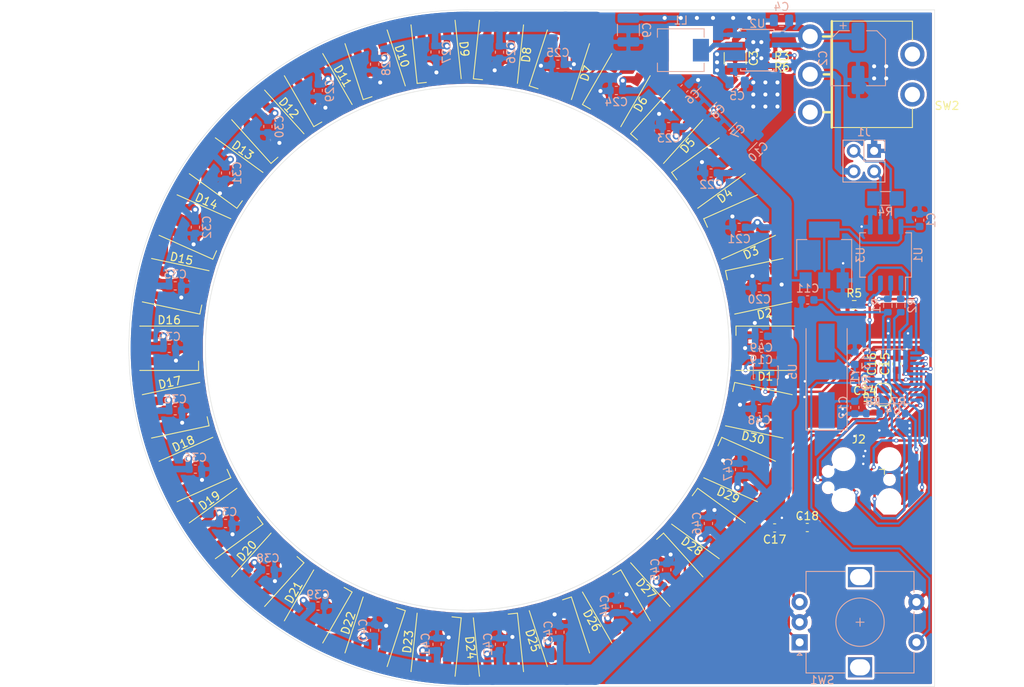
<source format=kicad_pcb>
(kicad_pcb (version 20171130) (host pcbnew 5.1.9)

  (general
    (thickness 1.6)
    (drawings 5)
    (tracks 1182)
    (zones 0)
    (modules 100)
    (nets 63)
  )

  (page A4)
  (layers
    (0 F.Cu signal)
    (31 B.Cu signal)
    (32 B.Adhes user)
    (33 F.Adhes user)
    (34 B.Paste user)
    (35 F.Paste user)
    (36 B.SilkS user)
    (37 F.SilkS user)
    (38 B.Mask user)
    (39 F.Mask user)
    (40 Dwgs.User user)
    (41 Cmts.User user)
    (42 Eco1.User user)
    (43 Eco2.User user)
    (44 Edge.Cuts user)
    (45 Margin user)
    (46 B.CrtYd user)
    (47 F.CrtYd user)
    (48 B.Fab user)
    (49 F.Fab user)
  )

  (setup
    (last_trace_width 0.25)
    (user_trace_width 0.3)
    (user_trace_width 0.6)
    (user_trace_width 0.8)
    (user_trace_width 2.5)
    (trace_clearance 0.2)
    (zone_clearance 0.3)
    (zone_45_only no)
    (trace_min 0.2)
    (via_size 0.8)
    (via_drill 0.4)
    (via_min_size 0.4)
    (via_min_drill 0.3)
    (user_via 0.5 0.3)
    (user_via 0.9 0.5)
    (uvia_size 0.3)
    (uvia_drill 0.1)
    (uvias_allowed no)
    (uvia_min_size 0.2)
    (uvia_min_drill 0.1)
    (edge_width 0.05)
    (segment_width 0.2)
    (pcb_text_width 0.3)
    (pcb_text_size 1.5 1.5)
    (mod_edge_width 0.12)
    (mod_text_size 1 1)
    (mod_text_width 0.15)
    (pad_size 2 2.8)
    (pad_drill 0)
    (pad_to_mask_clearance 0)
    (aux_axis_origin 0 0)
    (visible_elements FFFFFF7F)
    (pcbplotparams
      (layerselection 0x010fc_ffffffff)
      (usegerberextensions false)
      (usegerberattributes true)
      (usegerberadvancedattributes true)
      (creategerberjobfile true)
      (excludeedgelayer true)
      (linewidth 0.100000)
      (plotframeref false)
      (viasonmask false)
      (mode 1)
      (useauxorigin false)
      (hpglpennumber 1)
      (hpglpenspeed 20)
      (hpglpendiameter 15.000000)
      (psnegative false)
      (psa4output false)
      (plotreference true)
      (plotvalue true)
      (plotinvisibletext false)
      (padsonsilk false)
      (subtractmaskfromsilk false)
      (outputformat 1)
      (mirror false)
      (drillshape 1)
      (scaleselection 1)
      (outputdirectory ""))
  )

  (net 0 "")
  (net 1 GND)
  (net 2 +3V3)
  (net 3 /TIM3_CH1)
  (net 4 /TIM3_CH2)
  (net 5 +12V)
  (net 6 +5V)
  (net 7 "Net-(D1-Pad4)")
  (net 8 "Net-(D1-Pad2)")
  (net 9 "Net-(D2-Pad4)")
  (net 10 "Net-(D3-Pad4)")
  (net 11 "Net-(D22-Pad4)")
  (net 12 "Net-(D4-Pad4)")
  (net 13 "Net-(D23-Pad4)")
  (net 14 "Net-(D5-Pad4)")
  (net 15 "Net-(D10-Pad2)")
  (net 16 "Net-(D10-Pad4)")
  (net 17 "Net-(D11-Pad4)")
  (net 18 "Net-(D12-Pad4)")
  (net 19 "Net-(D13-Pad4)")
  (net 20 "Net-(D14-Pad4)")
  (net 21 "Net-(D15-Pad4)")
  (net 22 "Net-(D16-Pad4)")
  (net 23 "Net-(D17-Pad4)")
  (net 24 "Net-(D18-Pad4)")
  (net 25 "Net-(D19-Pad4)")
  (net 26 "Net-(D20-Pad4)")
  (net 27 "Net-(D24-Pad4)")
  (net 28 /DMX+)
  (net 29 /DMX-)
  (net 30 /~RESET)
  (net 31 /STM_RX)
  (net 32 "Net-(J2-Pad8)")
  (net 33 /STM_TX)
  (net 34 "Net-(J2-Pad6)")
  (net 35 "Net-(J2-Pad5)")
  (net 36 /SWCLK)
  (net 37 /SWDIO)
  (net 38 /DMX_TXEN)
  (net 39 /DMX_~RXEN)
  (net 40 "/LED Grave/SK6812_DATA_IN")
  (net 41 /BUTTON)
  (net 42 "Net-(L1-Pad1)")
  (net 43 "Net-(C12-Pad1)")
  (net 44 "Net-(C13-Pad1)")
  (net 45 "Net-(D6-Pad4)")
  (net 46 "Net-(D7-Pad4)")
  (net 47 "Net-(D8-Pad4)")
  (net 48 "Net-(D21-Pad4)")
  (net 49 "Net-(D25-Pad4)")
  (net 50 "Net-(D26-Pad4)")
  (net 51 "Net-(D27-Pad4)")
  (net 52 "Net-(D28-Pad4)")
  (net 53 "Net-(D29-Pad4)")
  (net 54 "Net-(D30-Pad4)")
  (net 55 "Net-(R2-Pad2)")
  (net 56 "Net-(R3-Pad2)")
  (net 57 "Net-(U4-Pad9)")
  (net 58 "Net-(U4-Pad8)")
  (net 59 "Net-(U4-Pad7)")
  (net 60 "Net-(R9-Pad1)")
  (net 61 "Net-(J1-Pad4)")
  (net 62 "Net-(SW2-Pad1)")

  (net_class Default "This is the default net class."
    (clearance 0.2)
    (trace_width 0.25)
    (via_dia 0.8)
    (via_drill 0.4)
    (uvia_dia 0.3)
    (uvia_drill 0.1)
    (add_net +12V)
    (add_net +3V3)
    (add_net +5V)
    (add_net /BUTTON)
    (add_net /DMX+)
    (add_net /DMX-)
    (add_net /DMX_TXEN)
    (add_net /DMX_~RXEN)
    (add_net "/LED Grave/SK6812_DATA_IN")
    (add_net /STM_RX)
    (add_net /STM_TX)
    (add_net /SWCLK)
    (add_net /SWDIO)
    (add_net /TIM3_CH1)
    (add_net /TIM3_CH2)
    (add_net /~RESET)
    (add_net GND)
    (add_net "Net-(C12-Pad1)")
    (add_net "Net-(C13-Pad1)")
    (add_net "Net-(D1-Pad2)")
    (add_net "Net-(D1-Pad4)")
    (add_net "Net-(D10-Pad2)")
    (add_net "Net-(D10-Pad4)")
    (add_net "Net-(D11-Pad4)")
    (add_net "Net-(D12-Pad4)")
    (add_net "Net-(D13-Pad4)")
    (add_net "Net-(D14-Pad4)")
    (add_net "Net-(D15-Pad4)")
    (add_net "Net-(D16-Pad4)")
    (add_net "Net-(D17-Pad4)")
    (add_net "Net-(D18-Pad4)")
    (add_net "Net-(D19-Pad4)")
    (add_net "Net-(D2-Pad4)")
    (add_net "Net-(D20-Pad4)")
    (add_net "Net-(D21-Pad4)")
    (add_net "Net-(D22-Pad4)")
    (add_net "Net-(D23-Pad4)")
    (add_net "Net-(D24-Pad4)")
    (add_net "Net-(D25-Pad4)")
    (add_net "Net-(D26-Pad4)")
    (add_net "Net-(D27-Pad4)")
    (add_net "Net-(D28-Pad4)")
    (add_net "Net-(D29-Pad4)")
    (add_net "Net-(D3-Pad4)")
    (add_net "Net-(D30-Pad4)")
    (add_net "Net-(D4-Pad4)")
    (add_net "Net-(D5-Pad4)")
    (add_net "Net-(D6-Pad4)")
    (add_net "Net-(D7-Pad4)")
    (add_net "Net-(D8-Pad4)")
    (add_net "Net-(J1-Pad4)")
    (add_net "Net-(J2-Pad5)")
    (add_net "Net-(J2-Pad6)")
    (add_net "Net-(J2-Pad8)")
    (add_net "Net-(L1-Pad1)")
    (add_net "Net-(R2-Pad2)")
    (add_net "Net-(R3-Pad2)")
    (add_net "Net-(R9-Pad1)")
    (add_net "Net-(SW2-Pad1)")
    (add_net "Net-(U4-Pad7)")
    (add_net "Net-(U4-Pad8)")
    (add_net "Net-(U4-Pad9)")
  )

  (module shimatta_switch:NINIGI-TSM1XXC3 (layer F.Cu) (tedit 600D857B) (tstamp 600DFF96)
    (at 125.25 36 180)
    (path /601264C2)
    (fp_text reference SW2 (at -4.3 -3.9) (layer F.SilkS)
      (effects (font (size 1 1) (thickness 0.15)))
    )
    (fp_text value TSM102C3 (at 0 -0.5) (layer F.Fab)
      (effects (font (size 1 1) (thickness 0.15)))
    )
    (fp_line (start 0 -6.6) (end 10 -6.6) (layer F.SilkS) (width 0.12))
    (fp_line (start 10 -6.6) (end 10 6.6) (layer F.SilkS) (width 0.3))
    (fp_line (start 10 6.6) (end 0 6.6) (layer F.SilkS) (width 0.12))
    (fp_line (start 0 6.6) (end 0 4.4) (layer F.SilkS) (width 0.12))
    (fp_line (start 0 4.4) (end 0 4.2) (layer F.SilkS) (width 0.12))
    (fp_line (start 0 -6.6) (end 0 -4.2) (layer F.SilkS) (width 0.12))
    (fp_line (start 10 -4.7) (end 11 -4.7) (layer F.SilkS) (width 0.3))
    (fp_line (start 10 0) (end 11 0) (layer F.SilkS) (width 0.3))
    (fp_line (start 10 4.7) (end 11.1 4.7) (layer F.SilkS) (width 0.3))
    (fp_line (start 0 -6.6) (end 10 -6.6) (layer F.Fab) (width 0.12))
    (fp_line (start 10 -6.6) (end 10 6.6) (layer F.Fab) (width 0.12))
    (fp_line (start 10 6.6) (end 0 6.6) (layer F.Fab) (width 0.12))
    (fp_line (start 0 6.6) (end 0 -6.6) (layer F.Fab) (width 0.12))
    (fp_line (start 10 0.6) (end 11.1 0.6) (layer F.Fab) (width 0.12))
    (fp_line (start 11.1 0.6) (end 11.1 -0.6) (layer F.Fab) (width 0.12))
    (fp_line (start 11.1 -0.6) (end 10 -0.6) (layer F.Fab) (width 0.12))
    (fp_line (start 11.1 4.1) (end 10 4.1) (layer F.Fab) (width 0.12))
    (fp_line (start 10 5.3) (end 11.1 5.3) (layer F.Fab) (width 0.12))
    (fp_line (start 11.1 5.3) (end 11.1 4.1) (layer F.Fab) (width 0.12))
    (fp_line (start 11.1 -5.3) (end 10 -5.3) (layer F.Fab) (width 0.12))
    (fp_line (start 10 -4.1) (end 11.1 -4.1) (layer F.Fab) (width 0.12))
    (fp_line (start 11.1 -4.1) (end 11.1 -5.3) (layer F.Fab) (width 0.12))
    (fp_line (start 0 3) (end -7.3 3) (layer F.Fab) (width 0.12))
    (fp_line (start -7.3 3) (end -7.3 -3) (layer F.Fab) (width 0.12))
    (fp_line (start -7.3 -3) (end 0 -3) (layer F.Fab) (width 0.12))
    (fp_line (start -7.3 -0.8) (end -12.9 -3) (layer F.Fab) (width 0.12))
    (fp_line (start -12.9 -3) (end -13.8 -1.6) (layer F.Fab) (width 0.12))
    (fp_line (start -13.8 -1.6) (end -7.3 0.9) (layer F.Fab) (width 0.12))
    (pad 3 thru_hole circle (at 12.7 4.7 180) (size 3 3) (drill 1.9) (layers *.Cu *.Mask)
      (net 5 +12V))
    (pad 2 thru_hole circle (at 12.7 0 180) (size 3 3) (drill 1.9) (layers *.Cu *.Mask)
      (net 61 "Net-(J1-Pad4)"))
    (pad 1 thru_hole circle (at 12.7 -4.7 180) (size 3 3) (drill 1.9) (layers *.Cu *.Mask)
      (net 62 "Net-(SW2-Pad1)"))
    (pad MP thru_hole circle (at 0 2.5 180) (size 3 3) (drill 1.9) (layers *.Cu *.Mask))
    (pad MP thru_hole circle (at 0 -2.5 180) (size 3 3) (drill 1.9) (layers *.Cu *.Mask))
  )

  (module Package_TO_SOT_SMD:SOT-223-3_TabPin2 (layer B.Cu) (tedit 5A02FF57) (tstamp 600CE9C8)
    (at 114.3 58.42 90)
    (descr "module CMS SOT223 4 pins")
    (tags "CMS SOT")
    (path /600D7EED)
    (attr smd)
    (fp_text reference U3 (at 0 4.5 270) (layer B.SilkS)
      (effects (font (size 1 1) (thickness 0.15)) (justify mirror))
    )
    (fp_text value AP1117-33 (at 0 -4.5 270) (layer B.Fab)
      (effects (font (size 1 1) (thickness 0.15)) (justify mirror))
    )
    (fp_line (start 1.85 3.35) (end 1.85 -3.35) (layer B.Fab) (width 0.1))
    (fp_line (start -1.85 -3.35) (end 1.85 -3.35) (layer B.Fab) (width 0.1))
    (fp_line (start -4.1 3.41) (end 1.91 3.41) (layer B.SilkS) (width 0.12))
    (fp_line (start -0.85 3.35) (end 1.85 3.35) (layer B.Fab) (width 0.1))
    (fp_line (start -1.85 -3.41) (end 1.91 -3.41) (layer B.SilkS) (width 0.12))
    (fp_line (start -1.85 2.35) (end -1.85 -3.35) (layer B.Fab) (width 0.1))
    (fp_line (start -1.85 2.35) (end -0.85 3.35) (layer B.Fab) (width 0.1))
    (fp_line (start -4.4 3.6) (end -4.4 -3.6) (layer B.CrtYd) (width 0.05))
    (fp_line (start -4.4 -3.6) (end 4.4 -3.6) (layer B.CrtYd) (width 0.05))
    (fp_line (start 4.4 -3.6) (end 4.4 3.6) (layer B.CrtYd) (width 0.05))
    (fp_line (start 4.4 3.6) (end -4.4 3.6) (layer B.CrtYd) (width 0.05))
    (fp_line (start 1.91 3.41) (end 1.91 2.15) (layer B.SilkS) (width 0.12))
    (fp_line (start 1.91 -3.41) (end 1.91 -2.15) (layer B.SilkS) (width 0.12))
    (fp_text user %R (at 0 0) (layer B.Fab)
      (effects (font (size 0.8 0.8) (thickness 0.12)) (justify mirror))
    )
    (pad 1 smd rect (at -3.15 2.3 90) (size 2 1.5) (layers B.Cu B.Paste B.Mask)
      (net 1 GND))
    (pad 3 smd rect (at -3.15 -2.3 90) (size 2 1.5) (layers B.Cu B.Paste B.Mask)
      (net 6 +5V))
    (pad 2 smd rect (at -3.15 0 90) (size 2 1.5) (layers B.Cu B.Paste B.Mask)
      (net 2 +3V3))
    (pad 2 smd rect (at 3.15 0 90) (size 2 3.8) (layers B.Cu B.Paste B.Mask)
      (net 2 +3V3))
    (model ${KISYS3DMOD}/Package_TO_SOT_SMD.3dshapes/SOT-223.wrl
      (at (xyz 0 0 0))
      (scale (xyz 1 1 1))
      (rotate (xyz 0 0 0))
    )
  )

  (module Package_SO:TI_SO-PowerPAD-8 (layer B.Cu) (tedit 600D8ED3) (tstamp 6006D68C)
    (at 106 33 180)
    (descr "8-Lead Plastic PSOP, Exposed Die Pad (TI DDA0008B, see http://www.ti.com/lit/ds/symlink/lm3404.pdf)")
    (tags "SSOP 0.50 exposed pad")
    (path /6009A495)
    (attr smd)
    (fp_text reference U2 (at 0 3.3) (layer B.SilkS)
      (effects (font (size 1 1) (thickness 0.15)) (justify mirror))
    )
    (fp_text value ST1S10PHR (at 0 -3.4) (layer B.Fab)
      (effects (font (size 1 1) (thickness 0.15)) (justify mirror))
    )
    (fp_line (start -2.075 2.375) (end -3.375 2.375) (layer B.SilkS) (width 0.15))
    (fp_line (start -2.075 -2.575) (end 2.075 -2.575) (layer B.SilkS) (width 0.15))
    (fp_line (start -2.075 2.575) (end 2.075 2.575) (layer B.SilkS) (width 0.15))
    (fp_line (start -2.075 -2.575) (end -2.075 -2.375) (layer B.SilkS) (width 0.15))
    (fp_line (start 2.075 -2.575) (end 2.075 -2.375) (layer B.SilkS) (width 0.15))
    (fp_line (start 2.075 2.575) (end 2.075 2.375) (layer B.SilkS) (width 0.15))
    (fp_line (start -2.075 2.575) (end -2.075 2.375) (layer B.SilkS) (width 0.15))
    (fp_line (start -4 -2.7) (end 4 -2.7) (layer B.CrtYd) (width 0.05))
    (fp_line (start -4 2.7) (end 4 2.7) (layer B.CrtYd) (width 0.05))
    (fp_line (start 4 2.7) (end 4 -2.7) (layer B.CrtYd) (width 0.05))
    (fp_line (start -4 2.7) (end -4 -2.7) (layer B.CrtYd) (width 0.05))
    (fp_line (start -1.95 1.45) (end -0.95 2.45) (layer B.Fab) (width 0.15))
    (fp_line (start -1.95 -2.45) (end -1.95 1.45) (layer B.Fab) (width 0.15))
    (fp_line (start 1.95 -2.45) (end -1.95 -2.45) (layer B.Fab) (width 0.15))
    (fp_line (start 1.95 2.45) (end 1.95 -2.45) (layer B.Fab) (width 0.15))
    (fp_line (start -0.95 2.45) (end 1.95 2.45) (layer B.Fab) (width 0.15))
    (fp_text user %R (at 0 0) (layer B.Fab)
      (effects (font (size 1 1) (thickness 0.15)) (justify mirror))
    )
    (pad 9 smd rect (at -0.6025 0.775 180) (size 1.205 1.55) (layers B.Cu B.Paste B.Mask)
      (net 1 GND) (solder_paste_margin_ratio -0.2) (zone_connect 2))
    (pad 9 smd rect (at -0.6025 -0.775 180) (size 1.205 1.55) (layers B.Cu B.Paste B.Mask)
      (net 1 GND) (solder_paste_margin_ratio -0.2) (zone_connect 2))
    (pad 9 smd rect (at 0.6025 0.775 180) (size 1.205 1.55) (layers B.Cu B.Paste B.Mask)
      (net 1 GND) (solder_paste_margin_ratio -0.2) (zone_connect 2))
    (pad 9 smd rect (at 0.6025 -0.775 180) (size 1.205 1.55) (layers B.Cu B.Paste B.Mask)
      (net 1 GND) (solder_paste_margin_ratio -0.2) (zone_connect 2))
    (pad 8 smd rect (at 2.78 1.905 180) (size 1.91 0.61) (layers B.Cu B.Paste B.Mask)
      (net 1 GND))
    (pad 7 smd rect (at 2.78 0.635 180) (size 1.91 0.61) (layers B.Cu B.Paste B.Mask)
      (net 42 "Net-(L1-Pad1)"))
    (pad 6 smd rect (at 2.78 -0.635 180) (size 1.91 0.61) (layers B.Cu B.Paste B.Mask)
      (net 5 +12V))
    (pad 5 smd rect (at 2.78 -1.905 180) (size 1.91 0.61) (layers B.Cu B.Paste B.Mask)
      (net 1 GND))
    (pad 4 smd rect (at -2.78 -1.905 180) (size 1.91 0.61) (layers B.Cu B.Paste B.Mask)
      (net 1 GND))
    (pad 3 smd rect (at -2.78 -0.635 180) (size 1.91 0.61) (layers B.Cu B.Paste B.Mask)
      (net 56 "Net-(R3-Pad2)"))
    (pad 2 smd rect (at -2.78 0.635 180) (size 1.91 0.61) (layers B.Cu B.Paste B.Mask)
      (net 5 +12V))
    (pad 1 smd rect (at -2.78 1.905 180) (size 1.91 0.61) (layers B.Cu B.Paste B.Mask)
      (net 5 +12V))
    (model ${KISYS3DMOD}/Package_SO.3dshapes/TI_SO-PowerPAD-8.wrl
      (at (xyz 0 0 0))
      (scale (xyz 1 1 1))
      (rotate (xyz 0 0 0))
    )
  )

  (module Resistor_SMD:R_0603_1608Metric (layer B.Cu) (tedit 5F68FEEE) (tstamp 600C1356)
    (at 120.35 78.1 180)
    (descr "Resistor SMD 0603 (1608 Metric), square (rectangular) end terminal, IPC_7351 nominal, (Body size source: IPC-SM-782 page 72, https://www.pcb-3d.com/wordpress/wp-content/uploads/ipc-sm-782a_amendment_1_and_2.pdf), generated with kicad-footprint-generator")
    (tags resistor)
    (path /5FFDCED5)
    (attr smd)
    (fp_text reference R8 (at 0 1.43) (layer B.SilkS)
      (effects (font (size 1 1) (thickness 0.15)) (justify mirror))
    )
    (fp_text value 10k (at 0 -1.43) (layer B.Fab)
      (effects (font (size 1 1) (thickness 0.15)) (justify mirror))
    )
    (fp_line (start -0.8 -0.4125) (end -0.8 0.4125) (layer B.Fab) (width 0.1))
    (fp_line (start -0.8 0.4125) (end 0.8 0.4125) (layer B.Fab) (width 0.1))
    (fp_line (start 0.8 0.4125) (end 0.8 -0.4125) (layer B.Fab) (width 0.1))
    (fp_line (start 0.8 -0.4125) (end -0.8 -0.4125) (layer B.Fab) (width 0.1))
    (fp_line (start -0.237258 0.5225) (end 0.237258 0.5225) (layer B.SilkS) (width 0.12))
    (fp_line (start -0.237258 -0.5225) (end 0.237258 -0.5225) (layer B.SilkS) (width 0.12))
    (fp_line (start -1.48 -0.73) (end -1.48 0.73) (layer B.CrtYd) (width 0.05))
    (fp_line (start -1.48 0.73) (end 1.48 0.73) (layer B.CrtYd) (width 0.05))
    (fp_line (start 1.48 0.73) (end 1.48 -0.73) (layer B.CrtYd) (width 0.05))
    (fp_line (start 1.48 -0.73) (end -1.48 -0.73) (layer B.CrtYd) (width 0.05))
    (fp_text user %R (at 0 0) (layer B.Fab)
      (effects (font (size 0.4 0.4) (thickness 0.06)) (justify mirror))
    )
    (pad 2 smd roundrect (at 0.825 0 180) (size 0.8 0.95) (layers B.Cu B.Paste B.Mask) (roundrect_rratio 0.25)
      (net 1 GND))
    (pad 1 smd roundrect (at -0.825 0 180) (size 0.8 0.95) (layers B.Cu B.Paste B.Mask) (roundrect_rratio 0.25)
      (net 35 "Net-(J2-Pad5)"))
    (model ${KISYS3DMOD}/Resistor_SMD.3dshapes/R_0603_1608Metric.wrl
      (at (xyz 0 0 0))
      (scale (xyz 1 1 1))
      (rotate (xyz 0 0 0))
    )
  )

  (module Crystal:Crystal_SMD_HC49-SD (layer B.Cu) (tedit 5A1AD52C) (tstamp 600C1492)
    (at 114.6 73.45 90)
    (descr "SMD Crystal HC-49-SD http://cdn-reichelt.de/documents/datenblatt/B400/xxx-HC49-SMD.pdf, 11.4x4.7mm^2 package")
    (tags "SMD SMT crystal")
    (path /5FFF8B8B)
    (attr smd)
    (fp_text reference Y1 (at 0 3.55 90) (layer B.SilkS)
      (effects (font (size 1 1) (thickness 0.15)) (justify mirror))
    )
    (fp_text value "8 MHz" (at 0 -3.55 90) (layer B.Fab)
      (effects (font (size 1 1) (thickness 0.15)) (justify mirror))
    )
    (fp_line (start -5.7 2.35) (end -5.7 -2.35) (layer B.Fab) (width 0.1))
    (fp_line (start -5.7 -2.35) (end 5.7 -2.35) (layer B.Fab) (width 0.1))
    (fp_line (start 5.7 -2.35) (end 5.7 2.35) (layer B.Fab) (width 0.1))
    (fp_line (start 5.7 2.35) (end -5.7 2.35) (layer B.Fab) (width 0.1))
    (fp_line (start -3.015 2.115) (end 3.015 2.115) (layer B.Fab) (width 0.1))
    (fp_line (start -3.015 -2.115) (end 3.015 -2.115) (layer B.Fab) (width 0.1))
    (fp_line (start 5.9 2.55) (end -6.7 2.55) (layer B.SilkS) (width 0.12))
    (fp_line (start -6.7 2.55) (end -6.7 -2.55) (layer B.SilkS) (width 0.12))
    (fp_line (start -6.7 -2.55) (end 5.9 -2.55) (layer B.SilkS) (width 0.12))
    (fp_line (start -6.8 2.6) (end -6.8 -2.6) (layer B.CrtYd) (width 0.05))
    (fp_line (start -6.8 -2.6) (end 6.8 -2.6) (layer B.CrtYd) (width 0.05))
    (fp_line (start 6.8 -2.6) (end 6.8 2.6) (layer B.CrtYd) (width 0.05))
    (fp_line (start 6.8 2.6) (end -6.8 2.6) (layer B.CrtYd) (width 0.05))
    (fp_arc (start 3.015 0) (end 3.015 2.115) (angle -180) (layer B.Fab) (width 0.1))
    (fp_arc (start -3.015 0) (end -3.015 2.115) (angle 180) (layer B.Fab) (width 0.1))
    (fp_text user %R (at 0 0 90) (layer B.Fab)
      (effects (font (size 1 1) (thickness 0.15)) (justify mirror))
    )
    (pad 2 smd rect (at 4.25 0 90) (size 4.5 2) (layers B.Cu B.Paste B.Mask)
      (net 44 "Net-(C13-Pad1)"))
    (pad 1 smd rect (at -4.25 0 90) (size 4.5 2) (layers B.Cu B.Paste B.Mask)
      (net 43 "Net-(C12-Pad1)"))
    (model ${KISYS3DMOD}/Crystal.3dshapes/Crystal_SMD_HC49-SD.wrl
      (at (xyz 0 0 0))
      (scale (xyz 1 1 1))
      (rotate (xyz 0 0 0))
    )
  )

  (module shimatta_smd:SOT-25 (layer B.Cu) (tedit 600B4DBC) (tstamp 600C147C)
    (at 107 73 180)
    (path /60184A6B/6000EF13)
    (fp_text reference U5 (at -3.4 0.1 90) (layer B.SilkS)
      (effects (font (size 1 1) (thickness 0.15)) (justify mirror))
    )
    (fp_text value 74AHCT1G126 (at 0 1.9 180) (layer B.Fab)
      (effects (font (size 1 1) (thickness 0.15)) (justify mirror))
    )
    (fp_line (start -1.6 0) (end -1.6 -0.8) (layer B.SilkS) (width 0.12))
    (fp_line (start -1.6 -0.8) (end -1.5 -0.8) (layer B.SilkS) (width 0.12))
    (fp_line (start -1.5 -0.8) (end -1.5 -0.8) (layer B.SilkS) (width 0.12))
    (fp_line (start -1.5 -0.8) (end -1.5 -1.6) (layer B.SilkS) (width 0.12))
    (fp_line (start -1.6 0) (end -1.6 0.8) (layer B.SilkS) (width 0.12))
    (fp_line (start -1.6 0.8) (end -1.5 0.8) (layer B.SilkS) (width 0.12))
    (fp_line (start 1.4 0.8) (end 1.5 0.8) (layer B.SilkS) (width 0.12))
    (fp_line (start 1.5 0.8) (end 1.5 -0.8) (layer B.SilkS) (width 0.12))
    (fp_line (start 1.5 -0.8) (end 1.4 -0.8) (layer B.SilkS) (width 0.12))
    (pad 5 smd rect (at -0.95 1.2 180) (size 0.7 1) (layers B.Cu B.Paste B.Mask)
      (net 6 +5V))
    (pad 4 smd rect (at 0.95 1.2 180) (size 0.7 1) (layers B.Cu B.Paste B.Mask)
      (net 8 "Net-(D1-Pad2)"))
    (pad 3 smd rect (at 0.95 -1.2 180) (size 0.7 1) (layers B.Cu B.Paste B.Mask)
      (net 1 GND))
    (pad 2 smd rect (at 0 -1.2 180) (size 0.7 1) (layers B.Cu B.Paste B.Mask)
      (net 40 "/LED Grave/SK6812_DATA_IN"))
    (pad 1 smd rect (at -0.95 -1.2 180) (size 0.7 1) (layers B.Cu B.Paste B.Mask)
      (net 6 +5V))
  )

  (module Rotary_Encoder:RotaryEncoder_Alps_EC12E-Switch_Vertical_H20mm (layer B.Cu) (tedit 5A64F492) (tstamp 600C138E)
    (at 111.25 106.5)
    (descr "Alps rotary encoder, EC12E... with switch, vertical shaft, http://www.alps.com/prod/info/E/HTML/Encoder/Incremental/EC12E/EC12E1240405.html & http://cdn-reichelt.de/documents/datenblatt/F100/402097STEC12E08.PDF")
    (tags "rotary encoder")
    (path /600CCA72)
    (fp_text reference SW1 (at 2.8 4.7) (layer B.SilkS)
      (effects (font (size 1 1) (thickness 0.15)) (justify mirror))
    )
    (fp_text value Rotary_Encoder_Switch (at 7.5 -10.4) (layer B.Fab)
      (effects (font (size 1 1) (thickness 0.15)) (justify mirror))
    )
    (fp_line (start 7 -2.5) (end 8 -2.5) (layer B.SilkS) (width 0.12))
    (fp_line (start 7.5 -2) (end 7.5 -3) (layer B.SilkS) (width 0.12))
    (fp_line (start 14.2 -6.2) (end 14.2 -8.8) (layer B.SilkS) (width 0.12))
    (fp_line (start 14.2 -1.2) (end 14.2 -3.8) (layer B.SilkS) (width 0.12))
    (fp_line (start 14.2 3.8) (end 14.2 1.2) (layer B.SilkS) (width 0.12))
    (fp_line (start 4.5 -2.5) (end 10.5 -2.5) (layer B.Fab) (width 0.12))
    (fp_line (start 7.5 0.5) (end 7.5 -5.5) (layer B.Fab) (width 0.12))
    (fp_line (start 0.3 1.6) (end 0 1.3) (layer B.SilkS) (width 0.12))
    (fp_line (start -0.3 1.6) (end 0.3 1.6) (layer B.SilkS) (width 0.12))
    (fp_line (start 0 1.3) (end -0.3 1.6) (layer B.SilkS) (width 0.12))
    (fp_line (start 0.8 3.8) (end 0.8 1.3) (layer B.SilkS) (width 0.12))
    (fp_line (start 5.6 3.8) (end 0.8 3.8) (layer B.SilkS) (width 0.12))
    (fp_line (start 0.8 -8.8) (end 0.8 -6) (layer B.SilkS) (width 0.12))
    (fp_line (start 5.7 -8.8) (end 0.8 -8.8) (layer B.SilkS) (width 0.12))
    (fp_line (start 14.2 -8.8) (end 9.3 -8.8) (layer B.SilkS) (width 0.12))
    (fp_line (start 9.3 3.8) (end 14.2 3.8) (layer B.SilkS) (width 0.12))
    (fp_line (start 0.9 2.6) (end 1.9 3.7) (layer B.Fab) (width 0.12))
    (fp_line (start 0.9 -8.7) (end 0.9 2.6) (layer B.Fab) (width 0.12))
    (fp_line (start 14.1 -8.7) (end 0.9 -8.7) (layer B.Fab) (width 0.12))
    (fp_line (start 14.1 3.7) (end 14.1 -8.7) (layer B.Fab) (width 0.12))
    (fp_line (start 1.9 3.7) (end 14.1 3.7) (layer B.Fab) (width 0.12))
    (fp_line (start -1.5 4.85) (end 16 4.85) (layer B.CrtYd) (width 0.05))
    (fp_line (start -1.5 4.85) (end -1.5 -9.85) (layer B.CrtYd) (width 0.05))
    (fp_line (start 16 -9.85) (end 16 4.85) (layer B.CrtYd) (width 0.05))
    (fp_line (start 16 -9.85) (end -1.5 -9.85) (layer B.CrtYd) (width 0.05))
    (fp_circle (center 7.5 -2.5) (end 10.5 -2.5) (layer B.SilkS) (width 0.12))
    (fp_circle (center 7.5 -2.5) (end 10.5 -2.5) (layer B.Fab) (width 0.12))
    (fp_text user %R (at 11.5 -6.6) (layer B.Fab)
      (effects (font (size 1 1) (thickness 0.15)) (justify mirror))
    )
    (pad A thru_hole rect (at 0 0) (size 2 2) (drill 1) (layers *.Cu *.Mask)
      (net 3 /TIM3_CH1))
    (pad C thru_hole circle (at 0 -2.5) (size 2 2) (drill 1) (layers *.Cu *.Mask)
      (net 1 GND))
    (pad B thru_hole circle (at 0 -5) (size 2 2) (drill 1) (layers *.Cu *.Mask)
      (net 4 /TIM3_CH2))
    (pad MP thru_hole rect (at 7.5 3.1) (size 3 2.5) (drill oval 2.5 2) (layers *.Cu *.Mask))
    (pad MP thru_hole rect (at 7.5 -8.1) (size 3 2.5) (drill oval 2.5 2) (layers *.Cu *.Mask))
    (pad S1 thru_hole circle (at 14.5 0) (size 2 2) (drill 1) (layers *.Cu *.Mask)
      (net 41 /BUTTON))
    (pad S2 thru_hole circle (at 14.5 -5) (size 2 2) (drill 1) (layers *.Cu *.Mask)
      (net 1 GND))
    (model ${KISYS3DMOD}/Rotary_Encoder.3dshapes/RotaryEncoder_Alps_EC12E-Switch_Vertical_H20mm.wrl
      (at (xyz 0 0 0))
      (scale (xyz 1 1 1))
      (rotate (xyz 0 0 0))
    )
  )

  (module Resistor_SMD:R_0603_1608Metric (layer B.Cu) (tedit 5F68FEEE) (tstamp 600C1367)
    (at 118.1 74.3 90)
    (descr "Resistor SMD 0603 (1608 Metric), square (rectangular) end terminal, IPC_7351 nominal, (Body size source: IPC-SM-782 page 72, https://www.pcb-3d.com/wordpress/wp-content/uploads/ipc-sm-782a_amendment_1_and_2.pdf), generated with kicad-footprint-generator")
    (tags resistor)
    (path /5FFFA551)
    (attr smd)
    (fp_text reference R9 (at 0 1.43 90) (layer B.SilkS)
      (effects (font (size 1 1) (thickness 0.15)) (justify mirror))
    )
    (fp_text value 0 (at 0 -1.43 90) (layer B.Fab)
      (effects (font (size 1 1) (thickness 0.15)) (justify mirror))
    )
    (fp_line (start -0.8 -0.4125) (end -0.8 0.4125) (layer B.Fab) (width 0.1))
    (fp_line (start -0.8 0.4125) (end 0.8 0.4125) (layer B.Fab) (width 0.1))
    (fp_line (start 0.8 0.4125) (end 0.8 -0.4125) (layer B.Fab) (width 0.1))
    (fp_line (start 0.8 -0.4125) (end -0.8 -0.4125) (layer B.Fab) (width 0.1))
    (fp_line (start -0.237258 0.5225) (end 0.237258 0.5225) (layer B.SilkS) (width 0.12))
    (fp_line (start -0.237258 -0.5225) (end 0.237258 -0.5225) (layer B.SilkS) (width 0.12))
    (fp_line (start -1.48 -0.73) (end -1.48 0.73) (layer B.CrtYd) (width 0.05))
    (fp_line (start -1.48 0.73) (end 1.48 0.73) (layer B.CrtYd) (width 0.05))
    (fp_line (start 1.48 0.73) (end 1.48 -0.73) (layer B.CrtYd) (width 0.05))
    (fp_line (start 1.48 -0.73) (end -1.48 -0.73) (layer B.CrtYd) (width 0.05))
    (fp_text user %R (at 0 0 90) (layer B.Fab)
      (effects (font (size 0.4 0.4) (thickness 0.06)) (justify mirror))
    )
    (pad 2 smd roundrect (at 0.825 0 90) (size 0.8 0.95) (layers B.Cu B.Paste B.Mask) (roundrect_rratio 0.25)
      (net 44 "Net-(C13-Pad1)"))
    (pad 1 smd roundrect (at -0.825 0 90) (size 0.8 0.95) (layers B.Cu B.Paste B.Mask) (roundrect_rratio 0.25)
      (net 60 "Net-(R9-Pad1)"))
    (model ${KISYS3DMOD}/Resistor_SMD.3dshapes/R_0603_1608Metric.wrl
      (at (xyz 0 0 0))
      (scale (xyz 1 1 1))
      (rotate (xyz 0 0 0))
    )
  )

  (module Resistor_SMD:R_0603_1608Metric (layer B.Cu) (tedit 5F68FEEE) (tstamp 600C1345)
    (at 123.525 78.1 180)
    (descr "Resistor SMD 0603 (1608 Metric), square (rectangular) end terminal, IPC_7351 nominal, (Body size source: IPC-SM-782 page 72, https://www.pcb-3d.com/wordpress/wp-content/uploads/ipc-sm-782a_amendment_1_and_2.pdf), generated with kicad-footprint-generator")
    (tags resistor)
    (path /5FFD01D5)
    (attr smd)
    (fp_text reference R7 (at 0 1.43 180) (layer B.SilkS)
      (effects (font (size 1 1) (thickness 0.15)) (justify mirror))
    )
    (fp_text value 10k (at 0 -1.43 180) (layer B.Fab)
      (effects (font (size 1 1) (thickness 0.15)) (justify mirror))
    )
    (fp_line (start -0.8 -0.4125) (end -0.8 0.4125) (layer B.Fab) (width 0.1))
    (fp_line (start -0.8 0.4125) (end 0.8 0.4125) (layer B.Fab) (width 0.1))
    (fp_line (start 0.8 0.4125) (end 0.8 -0.4125) (layer B.Fab) (width 0.1))
    (fp_line (start 0.8 -0.4125) (end -0.8 -0.4125) (layer B.Fab) (width 0.1))
    (fp_line (start -0.237258 0.5225) (end 0.237258 0.5225) (layer B.SilkS) (width 0.12))
    (fp_line (start -0.237258 -0.5225) (end 0.237258 -0.5225) (layer B.SilkS) (width 0.12))
    (fp_line (start -1.48 -0.73) (end -1.48 0.73) (layer B.CrtYd) (width 0.05))
    (fp_line (start -1.48 0.73) (end 1.48 0.73) (layer B.CrtYd) (width 0.05))
    (fp_line (start 1.48 0.73) (end 1.48 -0.73) (layer B.CrtYd) (width 0.05))
    (fp_line (start 1.48 -0.73) (end -1.48 -0.73) (layer B.CrtYd) (width 0.05))
    (fp_text user %R (at 0 0 180) (layer B.Fab)
      (effects (font (size 0.4 0.4) (thickness 0.06)) (justify mirror))
    )
    (pad 2 smd roundrect (at 0.825 0 180) (size 0.8 0.95) (layers B.Cu B.Paste B.Mask) (roundrect_rratio 0.25)
      (net 30 /~RESET))
    (pad 1 smd roundrect (at -0.825 0 180) (size 0.8 0.95) (layers B.Cu B.Paste B.Mask) (roundrect_rratio 0.25)
      (net 2 +3V3))
    (model ${KISYS3DMOD}/Resistor_SMD.3dshapes/R_0603_1608Metric.wrl
      (at (xyz 0 0 0))
      (scale (xyz 1 1 1))
      (rotate (xyz 0 0 0))
    )
  )

  (module Resistor_SMD:R_0603_1608Metric (layer F.Cu) (tedit 5F68FEEE) (tstamp 600C1334)
    (at 109.06 33.65 180)
    (descr "Resistor SMD 0603 (1608 Metric), square (rectangular) end terminal, IPC_7351 nominal, (Body size source: IPC-SM-782 page 72, https://www.pcb-3d.com/wordpress/wp-content/uploads/ipc-sm-782a_amendment_1_and_2.pdf), generated with kicad-footprint-generator")
    (tags resistor)
    (path /6014EC41)
    (attr smd)
    (fp_text reference R6 (at 0 -1.43) (layer F.SilkS)
      (effects (font (size 1 1) (thickness 0.15)))
    )
    (fp_text value 1k (at 0 1.43) (layer F.Fab)
      (effects (font (size 1 1) (thickness 0.15)))
    )
    (fp_line (start -0.8 0.4125) (end -0.8 -0.4125) (layer F.Fab) (width 0.1))
    (fp_line (start -0.8 -0.4125) (end 0.8 -0.4125) (layer F.Fab) (width 0.1))
    (fp_line (start 0.8 -0.4125) (end 0.8 0.4125) (layer F.Fab) (width 0.1))
    (fp_line (start 0.8 0.4125) (end -0.8 0.4125) (layer F.Fab) (width 0.1))
    (fp_line (start -0.237258 -0.5225) (end 0.237258 -0.5225) (layer F.SilkS) (width 0.12))
    (fp_line (start -0.237258 0.5225) (end 0.237258 0.5225) (layer F.SilkS) (width 0.12))
    (fp_line (start -1.48 0.73) (end -1.48 -0.73) (layer F.CrtYd) (width 0.05))
    (fp_line (start -1.48 -0.73) (end 1.48 -0.73) (layer F.CrtYd) (width 0.05))
    (fp_line (start 1.48 -0.73) (end 1.48 0.73) (layer F.CrtYd) (width 0.05))
    (fp_line (start 1.48 0.73) (end -1.48 0.73) (layer F.CrtYd) (width 0.05))
    (fp_text user %R (at 0 0) (layer F.Fab)
      (effects (font (size 0.4 0.4) (thickness 0.06)))
    )
    (pad 2 smd roundrect (at 0.825 0 180) (size 0.8 0.95) (layers F.Cu F.Paste F.Mask) (roundrect_rratio 0.25)
      (net 1 GND))
    (pad 1 smd roundrect (at -0.825 0 180) (size 0.8 0.95) (layers F.Cu F.Paste F.Mask) (roundrect_rratio 0.25)
      (net 56 "Net-(R3-Pad2)"))
    (model ${KISYS3DMOD}/Resistor_SMD.3dshapes/R_0603_1608Metric.wrl
      (at (xyz 0 0 0))
      (scale (xyz 1 1 1))
      (rotate (xyz 0 0 0))
    )
  )

  (module Resistor_SMD:R_0603_1608Metric (layer F.Cu) (tedit 5F68FEEE) (tstamp 600C1323)
    (at 118.025 64.6)
    (descr "Resistor SMD 0603 (1608 Metric), square (rectangular) end terminal, IPC_7351 nominal, (Body size source: IPC-SM-782 page 72, https://www.pcb-3d.com/wordpress/wp-content/uploads/ipc-sm-782a_amendment_1_and_2.pdf), generated with kicad-footprint-generator")
    (tags resistor)
    (path /600BF70F)
    (attr smd)
    (fp_text reference R5 (at 0 -1.43) (layer F.SilkS)
      (effects (font (size 1 1) (thickness 0.15)))
    )
    (fp_text value 10k (at 0 1.43) (layer F.Fab)
      (effects (font (size 1 1) (thickness 0.15)))
    )
    (fp_line (start -0.8 0.4125) (end -0.8 -0.4125) (layer F.Fab) (width 0.1))
    (fp_line (start -0.8 -0.4125) (end 0.8 -0.4125) (layer F.Fab) (width 0.1))
    (fp_line (start 0.8 -0.4125) (end 0.8 0.4125) (layer F.Fab) (width 0.1))
    (fp_line (start 0.8 0.4125) (end -0.8 0.4125) (layer F.Fab) (width 0.1))
    (fp_line (start -0.237258 -0.5225) (end 0.237258 -0.5225) (layer F.SilkS) (width 0.12))
    (fp_line (start -0.237258 0.5225) (end 0.237258 0.5225) (layer F.SilkS) (width 0.12))
    (fp_line (start -1.48 0.73) (end -1.48 -0.73) (layer F.CrtYd) (width 0.05))
    (fp_line (start -1.48 -0.73) (end 1.48 -0.73) (layer F.CrtYd) (width 0.05))
    (fp_line (start 1.48 -0.73) (end 1.48 0.73) (layer F.CrtYd) (width 0.05))
    (fp_line (start 1.48 0.73) (end -1.48 0.73) (layer F.CrtYd) (width 0.05))
    (fp_text user %R (at 0 0) (layer F.Fab)
      (effects (font (size 0.4 0.4) (thickness 0.06)))
    )
    (pad 2 smd roundrect (at 0.825 0) (size 0.8 0.95) (layers F.Cu F.Paste F.Mask) (roundrect_rratio 0.25)
      (net 38 /DMX_TXEN))
    (pad 1 smd roundrect (at -0.825 0) (size 0.8 0.95) (layers F.Cu F.Paste F.Mask) (roundrect_rratio 0.25)
      (net 1 GND))
    (model ${KISYS3DMOD}/Resistor_SMD.3dshapes/R_0603_1608Metric.wrl
      (at (xyz 0 0 0))
      (scale (xyz 1 1 1))
      (rotate (xyz 0 0 0))
    )
  )

  (module Resistor_SMD:R_MiniMELF_MMA-0204 (layer B.Cu) (tedit 58FE61E9) (tstamp 600C1312)
    (at 121.9 51.4)
    (descr "Resistor, MiniMELF, MMA-0204, http://www.vishay.com/docs/28713/melfprof.pdf")
    (tags "MiniMELF Resistor")
    (path /600E065C)
    (attr smd)
    (fp_text reference R4 (at 0 1.65) (layer B.SilkS)
      (effects (font (size 1 1) (thickness 0.15)) (justify mirror))
    )
    (fp_text value 120 (at 0 -1.7) (layer B.Fab)
      (effects (font (size 1 1) (thickness 0.15)) (justify mirror))
    )
    (fp_line (start 0.6 -0.85) (end -0.6 -0.85) (layer B.SilkS) (width 0.12))
    (fp_line (start -0.6 0.85) (end 0.6 0.85) (layer B.SilkS) (width 0.12))
    (fp_line (start 0.9 -0.7) (end 0.9 0.7) (layer B.Fab) (width 0.12))
    (fp_line (start -0.9 0.7) (end -0.9 -0.7) (layer B.Fab) (width 0.12))
    (fp_line (start -1.8 0.7) (end -1.8 -0.7) (layer B.Fab) (width 0.12))
    (fp_line (start -1.8 -0.7) (end 1.8 -0.7) (layer B.Fab) (width 0.12))
    (fp_line (start 1.8 -0.7) (end 1.8 0.7) (layer B.Fab) (width 0.12))
    (fp_line (start 1.8 0.7) (end -1.8 0.7) (layer B.Fab) (width 0.12))
    (fp_line (start -2.5 1.15) (end 2.5 1.15) (layer B.CrtYd) (width 0.05))
    (fp_line (start -2.5 1.15) (end -2.5 -1.15) (layer B.CrtYd) (width 0.05))
    (fp_line (start 2.5 -1.15) (end 2.5 1.15) (layer B.CrtYd) (width 0.05))
    (fp_line (start 2.5 -1.15) (end -2.5 -1.15) (layer B.CrtYd) (width 0.05))
    (fp_text user %R (at 0 0) (layer B.Fab)
      (effects (font (size 0.6 0.6) (thickness 0.12)) (justify mirror))
    )
    (pad 2 smd rect (at 1.5 0) (size 1.5 1.8) (layers B.Cu B.Paste B.Mask)
      (net 29 /DMX-))
    (pad 1 smd rect (at -1.5 0) (size 1.5 1.8) (layers B.Cu B.Paste B.Mask)
      (net 28 /DMX+))
    (model ${KISYS3DMOD}/Resistor_SMD.3dshapes/R_MiniMELF_MMA-0204.wrl
      (at (xyz 0 0 0))
      (scale (xyz 1 1 1))
      (rotate (xyz 0 0 0))
    )
  )

  (module Resistor_SMD:R_0603_1608Metric (layer F.Cu) (tedit 5F68FEEE) (tstamp 600C12FF)
    (at 109.06 35.19)
    (descr "Resistor SMD 0603 (1608 Metric), square (rectangular) end terminal, IPC_7351 nominal, (Body size source: IPC-SM-782 page 72, https://www.pcb-3d.com/wordpress/wp-content/uploads/ipc-sm-782a_amendment_1_and_2.pdf), generated with kicad-footprint-generator")
    (tags resistor)
    (path /6014E774)
    (attr smd)
    (fp_text reference R3 (at 0 -1.43 180) (layer F.SilkS)
      (effects (font (size 1 1) (thickness 0.15)))
    )
    (fp_text value 5k2 (at 0 1.43 180) (layer F.Fab)
      (effects (font (size 1 1) (thickness 0.15)))
    )
    (fp_line (start -0.8 0.4125) (end -0.8 -0.4125) (layer F.Fab) (width 0.1))
    (fp_line (start -0.8 -0.4125) (end 0.8 -0.4125) (layer F.Fab) (width 0.1))
    (fp_line (start 0.8 -0.4125) (end 0.8 0.4125) (layer F.Fab) (width 0.1))
    (fp_line (start 0.8 0.4125) (end -0.8 0.4125) (layer F.Fab) (width 0.1))
    (fp_line (start -0.237258 -0.5225) (end 0.237258 -0.5225) (layer F.SilkS) (width 0.12))
    (fp_line (start -0.237258 0.5225) (end 0.237258 0.5225) (layer F.SilkS) (width 0.12))
    (fp_line (start -1.48 0.73) (end -1.48 -0.73) (layer F.CrtYd) (width 0.05))
    (fp_line (start -1.48 -0.73) (end 1.48 -0.73) (layer F.CrtYd) (width 0.05))
    (fp_line (start 1.48 -0.73) (end 1.48 0.73) (layer F.CrtYd) (width 0.05))
    (fp_line (start 1.48 0.73) (end -1.48 0.73) (layer F.CrtYd) (width 0.05))
    (fp_text user %R (at 0 0 180) (layer F.Fab)
      (effects (font (size 0.4 0.4) (thickness 0.06)))
    )
    (pad 2 smd roundrect (at 0.825 0) (size 0.8 0.95) (layers F.Cu F.Paste F.Mask) (roundrect_rratio 0.25)
      (net 56 "Net-(R3-Pad2)"))
    (pad 1 smd roundrect (at -0.825 0) (size 0.8 0.95) (layers F.Cu F.Paste F.Mask) (roundrect_rratio 0.25)
      (net 6 +5V))
    (model ${KISYS3DMOD}/Resistor_SMD.3dshapes/R_0603_1608Metric.wrl
      (at (xyz 0 0 0))
      (scale (xyz 1 1 1))
      (rotate (xyz 0 0 0))
    )
  )

  (module Resistor_SMD:R_0603_1608Metric (layer B.Cu) (tedit 5F68FEEE) (tstamp 600EACE2)
    (at 123.8 64.7 90)
    (descr "Resistor SMD 0603 (1608 Metric), square (rectangular) end terminal, IPC_7351 nominal, (Body size source: IPC-SM-782 page 72, https://www.pcb-3d.com/wordpress/wp-content/uploads/ipc-sm-782a_amendment_1_and_2.pdf), generated with kicad-footprint-generator")
    (tags resistor)
    (path /60097820)
    (attr smd)
    (fp_text reference R2 (at 0 1.43 270) (layer B.SilkS)
      (effects (font (size 1 1) (thickness 0.15)) (justify mirror))
    )
    (fp_text value 22 (at 0 -1.43 270) (layer B.Fab)
      (effects (font (size 1 1) (thickness 0.15)) (justify mirror))
    )
    (fp_line (start -0.8 -0.4125) (end -0.8 0.4125) (layer B.Fab) (width 0.1))
    (fp_line (start -0.8 0.4125) (end 0.8 0.4125) (layer B.Fab) (width 0.1))
    (fp_line (start 0.8 0.4125) (end 0.8 -0.4125) (layer B.Fab) (width 0.1))
    (fp_line (start 0.8 -0.4125) (end -0.8 -0.4125) (layer B.Fab) (width 0.1))
    (fp_line (start -0.237258 0.5225) (end 0.237258 0.5225) (layer B.SilkS) (width 0.12))
    (fp_line (start -0.237258 -0.5225) (end 0.237258 -0.5225) (layer B.SilkS) (width 0.12))
    (fp_line (start -1.48 -0.73) (end -1.48 0.73) (layer B.CrtYd) (width 0.05))
    (fp_line (start -1.48 0.73) (end 1.48 0.73) (layer B.CrtYd) (width 0.05))
    (fp_line (start 1.48 0.73) (end 1.48 -0.73) (layer B.CrtYd) (width 0.05))
    (fp_line (start 1.48 -0.73) (end -1.48 -0.73) (layer B.CrtYd) (width 0.05))
    (fp_text user %R (at 0 0 270) (layer B.Fab)
      (effects (font (size 0.4 0.4) (thickness 0.06)) (justify mirror))
    )
    (pad 2 smd roundrect (at 0.825 0 90) (size 0.8 0.95) (layers B.Cu B.Paste B.Mask) (roundrect_rratio 0.25)
      (net 55 "Net-(R2-Pad2)"))
    (pad 1 smd roundrect (at -0.825 0 90) (size 0.8 0.95) (layers B.Cu B.Paste B.Mask) (roundrect_rratio 0.25)
      (net 31 /STM_RX))
    (model ${KISYS3DMOD}/Resistor_SMD.3dshapes/R_0603_1608Metric.wrl
      (at (xyz 0 0 0))
      (scale (xyz 1 1 1))
      (rotate (xyz 0 0 0))
    )
  )

  (module Resistor_SMD:R_0603_1608Metric (layer B.Cu) (tedit 5F68FEEE) (tstamp 600C12DD)
    (at 122.2 64.7 270)
    (descr "Resistor SMD 0603 (1608 Metric), square (rectangular) end terminal, IPC_7351 nominal, (Body size source: IPC-SM-782 page 72, https://www.pcb-3d.com/wordpress/wp-content/uploads/ipc-sm-782a_amendment_1_and_2.pdf), generated with kicad-footprint-generator")
    (tags resistor)
    (path /600A136C)
    (attr smd)
    (fp_text reference R1 (at 0 1.43 90) (layer B.SilkS)
      (effects (font (size 1 1) (thickness 0.15)) (justify mirror))
    )
    (fp_text value 10k (at 0 -1.43 90) (layer B.Fab)
      (effects (font (size 1 1) (thickness 0.15)) (justify mirror))
    )
    (fp_line (start -0.8 -0.4125) (end -0.8 0.4125) (layer B.Fab) (width 0.1))
    (fp_line (start -0.8 0.4125) (end 0.8 0.4125) (layer B.Fab) (width 0.1))
    (fp_line (start 0.8 0.4125) (end 0.8 -0.4125) (layer B.Fab) (width 0.1))
    (fp_line (start 0.8 -0.4125) (end -0.8 -0.4125) (layer B.Fab) (width 0.1))
    (fp_line (start -0.237258 0.5225) (end 0.237258 0.5225) (layer B.SilkS) (width 0.12))
    (fp_line (start -0.237258 -0.5225) (end 0.237258 -0.5225) (layer B.SilkS) (width 0.12))
    (fp_line (start -1.48 -0.73) (end -1.48 0.73) (layer B.CrtYd) (width 0.05))
    (fp_line (start -1.48 0.73) (end 1.48 0.73) (layer B.CrtYd) (width 0.05))
    (fp_line (start 1.48 0.73) (end 1.48 -0.73) (layer B.CrtYd) (width 0.05))
    (fp_line (start 1.48 -0.73) (end -1.48 -0.73) (layer B.CrtYd) (width 0.05))
    (fp_text user %R (at 0 0 90) (layer B.Fab)
      (effects (font (size 0.4 0.4) (thickness 0.06)) (justify mirror))
    )
    (pad 2 smd roundrect (at 0.825 0 270) (size 0.8 0.95) (layers B.Cu B.Paste B.Mask) (roundrect_rratio 0.25)
      (net 2 +3V3))
    (pad 1 smd roundrect (at -0.825 0 270) (size 0.8 0.95) (layers B.Cu B.Paste B.Mask) (roundrect_rratio 0.25)
      (net 39 /DMX_~RXEN))
    (model ${KISYS3DMOD}/Resistor_SMD.3dshapes/R_0603_1608Metric.wrl
      (at (xyz 0 0 0))
      (scale (xyz 1 1 1))
      (rotate (xyz 0 0 0))
    )
  )

  (module shimatta_inductor:FerroCore_HPI0530 (layer B.Cu) (tedit 600D964D) (tstamp 600E79A0)
    (at 96.5 33 180)
    (path /6011C234)
    (fp_text reference L1 (at 0 3.7) (layer B.SilkS)
      (effects (font (size 1 1) (thickness 0.15)) (justify mirror))
    )
    (fp_text value HPI0530-3R3 (at -0.1 -3.8 180) (layer B.Fab)
      (effects (font (size 1 1) (thickness 0.15)) (justify mirror))
    )
    (fp_line (start -2.9 -2.65) (end 2.9 -2.65) (layer B.SilkS) (width 0.12))
    (fp_line (start 2.9 -2.65) (end 2.9 -1.6) (layer B.SilkS) (width 0.12))
    (fp_line (start -2.9 -2.65) (end -2.9 -1.6) (layer B.SilkS) (width 0.12))
    (fp_line (start 2.9 2.65) (end -2.9 2.65) (layer B.SilkS) (width 0.12))
    (fp_line (start -2.9 2.65) (end -2.9 1.6) (layer B.SilkS) (width 0.12))
    (fp_line (start 2.9 2.65) (end 2.9 1.6) (layer B.SilkS) (width 0.12))
    (fp_line (start -3.7 2.9) (end -3.7 -3) (layer B.CrtYd) (width 0.12))
    (fp_line (start -3.7 -3) (end 3.7 -3) (layer B.CrtYd) (width 0.12))
    (fp_line (start 3.7 -3) (end 3.7 3) (layer B.CrtYd) (width 0.12))
    (fp_line (start 3.7 3) (end -3.7 3) (layer B.CrtYd) (width 0.12))
    (fp_line (start -3.7 3) (end -3.7 2.9) (layer B.CrtYd) (width 0.12))
    (pad 2 smd rect (at 2.5 0 180) (size 2 2.8) (layers B.Cu B.Paste B.Mask)
      (net 6 +5V) (zone_connect 2))
    (pad 1 smd rect (at -2.5 0 180) (size 2 2.8) (layers B.Cu B.Paste B.Mask)
      (net 42 "Net-(L1-Pad1)"))
  )

  (module LED_SMD:LED_SK6812_PLCC4_5.0x5.0mm_P3.2mm (layer F.Cu) (tedit 5AA4B263) (tstamp 6007A5F8)
    (at 106.191 77.693 168)
    (descr https://cdn-shop.adafruit.com/product-files/1138/SK6812+LED+datasheet+.pdf)
    (tags "LED RGB NeoPixel")
    (path /60184A6B/601DD84D)
    (attr smd)
    (fp_text reference D30 (at 0 -3.5 168) (layer F.SilkS)
      (effects (font (size 1 1) (thickness 0.15)))
    )
    (fp_text value SK6812 (at 0 4 168) (layer F.Fab)
      (effects (font (size 1 1) (thickness 0.15)))
    )
    (fp_line (start 3.45 -2.75) (end -3.45 -2.75) (layer F.CrtYd) (width 0.05))
    (fp_line (start 3.45 2.75) (end 3.45 -2.75) (layer F.CrtYd) (width 0.05))
    (fp_line (start -3.45 2.75) (end 3.45 2.75) (layer F.CrtYd) (width 0.05))
    (fp_line (start -3.45 -2.75) (end -3.45 2.75) (layer F.CrtYd) (width 0.05))
    (fp_line (start 2.5 1.5) (end 1.5 2.5) (layer F.Fab) (width 0.1))
    (fp_line (start -2.5 -2.5) (end -2.5 2.5) (layer F.Fab) (width 0.1))
    (fp_line (start -2.5 2.5) (end 2.5 2.5) (layer F.Fab) (width 0.1))
    (fp_line (start 2.5 2.5) (end 2.5 -2.5) (layer F.Fab) (width 0.1))
    (fp_line (start 2.5 -2.5) (end -2.5 -2.5) (layer F.Fab) (width 0.1))
    (fp_line (start -3.65 -2.75) (end 3.65 -2.75) (layer F.SilkS) (width 0.12))
    (fp_line (start -3.65 2.75) (end 3.65 2.75) (layer F.SilkS) (width 0.12))
    (fp_line (start 3.65 2.75) (end 3.65 1.6) (layer F.SilkS) (width 0.12))
    (fp_circle (center 0 0) (end 0 -2) (layer F.Fab) (width 0.1))
    (fp_text user %R (at 0 0 168) (layer F.Fab)
      (effects (font (size 0.8 0.8) (thickness 0.15)))
    )
    (pad 3 smd rect (at -2.45 -1.6 168) (size 1.5 1) (layers F.Cu F.Paste F.Mask)
      (net 6 +5V))
    (pad 4 smd rect (at -2.45 1.6 168) (size 1.5 1) (layers F.Cu F.Paste F.Mask)
      (net 54 "Net-(D30-Pad4)"))
    (pad 2 smd rect (at 2.45 -1.6 168) (size 1.5 1) (layers F.Cu F.Paste F.Mask)
      (net 53 "Net-(D29-Pad4)"))
    (pad 1 smd rect (at 2.45 1.6 168) (size 1.5 1) (layers F.Cu F.Paste F.Mask)
      (net 1 GND))
    (model ${KISYS3DMOD}/LED_SMD.3dshapes/LED_SK6812_PLCC4_5.0x5.0mm_P3.2mm.wrl
      (at (xyz 0 0 0))
      (scale (xyz 1 1 1))
      (rotate (xyz 0 0 0))
    )
  )

  (module LED_SMD:LED_SK6812_PLCC4_5.0x5.0mm_P3.2mm (layer F.Cu) (tedit 5AA4B263) (tstamp 6007A5E2)
    (at 103.801 85.049 156)
    (descr https://cdn-shop.adafruit.com/product-files/1138/SK6812+LED+datasheet+.pdf)
    (tags "LED RGB NeoPixel")
    (path /60184A6B/601DD813)
    (attr smd)
    (fp_text reference D29 (at 0 -3.5 156) (layer F.SilkS)
      (effects (font (size 1 1) (thickness 0.15)))
    )
    (fp_text value SK6812 (at 0 4 156) (layer F.Fab)
      (effects (font (size 1 1) (thickness 0.15)))
    )
    (fp_line (start 3.45 -2.75) (end -3.45 -2.75) (layer F.CrtYd) (width 0.05))
    (fp_line (start 3.45 2.75) (end 3.45 -2.75) (layer F.CrtYd) (width 0.05))
    (fp_line (start -3.45 2.75) (end 3.45 2.75) (layer F.CrtYd) (width 0.05))
    (fp_line (start -3.45 -2.75) (end -3.45 2.75) (layer F.CrtYd) (width 0.05))
    (fp_line (start 2.5 1.5) (end 1.5 2.5) (layer F.Fab) (width 0.1))
    (fp_line (start -2.5 -2.5) (end -2.5 2.5) (layer F.Fab) (width 0.1))
    (fp_line (start -2.5 2.5) (end 2.5 2.5) (layer F.Fab) (width 0.1))
    (fp_line (start 2.5 2.5) (end 2.5 -2.5) (layer F.Fab) (width 0.1))
    (fp_line (start 2.5 -2.5) (end -2.5 -2.5) (layer F.Fab) (width 0.1))
    (fp_line (start -3.65 -2.75) (end 3.65 -2.75) (layer F.SilkS) (width 0.12))
    (fp_line (start -3.65 2.75) (end 3.65 2.75) (layer F.SilkS) (width 0.12))
    (fp_line (start 3.65 2.75) (end 3.65 1.6) (layer F.SilkS) (width 0.12))
    (fp_circle (center 0 0) (end 0 -2) (layer F.Fab) (width 0.1))
    (fp_text user %R (at 0 0 156) (layer F.Fab)
      (effects (font (size 0.8 0.8) (thickness 0.15)))
    )
    (pad 3 smd rect (at -2.45 -1.6 156) (size 1.5 1) (layers F.Cu F.Paste F.Mask)
      (net 6 +5V))
    (pad 4 smd rect (at -2.45 1.6 156) (size 1.5 1) (layers F.Cu F.Paste F.Mask)
      (net 53 "Net-(D29-Pad4)"))
    (pad 2 smd rect (at 2.45 -1.6 156) (size 1.5 1) (layers F.Cu F.Paste F.Mask)
      (net 52 "Net-(D28-Pad4)"))
    (pad 1 smd rect (at 2.45 1.6 156) (size 1.5 1) (layers F.Cu F.Paste F.Mask)
      (net 1 GND))
    (model ${KISYS3DMOD}/LED_SMD.3dshapes/LED_SK6812_PLCC4_5.0x5.0mm_P3.2mm.wrl
      (at (xyz 0 0 0))
      (scale (xyz 1 1 1))
      (rotate (xyz 0 0 0))
    )
  )

  (module LED_SMD:LED_SK6812_PLCC4_5.0x5.0mm_P3.2mm (layer F.Cu) (tedit 5AA4B263) (tstamp 6007A5CC)
    (at 99.934 91.748 144)
    (descr https://cdn-shop.adafruit.com/product-files/1138/SK6812+LED+datasheet+.pdf)
    (tags "LED RGB NeoPixel")
    (path /60184A6B/601DD7D9)
    (attr smd)
    (fp_text reference D28 (at 0 -3.5 144) (layer F.SilkS)
      (effects (font (size 1 1) (thickness 0.15)))
    )
    (fp_text value SK6812 (at 0 4 144) (layer F.Fab)
      (effects (font (size 1 1) (thickness 0.15)))
    )
    (fp_line (start 3.45 -2.75) (end -3.45 -2.75) (layer F.CrtYd) (width 0.05))
    (fp_line (start 3.45 2.75) (end 3.45 -2.75) (layer F.CrtYd) (width 0.05))
    (fp_line (start -3.45 2.75) (end 3.45 2.75) (layer F.CrtYd) (width 0.05))
    (fp_line (start -3.45 -2.75) (end -3.45 2.75) (layer F.CrtYd) (width 0.05))
    (fp_line (start 2.5 1.5) (end 1.5 2.5) (layer F.Fab) (width 0.1))
    (fp_line (start -2.5 -2.5) (end -2.5 2.5) (layer F.Fab) (width 0.1))
    (fp_line (start -2.5 2.5) (end 2.5 2.5) (layer F.Fab) (width 0.1))
    (fp_line (start 2.5 2.5) (end 2.5 -2.5) (layer F.Fab) (width 0.1))
    (fp_line (start 2.5 -2.5) (end -2.5 -2.5) (layer F.Fab) (width 0.1))
    (fp_line (start -3.65 -2.75) (end 3.65 -2.75) (layer F.SilkS) (width 0.12))
    (fp_line (start -3.65 2.75) (end 3.65 2.75) (layer F.SilkS) (width 0.12))
    (fp_line (start 3.65 2.75) (end 3.65 1.6) (layer F.SilkS) (width 0.12))
    (fp_circle (center 0 0) (end 0 -2) (layer F.Fab) (width 0.1))
    (fp_text user %R (at 0 0 144) (layer F.Fab)
      (effects (font (size 0.8 0.8) (thickness 0.15)))
    )
    (pad 3 smd rect (at -2.45 -1.6 144) (size 1.5 1) (layers F.Cu F.Paste F.Mask)
      (net 6 +5V))
    (pad 4 smd rect (at -2.45 1.6 144) (size 1.5 1) (layers F.Cu F.Paste F.Mask)
      (net 52 "Net-(D28-Pad4)"))
    (pad 2 smd rect (at 2.45 -1.6 144) (size 1.5 1) (layers F.Cu F.Paste F.Mask)
      (net 51 "Net-(D27-Pad4)"))
    (pad 1 smd rect (at 2.45 1.6 144) (size 1.5 1) (layers F.Cu F.Paste F.Mask)
      (net 1 GND))
    (model ${KISYS3DMOD}/LED_SMD.3dshapes/LED_SK6812_PLCC4_5.0x5.0mm_P3.2mm.wrl
      (at (xyz 0 0 0))
      (scale (xyz 1 1 1))
      (rotate (xyz 0 0 0))
    )
  )

  (module LED_SMD:LED_SK6812_PLCC4_5.0x5.0mm_P3.2mm (layer F.Cu) (tedit 5AA4B263) (tstamp 6007A5B6)
    (at 94.758 97.496 132)
    (descr https://cdn-shop.adafruit.com/product-files/1138/SK6812+LED+datasheet+.pdf)
    (tags "LED RGB NeoPixel")
    (path /60184A6B/601DD79F)
    (attr smd)
    (fp_text reference D27 (at 0 -3.5 132) (layer F.SilkS)
      (effects (font (size 1 1) (thickness 0.15)))
    )
    (fp_text value SK6812 (at 0 4 132) (layer F.Fab)
      (effects (font (size 1 1) (thickness 0.15)))
    )
    (fp_line (start 3.45 -2.75) (end -3.45 -2.75) (layer F.CrtYd) (width 0.05))
    (fp_line (start 3.45 2.75) (end 3.45 -2.75) (layer F.CrtYd) (width 0.05))
    (fp_line (start -3.45 2.75) (end 3.45 2.75) (layer F.CrtYd) (width 0.05))
    (fp_line (start -3.45 -2.75) (end -3.45 2.75) (layer F.CrtYd) (width 0.05))
    (fp_line (start 2.5 1.5) (end 1.5 2.5) (layer F.Fab) (width 0.1))
    (fp_line (start -2.5 -2.5) (end -2.5 2.5) (layer F.Fab) (width 0.1))
    (fp_line (start -2.5 2.5) (end 2.5 2.5) (layer F.Fab) (width 0.1))
    (fp_line (start 2.5 2.5) (end 2.5 -2.5) (layer F.Fab) (width 0.1))
    (fp_line (start 2.5 -2.5) (end -2.5 -2.5) (layer F.Fab) (width 0.1))
    (fp_line (start -3.65 -2.75) (end 3.65 -2.75) (layer F.SilkS) (width 0.12))
    (fp_line (start -3.65 2.75) (end 3.65 2.75) (layer F.SilkS) (width 0.12))
    (fp_line (start 3.65 2.75) (end 3.65 1.6) (layer F.SilkS) (width 0.12))
    (fp_circle (center 0 0) (end 0 -2) (layer F.Fab) (width 0.1))
    (fp_text user %R (at 0 0 132) (layer F.Fab)
      (effects (font (size 0.8 0.8) (thickness 0.15)))
    )
    (pad 3 smd rect (at -2.45 -1.6 132) (size 1.5 1) (layers F.Cu F.Paste F.Mask)
      (net 6 +5V))
    (pad 4 smd rect (at -2.45 1.6 132) (size 1.5 1) (layers F.Cu F.Paste F.Mask)
      (net 51 "Net-(D27-Pad4)"))
    (pad 2 smd rect (at 2.45 -1.6 132) (size 1.5 1) (layers F.Cu F.Paste F.Mask)
      (net 50 "Net-(D26-Pad4)"))
    (pad 1 smd rect (at 2.45 1.6 132) (size 1.5 1) (layers F.Cu F.Paste F.Mask)
      (net 1 GND))
    (model ${KISYS3DMOD}/LED_SMD.3dshapes/LED_SK6812_PLCC4_5.0x5.0mm_P3.2mm.wrl
      (at (xyz 0 0 0))
      (scale (xyz 1 1 1))
      (rotate (xyz 0 0 0))
    )
  )

  (module LED_SMD:LED_SK6812_PLCC4_5.0x5.0mm_P3.2mm (layer F.Cu) (tedit 5AA4B263) (tstamp 6007A5A0)
    (at 88.5 102.043 120)
    (descr https://cdn-shop.adafruit.com/product-files/1138/SK6812+LED+datasheet+.pdf)
    (tags "LED RGB NeoPixel")
    (path /60184A6B/601DD765)
    (attr smd)
    (fp_text reference D26 (at 0 -3.5 120) (layer F.SilkS)
      (effects (font (size 1 1) (thickness 0.15)))
    )
    (fp_text value SK6812 (at 0 4 120) (layer F.Fab)
      (effects (font (size 1 1) (thickness 0.15)))
    )
    (fp_line (start 3.45 -2.75) (end -3.45 -2.75) (layer F.CrtYd) (width 0.05))
    (fp_line (start 3.45 2.75) (end 3.45 -2.75) (layer F.CrtYd) (width 0.05))
    (fp_line (start -3.45 2.75) (end 3.45 2.75) (layer F.CrtYd) (width 0.05))
    (fp_line (start -3.45 -2.75) (end -3.45 2.75) (layer F.CrtYd) (width 0.05))
    (fp_line (start 2.5 1.5) (end 1.5 2.5) (layer F.Fab) (width 0.1))
    (fp_line (start -2.5 -2.5) (end -2.5 2.5) (layer F.Fab) (width 0.1))
    (fp_line (start -2.5 2.5) (end 2.5 2.5) (layer F.Fab) (width 0.1))
    (fp_line (start 2.5 2.5) (end 2.5 -2.5) (layer F.Fab) (width 0.1))
    (fp_line (start 2.5 -2.5) (end -2.5 -2.5) (layer F.Fab) (width 0.1))
    (fp_line (start -3.65 -2.75) (end 3.65 -2.75) (layer F.SilkS) (width 0.12))
    (fp_line (start -3.65 2.75) (end 3.65 2.75) (layer F.SilkS) (width 0.12))
    (fp_line (start 3.65 2.75) (end 3.65 1.6) (layer F.SilkS) (width 0.12))
    (fp_circle (center 0 0) (end 0 -2) (layer F.Fab) (width 0.1))
    (fp_text user %R (at 0 0 120) (layer F.Fab)
      (effects (font (size 0.8 0.8) (thickness 0.15)))
    )
    (pad 3 smd rect (at -2.45 -1.6 120) (size 1.5 1) (layers F.Cu F.Paste F.Mask)
      (net 6 +5V))
    (pad 4 smd rect (at -2.45 1.6 120) (size 1.5 1) (layers F.Cu F.Paste F.Mask)
      (net 50 "Net-(D26-Pad4)"))
    (pad 2 smd rect (at 2.45 -1.6 120) (size 1.5 1) (layers F.Cu F.Paste F.Mask)
      (net 49 "Net-(D25-Pad4)"))
    (pad 1 smd rect (at 2.45 1.6 120) (size 1.5 1) (layers F.Cu F.Paste F.Mask)
      (net 1 GND))
    (model ${KISYS3DMOD}/LED_SMD.3dshapes/LED_SK6812_PLCC4_5.0x5.0mm_P3.2mm.wrl
      (at (xyz 0 0 0))
      (scale (xyz 1 1 1))
      (rotate (xyz 0 0 0))
    )
  )

  (module LED_SMD:LED_SK6812_PLCC4_5.0x5.0mm_P3.2mm (layer F.Cu) (tedit 5AA4B263) (tstamp 6007A58A)
    (at 81.434 105.189 108)
    (descr https://cdn-shop.adafruit.com/product-files/1138/SK6812+LED+datasheet+.pdf)
    (tags "LED RGB NeoPixel")
    (path /60184A6B/601DCDFB)
    (attr smd)
    (fp_text reference D25 (at 0 -3.5 108) (layer F.SilkS)
      (effects (font (size 1 1) (thickness 0.15)))
    )
    (fp_text value SK6812 (at 0 4 108) (layer F.Fab)
      (effects (font (size 1 1) (thickness 0.15)))
    )
    (fp_line (start 3.45 -2.75) (end -3.45 -2.75) (layer F.CrtYd) (width 0.05))
    (fp_line (start 3.45 2.75) (end 3.45 -2.75) (layer F.CrtYd) (width 0.05))
    (fp_line (start -3.45 2.75) (end 3.45 2.75) (layer F.CrtYd) (width 0.05))
    (fp_line (start -3.45 -2.75) (end -3.45 2.75) (layer F.CrtYd) (width 0.05))
    (fp_line (start 2.5 1.5) (end 1.5 2.5) (layer F.Fab) (width 0.1))
    (fp_line (start -2.5 -2.5) (end -2.5 2.5) (layer F.Fab) (width 0.1))
    (fp_line (start -2.5 2.5) (end 2.5 2.5) (layer F.Fab) (width 0.1))
    (fp_line (start 2.5 2.5) (end 2.5 -2.5) (layer F.Fab) (width 0.1))
    (fp_line (start 2.5 -2.5) (end -2.5 -2.5) (layer F.Fab) (width 0.1))
    (fp_line (start -3.65 -2.75) (end 3.65 -2.75) (layer F.SilkS) (width 0.12))
    (fp_line (start -3.65 2.75) (end 3.65 2.75) (layer F.SilkS) (width 0.12))
    (fp_line (start 3.65 2.75) (end 3.65 1.6) (layer F.SilkS) (width 0.12))
    (fp_circle (center 0 0) (end 0 -2) (layer F.Fab) (width 0.1))
    (fp_text user %R (at 0 0 108) (layer F.Fab)
      (effects (font (size 0.8 0.8) (thickness 0.15)))
    )
    (pad 3 smd rect (at -2.45 -1.6 108) (size 1.5 1) (layers F.Cu F.Paste F.Mask)
      (net 6 +5V))
    (pad 4 smd rect (at -2.45 1.6 108) (size 1.5 1) (layers F.Cu F.Paste F.Mask)
      (net 49 "Net-(D25-Pad4)"))
    (pad 2 smd rect (at 2.45 -1.6 108) (size 1.5 1) (layers F.Cu F.Paste F.Mask)
      (net 27 "Net-(D24-Pad4)"))
    (pad 1 smd rect (at 2.45 1.6 108) (size 1.5 1) (layers F.Cu F.Paste F.Mask)
      (net 1 GND))
    (model ${KISYS3DMOD}/LED_SMD.3dshapes/LED_SK6812_PLCC4_5.0x5.0mm_P3.2mm.wrl
      (at (xyz 0 0 0))
      (scale (xyz 1 1 1))
      (rotate (xyz 0 0 0))
    )
  )

  (module Capacitor_SMD:C_0603_1608Metric (layer B.Cu) (tedit 5F68FEEE) (tstamp 6007A352)
    (at 106.5 68.5)
    (descr "Capacitor SMD 0603 (1608 Metric), square (rectangular) end terminal, IPC_7351 nominal, (Body size source: IPC-SM-782 page 76, https://www.pcb-3d.com/wordpress/wp-content/uploads/ipc-sm-782a_amendment_1_and_2.pdf), generated with kicad-footprint-generator")
    (tags capacitor)
    (path /60184A6B/601DD86D)
    (attr smd)
    (fp_text reference C49 (at 0 1.43) (layer B.SilkS)
      (effects (font (size 1 1) (thickness 0.15)) (justify mirror))
    )
    (fp_text value 100n (at 0 -1.43) (layer B.Fab)
      (effects (font (size 1 1) (thickness 0.15)) (justify mirror))
    )
    (fp_line (start -0.8 -0.4) (end -0.8 0.4) (layer B.Fab) (width 0.1))
    (fp_line (start -0.8 0.4) (end 0.8 0.4) (layer B.Fab) (width 0.1))
    (fp_line (start 0.8 0.4) (end 0.8 -0.4) (layer B.Fab) (width 0.1))
    (fp_line (start 0.8 -0.4) (end -0.8 -0.4) (layer B.Fab) (width 0.1))
    (fp_line (start -0.14058 0.51) (end 0.14058 0.51) (layer B.SilkS) (width 0.12))
    (fp_line (start -0.14058 -0.51) (end 0.14058 -0.51) (layer B.SilkS) (width 0.12))
    (fp_line (start -1.48 -0.73) (end -1.48 0.73) (layer B.CrtYd) (width 0.05))
    (fp_line (start -1.48 0.73) (end 1.48 0.73) (layer B.CrtYd) (width 0.05))
    (fp_line (start 1.48 0.73) (end 1.48 -0.73) (layer B.CrtYd) (width 0.05))
    (fp_line (start 1.48 -0.73) (end -1.48 -0.73) (layer B.CrtYd) (width 0.05))
    (fp_text user %R (at 0 0) (layer B.Fab)
      (effects (font (size 0.4 0.4) (thickness 0.06)) (justify mirror))
    )
    (pad 2 smd roundrect (at 0.775 0) (size 0.9 0.95) (layers B.Cu B.Paste B.Mask) (roundrect_rratio 0.25)
      (net 6 +5V))
    (pad 1 smd roundrect (at -0.775 0) (size 0.9 0.95) (layers B.Cu B.Paste B.Mask) (roundrect_rratio 0.25)
      (net 1 GND))
    (model ${KISYS3DMOD}/Capacitor_SMD.3dshapes/C_0603_1608Metric.wrl
      (at (xyz 0 0 0))
      (scale (xyz 1 1 1))
      (rotate (xyz 0 0 0))
    )
  )

  (module Capacitor_SMD:C_0603_1608Metric (layer B.Cu) (tedit 5F68FEEE) (tstamp 6007A341)
    (at 106.25 77.5)
    (descr "Capacitor SMD 0603 (1608 Metric), square (rectangular) end terminal, IPC_7351 nominal, (Body size source: IPC-SM-782 page 76, https://www.pcb-3d.com/wordpress/wp-content/uploads/ipc-sm-782a_amendment_1_and_2.pdf), generated with kicad-footprint-generator")
    (tags capacitor)
    (path /60184A6B/601DD833)
    (attr smd)
    (fp_text reference C48 (at 0 1.43) (layer B.SilkS)
      (effects (font (size 1 1) (thickness 0.15)) (justify mirror))
    )
    (fp_text value 100n (at 0 -1.43) (layer B.Fab)
      (effects (font (size 1 1) (thickness 0.15)) (justify mirror))
    )
    (fp_line (start -0.8 -0.4) (end -0.8 0.4) (layer B.Fab) (width 0.1))
    (fp_line (start -0.8 0.4) (end 0.8 0.4) (layer B.Fab) (width 0.1))
    (fp_line (start 0.8 0.4) (end 0.8 -0.4) (layer B.Fab) (width 0.1))
    (fp_line (start 0.8 -0.4) (end -0.8 -0.4) (layer B.Fab) (width 0.1))
    (fp_line (start -0.14058 0.51) (end 0.14058 0.51) (layer B.SilkS) (width 0.12))
    (fp_line (start -0.14058 -0.51) (end 0.14058 -0.51) (layer B.SilkS) (width 0.12))
    (fp_line (start -1.48 -0.73) (end -1.48 0.73) (layer B.CrtYd) (width 0.05))
    (fp_line (start -1.48 0.73) (end 1.48 0.73) (layer B.CrtYd) (width 0.05))
    (fp_line (start 1.48 0.73) (end 1.48 -0.73) (layer B.CrtYd) (width 0.05))
    (fp_line (start 1.48 -0.73) (end -1.48 -0.73) (layer B.CrtYd) (width 0.05))
    (fp_text user %R (at 0 0) (layer B.Fab)
      (effects (font (size 0.4 0.4) (thickness 0.06)) (justify mirror))
    )
    (pad 2 smd roundrect (at 0.775 0) (size 0.9 0.95) (layers B.Cu B.Paste B.Mask) (roundrect_rratio 0.25)
      (net 6 +5V))
    (pad 1 smd roundrect (at -0.775 0) (size 0.9 0.95) (layers B.Cu B.Paste B.Mask) (roundrect_rratio 0.25)
      (net 1 GND))
    (model ${KISYS3DMOD}/Capacitor_SMD.3dshapes/C_0603_1608Metric.wrl
      (at (xyz 0 0 0))
      (scale (xyz 1 1 1))
      (rotate (xyz 0 0 0))
    )
  )

  (module Capacitor_SMD:C_0603_1608Metric (layer B.Cu) (tedit 5F68FEEE) (tstamp 6007A330)
    (at 103.801 85.049 270)
    (descr "Capacitor SMD 0603 (1608 Metric), square (rectangular) end terminal, IPC_7351 nominal, (Body size source: IPC-SM-782 page 76, https://www.pcb-3d.com/wordpress/wp-content/uploads/ipc-sm-782a_amendment_1_and_2.pdf), generated with kicad-footprint-generator")
    (tags capacitor)
    (path /60184A6B/601DD7F9)
    (attr smd)
    (fp_text reference C47 (at 0 1.43 90) (layer B.SilkS)
      (effects (font (size 1 1) (thickness 0.15)) (justify mirror))
    )
    (fp_text value 100n (at 0 -1.43 90) (layer B.Fab)
      (effects (font (size 1 1) (thickness 0.15)) (justify mirror))
    )
    (fp_line (start -0.8 -0.4) (end -0.8 0.4) (layer B.Fab) (width 0.1))
    (fp_line (start -0.8 0.4) (end 0.8 0.4) (layer B.Fab) (width 0.1))
    (fp_line (start 0.8 0.4) (end 0.8 -0.4) (layer B.Fab) (width 0.1))
    (fp_line (start 0.8 -0.4) (end -0.8 -0.4) (layer B.Fab) (width 0.1))
    (fp_line (start -0.14058 0.51) (end 0.14058 0.51) (layer B.SilkS) (width 0.12))
    (fp_line (start -0.14058 -0.51) (end 0.14058 -0.51) (layer B.SilkS) (width 0.12))
    (fp_line (start -1.48 -0.73) (end -1.48 0.73) (layer B.CrtYd) (width 0.05))
    (fp_line (start -1.48 0.73) (end 1.48 0.73) (layer B.CrtYd) (width 0.05))
    (fp_line (start 1.48 0.73) (end 1.48 -0.73) (layer B.CrtYd) (width 0.05))
    (fp_line (start 1.48 -0.73) (end -1.48 -0.73) (layer B.CrtYd) (width 0.05))
    (fp_text user %R (at 0 0 90) (layer B.Fab)
      (effects (font (size 0.4 0.4) (thickness 0.06)) (justify mirror))
    )
    (pad 2 smd roundrect (at 0.775 0 270) (size 0.9 0.95) (layers B.Cu B.Paste B.Mask) (roundrect_rratio 0.25)
      (net 6 +5V))
    (pad 1 smd roundrect (at -0.775 0 270) (size 0.9 0.95) (layers B.Cu B.Paste B.Mask) (roundrect_rratio 0.25)
      (net 1 GND))
    (model ${KISYS3DMOD}/Capacitor_SMD.3dshapes/C_0603_1608Metric.wrl
      (at (xyz 0 0 0))
      (scale (xyz 1 1 1))
      (rotate (xyz 0 0 0))
    )
  )

  (module Capacitor_SMD:C_0603_1608Metric (layer B.Cu) (tedit 5F68FEEE) (tstamp 6007A31F)
    (at 99.934 91.748 270)
    (descr "Capacitor SMD 0603 (1608 Metric), square (rectangular) end terminal, IPC_7351 nominal, (Body size source: IPC-SM-782 page 76, https://www.pcb-3d.com/wordpress/wp-content/uploads/ipc-sm-782a_amendment_1_and_2.pdf), generated with kicad-footprint-generator")
    (tags capacitor)
    (path /60184A6B/601DD7BF)
    (attr smd)
    (fp_text reference C46 (at 0 1.43 90) (layer B.SilkS)
      (effects (font (size 1 1) (thickness 0.15)) (justify mirror))
    )
    (fp_text value 100n (at 0 -1.43 90) (layer B.Fab)
      (effects (font (size 1 1) (thickness 0.15)) (justify mirror))
    )
    (fp_line (start -0.8 -0.4) (end -0.8 0.4) (layer B.Fab) (width 0.1))
    (fp_line (start -0.8 0.4) (end 0.8 0.4) (layer B.Fab) (width 0.1))
    (fp_line (start 0.8 0.4) (end 0.8 -0.4) (layer B.Fab) (width 0.1))
    (fp_line (start 0.8 -0.4) (end -0.8 -0.4) (layer B.Fab) (width 0.1))
    (fp_line (start -0.14058 0.51) (end 0.14058 0.51) (layer B.SilkS) (width 0.12))
    (fp_line (start -0.14058 -0.51) (end 0.14058 -0.51) (layer B.SilkS) (width 0.12))
    (fp_line (start -1.48 -0.73) (end -1.48 0.73) (layer B.CrtYd) (width 0.05))
    (fp_line (start -1.48 0.73) (end 1.48 0.73) (layer B.CrtYd) (width 0.05))
    (fp_line (start 1.48 0.73) (end 1.48 -0.73) (layer B.CrtYd) (width 0.05))
    (fp_line (start 1.48 -0.73) (end -1.48 -0.73) (layer B.CrtYd) (width 0.05))
    (fp_text user %R (at 0 0 90) (layer B.Fab)
      (effects (font (size 0.4 0.4) (thickness 0.06)) (justify mirror))
    )
    (pad 2 smd roundrect (at 0.775 0 270) (size 0.9 0.95) (layers B.Cu B.Paste B.Mask) (roundrect_rratio 0.25)
      (net 6 +5V))
    (pad 1 smd roundrect (at -0.775 0 270) (size 0.9 0.95) (layers B.Cu B.Paste B.Mask) (roundrect_rratio 0.25)
      (net 1 GND))
    (model ${KISYS3DMOD}/Capacitor_SMD.3dshapes/C_0603_1608Metric.wrl
      (at (xyz 0 0 0))
      (scale (xyz 1 1 1))
      (rotate (xyz 0 0 0))
    )
  )

  (module Capacitor_SMD:C_0603_1608Metric (layer B.Cu) (tedit 5F68FEEE) (tstamp 6007A30E)
    (at 94.758 97.496 270)
    (descr "Capacitor SMD 0603 (1608 Metric), square (rectangular) end terminal, IPC_7351 nominal, (Body size source: IPC-SM-782 page 76, https://www.pcb-3d.com/wordpress/wp-content/uploads/ipc-sm-782a_amendment_1_and_2.pdf), generated with kicad-footprint-generator")
    (tags capacitor)
    (path /60184A6B/601DD785)
    (attr smd)
    (fp_text reference C45 (at 0 1.43 90) (layer B.SilkS)
      (effects (font (size 1 1) (thickness 0.15)) (justify mirror))
    )
    (fp_text value 100n (at 0 -1.43 90) (layer B.Fab)
      (effects (font (size 1 1) (thickness 0.15)) (justify mirror))
    )
    (fp_line (start -0.8 -0.4) (end -0.8 0.4) (layer B.Fab) (width 0.1))
    (fp_line (start -0.8 0.4) (end 0.8 0.4) (layer B.Fab) (width 0.1))
    (fp_line (start 0.8 0.4) (end 0.8 -0.4) (layer B.Fab) (width 0.1))
    (fp_line (start 0.8 -0.4) (end -0.8 -0.4) (layer B.Fab) (width 0.1))
    (fp_line (start -0.14058 0.51) (end 0.14058 0.51) (layer B.SilkS) (width 0.12))
    (fp_line (start -0.14058 -0.51) (end 0.14058 -0.51) (layer B.SilkS) (width 0.12))
    (fp_line (start -1.48 -0.73) (end -1.48 0.73) (layer B.CrtYd) (width 0.05))
    (fp_line (start -1.48 0.73) (end 1.48 0.73) (layer B.CrtYd) (width 0.05))
    (fp_line (start 1.48 0.73) (end 1.48 -0.73) (layer B.CrtYd) (width 0.05))
    (fp_line (start 1.48 -0.73) (end -1.48 -0.73) (layer B.CrtYd) (width 0.05))
    (fp_text user %R (at 0 0 90) (layer B.Fab)
      (effects (font (size 0.4 0.4) (thickness 0.06)) (justify mirror))
    )
    (pad 2 smd roundrect (at 0.775 0 270) (size 0.9 0.95) (layers B.Cu B.Paste B.Mask) (roundrect_rratio 0.25)
      (net 6 +5V))
    (pad 1 smd roundrect (at -0.775 0 270) (size 0.9 0.95) (layers B.Cu B.Paste B.Mask) (roundrect_rratio 0.25)
      (net 1 GND))
    (model ${KISYS3DMOD}/Capacitor_SMD.3dshapes/C_0603_1608Metric.wrl
      (at (xyz 0 0 0))
      (scale (xyz 1 1 1))
      (rotate (xyz 0 0 0))
    )
  )

  (module Capacitor_SMD:C_0603_1608Metric (layer B.Cu) (tedit 5F68FEEE) (tstamp 6007A2FD)
    (at 88.5 102.043 270)
    (descr "Capacitor SMD 0603 (1608 Metric), square (rectangular) end terminal, IPC_7351 nominal, (Body size source: IPC-SM-782 page 76, https://www.pcb-3d.com/wordpress/wp-content/uploads/ipc-sm-782a_amendment_1_and_2.pdf), generated with kicad-footprint-generator")
    (tags capacitor)
    (path /60184A6B/601DD74B)
    (attr smd)
    (fp_text reference C44 (at 0 1.43 90) (layer B.SilkS)
      (effects (font (size 1 1) (thickness 0.15)) (justify mirror))
    )
    (fp_text value 100n (at 0 -1.43 90) (layer B.Fab)
      (effects (font (size 1 1) (thickness 0.15)) (justify mirror))
    )
    (fp_line (start -0.8 -0.4) (end -0.8 0.4) (layer B.Fab) (width 0.1))
    (fp_line (start -0.8 0.4) (end 0.8 0.4) (layer B.Fab) (width 0.1))
    (fp_line (start 0.8 0.4) (end 0.8 -0.4) (layer B.Fab) (width 0.1))
    (fp_line (start 0.8 -0.4) (end -0.8 -0.4) (layer B.Fab) (width 0.1))
    (fp_line (start -0.14058 0.51) (end 0.14058 0.51) (layer B.SilkS) (width 0.12))
    (fp_line (start -0.14058 -0.51) (end 0.14058 -0.51) (layer B.SilkS) (width 0.12))
    (fp_line (start -1.48 -0.73) (end -1.48 0.73) (layer B.CrtYd) (width 0.05))
    (fp_line (start -1.48 0.73) (end 1.48 0.73) (layer B.CrtYd) (width 0.05))
    (fp_line (start 1.48 0.73) (end 1.48 -0.73) (layer B.CrtYd) (width 0.05))
    (fp_line (start 1.48 -0.73) (end -1.48 -0.73) (layer B.CrtYd) (width 0.05))
    (fp_text user %R (at 0 0 90) (layer B.Fab)
      (effects (font (size 0.4 0.4) (thickness 0.06)) (justify mirror))
    )
    (pad 2 smd roundrect (at 0.775 0 270) (size 0.9 0.95) (layers B.Cu B.Paste B.Mask) (roundrect_rratio 0.25)
      (net 6 +5V))
    (pad 1 smd roundrect (at -0.775 0 270) (size 0.9 0.95) (layers B.Cu B.Paste B.Mask) (roundrect_rratio 0.25)
      (net 1 GND))
    (model ${KISYS3DMOD}/Capacitor_SMD.3dshapes/C_0603_1608Metric.wrl
      (at (xyz 0 0 0))
      (scale (xyz 1 1 1))
      (rotate (xyz 0 0 0))
    )
  )

  (module Package_SO:TSSOP-20_4.4x6.5mm_P0.65mm (layer B.Cu) (tedit 5E476F32) (tstamp 6006D66B)
    (at 122.85 73.5)
    (descr "TSSOP, 20 Pin (JEDEC MO-153 Var AC https://www.jedec.org/document_search?search_api_views_fulltext=MO-153), generated with kicad-footprint-generator ipc_gullwing_generator.py")
    (tags "TSSOP SO")
    (path /5FFCA58E)
    (attr smd)
    (fp_text reference U4 (at 0 4.2) (layer B.SilkS)
      (effects (font (size 1 1) (thickness 0.15)) (justify mirror))
    )
    (fp_text value STM32F030F4Px (at 0 -4.2) (layer B.Fab)
      (effects (font (size 1 1) (thickness 0.15)) (justify mirror))
    )
    (fp_line (start 3.85 3.5) (end -3.85 3.5) (layer B.CrtYd) (width 0.05))
    (fp_line (start 3.85 -3.5) (end 3.85 3.5) (layer B.CrtYd) (width 0.05))
    (fp_line (start -3.85 -3.5) (end 3.85 -3.5) (layer B.CrtYd) (width 0.05))
    (fp_line (start -3.85 3.5) (end -3.85 -3.5) (layer B.CrtYd) (width 0.05))
    (fp_line (start -2.2 2.25) (end -1.2 3.25) (layer B.Fab) (width 0.1))
    (fp_line (start -2.2 -3.25) (end -2.2 2.25) (layer B.Fab) (width 0.1))
    (fp_line (start 2.2 -3.25) (end -2.2 -3.25) (layer B.Fab) (width 0.1))
    (fp_line (start 2.2 3.25) (end 2.2 -3.25) (layer B.Fab) (width 0.1))
    (fp_line (start -1.2 3.25) (end 2.2 3.25) (layer B.Fab) (width 0.1))
    (fp_line (start 0 3.385) (end -3.6 3.385) (layer B.SilkS) (width 0.12))
    (fp_line (start 0 3.385) (end 2.2 3.385) (layer B.SilkS) (width 0.12))
    (fp_line (start 0 -3.385) (end -2.2 -3.385) (layer B.SilkS) (width 0.12))
    (fp_line (start 0 -3.385) (end 2.2 -3.385) (layer B.SilkS) (width 0.12))
    (fp_text user %R (at 0 0) (layer B.Fab)
      (effects (font (size 1 1) (thickness 0.15)) (justify mirror))
    )
    (pad 20 smd roundrect (at 2.8625 2.925) (size 1.475 0.4) (layers B.Cu B.Paste B.Mask) (roundrect_rratio 0.25)
      (net 36 /SWCLK))
    (pad 19 smd roundrect (at 2.8625 2.275) (size 1.475 0.4) (layers B.Cu B.Paste B.Mask) (roundrect_rratio 0.25)
      (net 37 /SWDIO))
    (pad 18 smd roundrect (at 2.8625 1.625) (size 1.475 0.4) (layers B.Cu B.Paste B.Mask) (roundrect_rratio 0.25)
      (net 31 /STM_RX))
    (pad 17 smd roundrect (at 2.8625 0.975) (size 1.475 0.4) (layers B.Cu B.Paste B.Mask) (roundrect_rratio 0.25)
      (net 33 /STM_TX))
    (pad 16 smd roundrect (at 2.8625 0.325) (size 1.475 0.4) (layers B.Cu B.Paste B.Mask) (roundrect_rratio 0.25)
      (net 2 +3V3))
    (pad 15 smd roundrect (at 2.8625 -0.325) (size 1.475 0.4) (layers B.Cu B.Paste B.Mask) (roundrect_rratio 0.25)
      (net 1 GND))
    (pad 14 smd roundrect (at 2.8625 -0.975) (size 1.475 0.4) (layers B.Cu B.Paste B.Mask) (roundrect_rratio 0.25)
      (net 40 "/LED Grave/SK6812_DATA_IN"))
    (pad 13 smd roundrect (at 2.8625 -1.625) (size 1.475 0.4) (layers B.Cu B.Paste B.Mask) (roundrect_rratio 0.25)
      (net 4 /TIM3_CH2))
    (pad 12 smd roundrect (at 2.8625 -2.275) (size 1.475 0.4) (layers B.Cu B.Paste B.Mask) (roundrect_rratio 0.25)
      (net 3 /TIM3_CH1))
    (pad 11 smd roundrect (at 2.8625 -2.925) (size 1.475 0.4) (layers B.Cu B.Paste B.Mask) (roundrect_rratio 0.25)
      (net 39 /DMX_~RXEN))
    (pad 10 smd roundrect (at -2.8625 -2.925) (size 1.475 0.4) (layers B.Cu B.Paste B.Mask) (roundrect_rratio 0.25)
      (net 38 /DMX_TXEN))
    (pad 9 smd roundrect (at -2.8625 -2.275) (size 1.475 0.4) (layers B.Cu B.Paste B.Mask) (roundrect_rratio 0.25)
      (net 57 "Net-(U4-Pad9)"))
    (pad 8 smd roundrect (at -2.8625 -1.625) (size 1.475 0.4) (layers B.Cu B.Paste B.Mask) (roundrect_rratio 0.25)
      (net 58 "Net-(U4-Pad8)"))
    (pad 7 smd roundrect (at -2.8625 -0.975) (size 1.475 0.4) (layers B.Cu B.Paste B.Mask) (roundrect_rratio 0.25)
      (net 59 "Net-(U4-Pad7)"))
    (pad 6 smd roundrect (at -2.8625 -0.325) (size 1.475 0.4) (layers B.Cu B.Paste B.Mask) (roundrect_rratio 0.25)
      (net 41 /BUTTON))
    (pad 5 smd roundrect (at -2.8625 0.325) (size 1.475 0.4) (layers B.Cu B.Paste B.Mask) (roundrect_rratio 0.25)
      (net 2 +3V3))
    (pad 4 smd roundrect (at -2.8625 0.975) (size 1.475 0.4) (layers B.Cu B.Paste B.Mask) (roundrect_rratio 0.25)
      (net 30 /~RESET))
    (pad 3 smd roundrect (at -2.8625 1.625) (size 1.475 0.4) (layers B.Cu B.Paste B.Mask) (roundrect_rratio 0.25)
      (net 60 "Net-(R9-Pad1)"))
    (pad 2 smd roundrect (at -2.8625 2.275) (size 1.475 0.4) (layers B.Cu B.Paste B.Mask) (roundrect_rratio 0.25)
      (net 43 "Net-(C12-Pad1)"))
    (pad 1 smd roundrect (at -2.8625 2.925) (size 1.475 0.4) (layers B.Cu B.Paste B.Mask) (roundrect_rratio 0.25)
      (net 35 "Net-(J2-Pad5)"))
    (model ${KISYS3DMOD}/Package_SO.3dshapes/TSSOP-20_4.4x6.5mm_P0.65mm.wrl
      (at (xyz 0 0 0))
      (scale (xyz 1 1 1))
      (rotate (xyz 0 0 0))
    )
  )

  (module Package_SO:SO-8_5.3x6.2mm_P1.27mm (layer B.Cu) (tedit 5EA5315B) (tstamp 6006D645)
    (at 121.92 58.42 90)
    (descr "SO, 8 Pin (https://www.ti.com/lit/ml/msop001a/msop001a.pdf), generated with kicad-footprint-generator ipc_gullwing_generator.py")
    (tags "SO SO")
    (path /60052EC8)
    (attr smd)
    (fp_text reference U1 (at 0 4.05 90) (layer B.SilkS)
      (effects (font (size 1 1) (thickness 0.15)) (justify mirror))
    )
    (fp_text value ST3485E (at 0 -4.05 90) (layer B.Fab)
      (effects (font (size 1 1) (thickness 0.15)) (justify mirror))
    )
    (fp_line (start 4.7 3.35) (end -4.7 3.35) (layer B.CrtYd) (width 0.05))
    (fp_line (start 4.7 -3.35) (end 4.7 3.35) (layer B.CrtYd) (width 0.05))
    (fp_line (start -4.7 -3.35) (end 4.7 -3.35) (layer B.CrtYd) (width 0.05))
    (fp_line (start -4.7 3.35) (end -4.7 -3.35) (layer B.CrtYd) (width 0.05))
    (fp_line (start -2.65 2.1) (end -1.65 3.1) (layer B.Fab) (width 0.1))
    (fp_line (start -2.65 -3.1) (end -2.65 2.1) (layer B.Fab) (width 0.1))
    (fp_line (start 2.65 -3.1) (end -2.65 -3.1) (layer B.Fab) (width 0.1))
    (fp_line (start 2.65 3.1) (end 2.65 -3.1) (layer B.Fab) (width 0.1))
    (fp_line (start -1.65 3.1) (end 2.65 3.1) (layer B.Fab) (width 0.1))
    (fp_line (start -2.76 2.465) (end -4.45 2.465) (layer B.SilkS) (width 0.12))
    (fp_line (start -2.76 3.21) (end -2.76 2.465) (layer B.SilkS) (width 0.12))
    (fp_line (start 0 3.21) (end -2.76 3.21) (layer B.SilkS) (width 0.12))
    (fp_line (start 2.76 3.21) (end 2.76 2.465) (layer B.SilkS) (width 0.12))
    (fp_line (start 0 3.21) (end 2.76 3.21) (layer B.SilkS) (width 0.12))
    (fp_line (start -2.76 -3.21) (end -2.76 -2.465) (layer B.SilkS) (width 0.12))
    (fp_line (start 0 -3.21) (end -2.76 -3.21) (layer B.SilkS) (width 0.12))
    (fp_line (start 2.76 -3.21) (end 2.76 -2.465) (layer B.SilkS) (width 0.12))
    (fp_line (start 0 -3.21) (end 2.76 -3.21) (layer B.SilkS) (width 0.12))
    (fp_text user %R (at 0 0 90) (layer B.Fab)
      (effects (font (size 1 1) (thickness 0.15)) (justify mirror))
    )
    (pad 8 smd roundrect (at 3.5 1.905 90) (size 1.9 0.6) (layers B.Cu B.Paste B.Mask) (roundrect_rratio 0.25)
      (net 2 +3V3))
    (pad 7 smd roundrect (at 3.5 0.635 90) (size 1.9 0.6) (layers B.Cu B.Paste B.Mask) (roundrect_rratio 0.25)
      (net 29 /DMX-))
    (pad 6 smd roundrect (at 3.5 -0.635 90) (size 1.9 0.6) (layers B.Cu B.Paste B.Mask) (roundrect_rratio 0.25)
      (net 28 /DMX+))
    (pad 5 smd roundrect (at 3.5 -1.905 90) (size 1.9 0.6) (layers B.Cu B.Paste B.Mask) (roundrect_rratio 0.25)
      (net 1 GND))
    (pad 4 smd roundrect (at -3.5 -1.905 90) (size 1.9 0.6) (layers B.Cu B.Paste B.Mask) (roundrect_rratio 0.25)
      (net 33 /STM_TX))
    (pad 3 smd roundrect (at -3.5 -0.635 90) (size 1.9 0.6) (layers B.Cu B.Paste B.Mask) (roundrect_rratio 0.25)
      (net 38 /DMX_TXEN))
    (pad 2 smd roundrect (at -3.5 0.635 90) (size 1.9 0.6) (layers B.Cu B.Paste B.Mask) (roundrect_rratio 0.25)
      (net 39 /DMX_~RXEN))
    (pad 1 smd roundrect (at -3.5 1.905 90) (size 1.9 0.6) (layers B.Cu B.Paste B.Mask) (roundrect_rratio 0.25)
      (net 55 "Net-(R2-Pad2)"))
    (model ${KISYS3DMOD}/Package_SO.3dshapes/SO-8_5.3x6.2mm_P1.27mm.wrl
      (at (xyz 0 0 0))
      (scale (xyz 1 1 1))
      (rotate (xyz 0 0 0))
    )
  )

  (module Jumper:SolderJumper-2_P1.3mm_Open_RoundedPad1.0x1.5mm (layer F.Cu) (tedit 5B391E66) (tstamp 6006D626)
    (at 121.6 75.75 90)
    (descr "SMD Solder Jumper, 1x1.5mm, rounded Pads, 0.3mm gap, open")
    (tags "solder jumper open")
    (path /5FFD9E07)
    (attr virtual)
    (fp_text reference JP1 (at 0 -1.8 90) (layer F.SilkS)
      (effects (font (size 1 1) (thickness 0.15)))
    )
    (fp_text value BOOT0 (at 0 1.9 90) (layer F.Fab)
      (effects (font (size 1 1) (thickness 0.15)))
    )
    (fp_line (start 1.65 1.25) (end -1.65 1.25) (layer F.CrtYd) (width 0.05))
    (fp_line (start 1.65 1.25) (end 1.65 -1.25) (layer F.CrtYd) (width 0.05))
    (fp_line (start -1.65 -1.25) (end -1.65 1.25) (layer F.CrtYd) (width 0.05))
    (fp_line (start -1.65 -1.25) (end 1.65 -1.25) (layer F.CrtYd) (width 0.05))
    (fp_line (start -0.7 -1) (end 0.7 -1) (layer F.SilkS) (width 0.12))
    (fp_line (start 1.4 -0.3) (end 1.4 0.3) (layer F.SilkS) (width 0.12))
    (fp_line (start 0.7 1) (end -0.7 1) (layer F.SilkS) (width 0.12))
    (fp_line (start -1.4 0.3) (end -1.4 -0.3) (layer F.SilkS) (width 0.12))
    (fp_arc (start -0.7 -0.3) (end -0.7 -1) (angle -90) (layer F.SilkS) (width 0.12))
    (fp_arc (start -0.7 0.3) (end -1.4 0.3) (angle -90) (layer F.SilkS) (width 0.12))
    (fp_arc (start 0.7 0.3) (end 0.7 1) (angle -90) (layer F.SilkS) (width 0.12))
    (fp_arc (start 0.7 -0.3) (end 1.4 -0.3) (angle -90) (layer F.SilkS) (width 0.12))
    (pad 2 smd custom (at 0.65 0 90) (size 1 0.5) (layers F.Cu F.Mask)
      (net 2 +3V3) (zone_connect 2)
      (options (clearance outline) (anchor rect))
      (primitives
        (gr_circle (center 0 0.25) (end 0.5 0.25) (width 0))
        (gr_circle (center 0 -0.25) (end 0.5 -0.25) (width 0))
        (gr_poly (pts
           (xy 0 -0.75) (xy -0.5 -0.75) (xy -0.5 0.75) (xy 0 0.75)) (width 0))
      ))
    (pad 1 smd custom (at -0.65 0 90) (size 1 0.5) (layers F.Cu F.Mask)
      (net 35 "Net-(J2-Pad5)") (zone_connect 2)
      (options (clearance outline) (anchor rect))
      (primitives
        (gr_circle (center 0 0.25) (end 0.5 0.25) (width 0))
        (gr_circle (center 0 -0.25) (end 0.5 -0.25) (width 0))
        (gr_poly (pts
           (xy 0 -0.75) (xy 0.5 -0.75) (xy 0.5 0.75) (xy 0 0.75)) (width 0))
      ))
  )

  (module Connector:Tag-Connect_TC2050-IDC-FP_2x05_P1.27mm_Vertical (layer F.Cu) (tedit 600744E8) (tstamp 6006D614)
    (at 118.6 86.3 180)
    (descr "Tag-Connect programming header; http://www.tag-connect.com/Materials/TC2050-IDC-430%20Datasheet.pdf")
    (tags "tag connect programming header pogo pins")
    (path /5FFD0C02)
    (attr virtual)
    (fp_text reference J2 (at 0 5) (layer F.SilkS)
      (effects (font (size 1 1) (thickness 0.15)))
    )
    (fp_text value 10PIN_JTAG_SWD (at 0 -4.8) (layer F.Fab)
      (effects (font (size 1 1) (thickness 0.15)))
    )
    (fp_line (start 1.27 0.635) (end 2.54 -0.635) (layer Dwgs.User) (width 0.1))
    (fp_line (start 0.635 0.635) (end 1.905 -0.635) (layer Dwgs.User) (width 0.1))
    (fp_line (start 0 0.635) (end 1.27 -0.635) (layer Dwgs.User) (width 0.1))
    (fp_line (start -0.635 0.635) (end 0.635 -0.635) (layer Dwgs.User) (width 0.1))
    (fp_line (start 1.905 0.635) (end 2.54 0) (layer Dwgs.User) (width 0.1))
    (fp_line (start -1.27 0.635) (end 0 -0.635) (layer Dwgs.User) (width 0.1))
    (fp_line (start -1.905 0.635) (end -0.635 -0.635) (layer Dwgs.User) (width 0.1))
    (fp_line (start -2.54 0) (end -1.905 -0.635) (layer Dwgs.User) (width 0.1))
    (fp_line (start -2.54 0.635) (end -1.27 -0.635) (layer Dwgs.User) (width 0.1))
    (fp_line (start -2.54 -0.635) (end 2.54 -0.635) (layer Dwgs.User) (width 0.1))
    (fp_line (start 2.54 -0.635) (end 2.54 0.635) (layer Dwgs.User) (width 0.1))
    (fp_line (start 2.54 0.635) (end -2.54 0.635) (layer Dwgs.User) (width 0.1))
    (fp_line (start -2.54 0.635) (end -2.54 -0.635) (layer Dwgs.User) (width 0.1))
    (fp_line (start -5.5 -4.25) (end 4.75 -4.25) (layer F.CrtYd) (width 0.05))
    (fp_line (start 4.75 -4.25) (end 4.75 4.25) (layer F.CrtYd) (width 0.05))
    (fp_line (start 4.75 4.25) (end -5.5 4.25) (layer F.CrtYd) (width 0.05))
    (fp_line (start -5.5 4.25) (end -5.5 -4.25) (layer F.CrtYd) (width 0.05))
    (fp_line (start -2.54 1.27) (end -3.175 1.27) (layer F.SilkS) (width 0.12))
    (fp_line (start -3.175 1.27) (end -3.175 0.635) (layer F.SilkS) (width 0.12))
    (fp_text user KEEPOUT (at 0 0) (layer Cmts.User)
      (effects (font (size 0.4 0.4) (thickness 0.07)))
    )
    (fp_text user %R (at 0 0) (layer F.Fab)
      (effects (font (size 1 1) (thickness 0.15)))
    )
    (pad "" np_thru_hole circle (at 1.905 -2.54 180) (size 2.3749 2.3749) (drill 2.3749) (layers *.Cu *.Mask))
    (pad "" np_thru_hole circle (at 1.905 2.54 180) (size 2.3749 2.3749) (drill 2.3749) (layers *.Cu *.Mask))
    (pad "" np_thru_hole circle (at -3.81 2.54 180) (size 2.3749 2.3749) (drill 2.3749) (layers *.Cu *.Mask))
    (pad "" np_thru_hole circle (at -3.81 -2.54 180) (size 2.3749 2.3749) (drill 2.3749) (layers *.Cu *.Mask))
    (pad 10 connect circle (at -2.54 -0.635 180) (size 0.7874 0.7874) (layers F.Cu F.Mask)
      (net 30 /~RESET))
    (pad 9 connect circle (at -1.27 -0.635 180) (size 0.7874 0.7874) (layers F.Cu F.Mask)
      (net 31 /STM_RX))
    (pad 8 connect circle (at 0 -0.635 180) (size 0.7874 0.7874) (layers F.Cu F.Mask)
      (net 32 "Net-(J2-Pad8)"))
    (pad 7 connect circle (at 1.27 -0.635 180) (size 0.7874 0.7874) (layers F.Cu F.Mask)
      (net 33 /STM_TX))
    (pad 6 connect circle (at 2.54 -0.635 180) (size 0.7874 0.7874) (layers F.Cu F.Mask)
      (net 34 "Net-(J2-Pad6)"))
    (pad 5 connect circle (at 2.54 0.635 180) (size 0.7874 0.7874) (layers F.Cu F.Mask)
      (net 35 "Net-(J2-Pad5)"))
    (pad 4 connect circle (at 1.27 0.635 180) (size 0.7874 0.7874) (layers F.Cu F.Mask)
      (net 36 /SWCLK))
    (pad 3 connect circle (at 0 0.635 180) (size 0.7874 0.7874) (layers F.Cu F.Mask)
      (net 1 GND) (zone_connect 2))
    (pad 2 connect circle (at -1.27 0.635 180) (size 0.7874 0.7874) (layers F.Cu F.Mask)
      (net 37 /SWDIO))
    (pad 1 connect circle (at -2.54 0.635 180) (size 0.7874 0.7874) (layers F.Cu F.Mask)
      (net 2 +3V3))
    (pad "" np_thru_hole circle (at -3.81 0 180) (size 0.9906 0.9906) (drill 0.9906) (layers *.Cu *.Mask))
    (pad "" np_thru_hole circle (at 3.81 1.016 180) (size 0.9906 0.9906) (drill 0.9906) (layers *.Cu *.Mask))
    (pad "" np_thru_hole circle (at 3.81 -1.016 180) (size 0.9906 0.9906) (drill 0.9906) (layers *.Cu *.Mask))
  )

  (module Connector_PinHeader_2.54mm:PinHeader_2x02_P2.54mm_Vertical (layer B.Cu) (tedit 59FED5CC) (tstamp 6006D5EA)
    (at 120.5 45.5 180)
    (descr "Through hole straight pin header, 2x02, 2.54mm pitch, double rows")
    (tags "Through hole pin header THT 2x02 2.54mm double row")
    (path /6006F983)
    (fp_text reference J1 (at 1.27 2.33) (layer B.SilkS)
      (effects (font (size 1 1) (thickness 0.15)) (justify mirror))
    )
    (fp_text value XLR4 (at 1.27 -4.87) (layer B.Fab)
      (effects (font (size 1 1) (thickness 0.15)) (justify mirror))
    )
    (fp_line (start 4.35 1.8) (end -1.8 1.8) (layer B.CrtYd) (width 0.05))
    (fp_line (start 4.35 -4.35) (end 4.35 1.8) (layer B.CrtYd) (width 0.05))
    (fp_line (start -1.8 -4.35) (end 4.35 -4.35) (layer B.CrtYd) (width 0.05))
    (fp_line (start -1.8 1.8) (end -1.8 -4.35) (layer B.CrtYd) (width 0.05))
    (fp_line (start -1.33 1.33) (end 0 1.33) (layer B.SilkS) (width 0.12))
    (fp_line (start -1.33 0) (end -1.33 1.33) (layer B.SilkS) (width 0.12))
    (fp_line (start 1.27 1.33) (end 3.87 1.33) (layer B.SilkS) (width 0.12))
    (fp_line (start 1.27 -1.27) (end 1.27 1.33) (layer B.SilkS) (width 0.12))
    (fp_line (start -1.33 -1.27) (end 1.27 -1.27) (layer B.SilkS) (width 0.12))
    (fp_line (start 3.87 1.33) (end 3.87 -3.87) (layer B.SilkS) (width 0.12))
    (fp_line (start -1.33 -1.27) (end -1.33 -3.87) (layer B.SilkS) (width 0.12))
    (fp_line (start -1.33 -3.87) (end 3.87 -3.87) (layer B.SilkS) (width 0.12))
    (fp_line (start -1.27 0) (end 0 1.27) (layer B.Fab) (width 0.1))
    (fp_line (start -1.27 -3.81) (end -1.27 0) (layer B.Fab) (width 0.1))
    (fp_line (start 3.81 -3.81) (end -1.27 -3.81) (layer B.Fab) (width 0.1))
    (fp_line (start 3.81 1.27) (end 3.81 -3.81) (layer B.Fab) (width 0.1))
    (fp_line (start 0 1.27) (end 3.81 1.27) (layer B.Fab) (width 0.1))
    (fp_text user %R (at 1.27 -1.27 270) (layer B.Fab)
      (effects (font (size 1 1) (thickness 0.15)) (justify mirror))
    )
    (pad 4 thru_hole oval (at 2.54 -2.54 180) (size 1.7 1.7) (drill 1) (layers *.Cu *.Mask)
      (net 61 "Net-(J1-Pad4)"))
    (pad 3 thru_hole oval (at 0 -2.54 180) (size 1.7 1.7) (drill 1) (layers *.Cu *.Mask)
      (net 28 /DMX+))
    (pad 2 thru_hole oval (at 2.54 0 180) (size 1.7 1.7) (drill 1) (layers *.Cu *.Mask)
      (net 29 /DMX-))
    (pad 1 thru_hole rect (at 0 0 180) (size 1.7 1.7) (drill 1) (layers *.Cu *.Mask)
      (net 1 GND))
    (model ${KISYS3DMOD}/Connector_PinHeader_2.54mm.3dshapes/PinHeader_2x02_P2.54mm_Vertical.wrl
      (at (xyz 0 0 0))
      (scale (xyz 1 1 1))
      (rotate (xyz 0 0 0))
    )
  )

  (module LED_SMD:LED_SK6812_PLCC4_5.0x5.0mm_P3.2mm (layer F.Cu) (tedit 5AA4B263) (tstamp 6006D5D0)
    (at 73.868 106.797 96)
    (descr https://cdn-shop.adafruit.com/product-files/1138/SK6812+LED+datasheet+.pdf)
    (tags "LED RGB NeoPixel")
    (path /60184A6B/600B9CC5)
    (attr smd)
    (fp_text reference D24 (at 0 -3.5 96) (layer F.SilkS)
      (effects (font (size 1 1) (thickness 0.15)))
    )
    (fp_text value SK6812 (at 0 4 96) (layer F.Fab)
      (effects (font (size 1 1) (thickness 0.15)))
    )
    (fp_circle (center 0 0) (end 0 -2) (layer F.Fab) (width 0.1))
    (fp_line (start 3.65 2.75) (end 3.65 1.6) (layer F.SilkS) (width 0.12))
    (fp_line (start -3.65 2.75) (end 3.65 2.75) (layer F.SilkS) (width 0.12))
    (fp_line (start -3.65 -2.75) (end 3.65 -2.75) (layer F.SilkS) (width 0.12))
    (fp_line (start 2.5 -2.5) (end -2.5 -2.5) (layer F.Fab) (width 0.1))
    (fp_line (start 2.5 2.5) (end 2.5 -2.5) (layer F.Fab) (width 0.1))
    (fp_line (start -2.5 2.5) (end 2.5 2.5) (layer F.Fab) (width 0.1))
    (fp_line (start -2.5 -2.5) (end -2.5 2.5) (layer F.Fab) (width 0.1))
    (fp_line (start 2.5 1.5) (end 1.5 2.5) (layer F.Fab) (width 0.1))
    (fp_line (start -3.45 -2.75) (end -3.45 2.75) (layer F.CrtYd) (width 0.05))
    (fp_line (start -3.45 2.75) (end 3.45 2.75) (layer F.CrtYd) (width 0.05))
    (fp_line (start 3.45 2.75) (end 3.45 -2.75) (layer F.CrtYd) (width 0.05))
    (fp_line (start 3.45 -2.75) (end -3.45 -2.75) (layer F.CrtYd) (width 0.05))
    (fp_text user %R (at 0 0 96) (layer F.Fab)
      (effects (font (size 0.8 0.8) (thickness 0.15)))
    )
    (pad 3 smd rect (at -2.45 -1.6 96) (size 1.5 1) (layers F.Cu F.Paste F.Mask)
      (net 6 +5V))
    (pad 4 smd rect (at -2.45 1.6 96) (size 1.5 1) (layers F.Cu F.Paste F.Mask)
      (net 27 "Net-(D24-Pad4)"))
    (pad 2 smd rect (at 2.45 -1.6 96) (size 1.5 1) (layers F.Cu F.Paste F.Mask)
      (net 13 "Net-(D23-Pad4)"))
    (pad 1 smd rect (at 2.45 1.6 96) (size 1.5 1) (layers F.Cu F.Paste F.Mask)
      (net 1 GND))
    (model ${KISYS3DMOD}/LED_SMD.3dshapes/LED_SK6812_PLCC4_5.0x5.0mm_P3.2mm.wrl
      (at (xyz 0 0 0))
      (scale (xyz 1 1 1))
      (rotate (xyz 0 0 0))
    )
  )

  (module LED_SMD:LED_SK6812_PLCC4_5.0x5.0mm_P3.2mm (layer F.Cu) (tedit 5AA4B263) (tstamp 6006E151)
    (at 36.199 85.049 24)
    (descr https://cdn-shop.adafruit.com/product-files/1138/SK6812+LED+datasheet+.pdf)
    (tags "LED RGB NeoPixel")
    (path /60184A6B/6006106B)
    (attr smd)
    (fp_text reference D18 (at 0 -3.5 24) (layer F.SilkS)
      (effects (font (size 1 1) (thickness 0.15)))
    )
    (fp_text value SK6812 (at 0 4 24) (layer F.Fab)
      (effects (font (size 1 1) (thickness 0.15)))
    )
    (fp_circle (center 0 0) (end 0 -2) (layer F.Fab) (width 0.1))
    (fp_line (start 3.65 2.75) (end 3.65 1.6) (layer F.SilkS) (width 0.12))
    (fp_line (start -3.65 2.75) (end 3.65 2.75) (layer F.SilkS) (width 0.12))
    (fp_line (start -3.65 -2.75) (end 3.65 -2.75) (layer F.SilkS) (width 0.12))
    (fp_line (start 2.5 -2.5) (end -2.5 -2.5) (layer F.Fab) (width 0.1))
    (fp_line (start 2.5 2.5) (end 2.5 -2.5) (layer F.Fab) (width 0.1))
    (fp_line (start -2.5 2.5) (end 2.5 2.5) (layer F.Fab) (width 0.1))
    (fp_line (start -2.5 -2.5) (end -2.5 2.5) (layer F.Fab) (width 0.1))
    (fp_line (start 2.5 1.5) (end 1.5 2.5) (layer F.Fab) (width 0.1))
    (fp_line (start -3.45 -2.75) (end -3.45 2.75) (layer F.CrtYd) (width 0.05))
    (fp_line (start -3.45 2.75) (end 3.45 2.75) (layer F.CrtYd) (width 0.05))
    (fp_line (start 3.45 2.75) (end 3.45 -2.75) (layer F.CrtYd) (width 0.05))
    (fp_line (start 3.45 -2.75) (end -3.45 -2.75) (layer F.CrtYd) (width 0.05))
    (fp_text user %R (at 0 0 24) (layer F.Fab)
      (effects (font (size 0.8 0.8) (thickness 0.15)))
    )
    (pad 3 smd rect (at -2.45 -1.6 24) (size 1.5 1) (layers F.Cu F.Paste F.Mask)
      (net 6 +5V))
    (pad 4 smd rect (at -2.45 1.6 24) (size 1.5 1) (layers F.Cu F.Paste F.Mask)
      (net 24 "Net-(D18-Pad4)"))
    (pad 2 smd rect (at 2.45 -1.6 24) (size 1.5 1) (layers F.Cu F.Paste F.Mask)
      (net 23 "Net-(D17-Pad4)"))
    (pad 1 smd rect (at 2.45 1.6 24) (size 1.5 1) (layers F.Cu F.Paste F.Mask)
      (net 1 GND))
    (model ${KISYS3DMOD}/LED_SMD.3dshapes/LED_SK6812_PLCC4_5.0x5.0mm_P3.2mm.wrl
      (at (xyz 0 0 0))
      (scale (xyz 1 1 1))
      (rotate (xyz 0 0 0))
    )
  )

  (module LED_SMD:LED_SK6812_PLCC4_5.0x5.0mm_P3.2mm (layer F.Cu) (tedit 5AA4B263) (tstamp 6006D5A4)
    (at 45.242 42.504 312)
    (descr https://cdn-shop.adafruit.com/product-files/1138/SK6812+LED+datasheet+.pdf)
    (tags "LED RGB NeoPixel")
    (path /60184A6B/6003F790)
    (attr smd)
    (fp_text reference D12 (at 0 -3.5 132) (layer F.SilkS)
      (effects (font (size 1 1) (thickness 0.15)))
    )
    (fp_text value SK6812 (at 0 4 132) (layer F.Fab)
      (effects (font (size 1 1) (thickness 0.15)))
    )
    (fp_circle (center 0 0) (end 0 -2) (layer F.Fab) (width 0.1))
    (fp_line (start 3.65 2.75) (end 3.65 1.6) (layer F.SilkS) (width 0.12))
    (fp_line (start -3.65 2.75) (end 3.65 2.75) (layer F.SilkS) (width 0.12))
    (fp_line (start -3.65 -2.75) (end 3.65 -2.75) (layer F.SilkS) (width 0.12))
    (fp_line (start 2.5 -2.5) (end -2.5 -2.5) (layer F.Fab) (width 0.1))
    (fp_line (start 2.5 2.5) (end 2.5 -2.5) (layer F.Fab) (width 0.1))
    (fp_line (start -2.5 2.5) (end 2.5 2.5) (layer F.Fab) (width 0.1))
    (fp_line (start -2.5 -2.5) (end -2.5 2.5) (layer F.Fab) (width 0.1))
    (fp_line (start 2.5 1.5) (end 1.5 2.5) (layer F.Fab) (width 0.1))
    (fp_line (start -3.45 -2.75) (end -3.45 2.75) (layer F.CrtYd) (width 0.05))
    (fp_line (start -3.45 2.75) (end 3.45 2.75) (layer F.CrtYd) (width 0.05))
    (fp_line (start 3.45 2.75) (end 3.45 -2.75) (layer F.CrtYd) (width 0.05))
    (fp_line (start 3.45 -2.75) (end -3.45 -2.75) (layer F.CrtYd) (width 0.05))
    (fp_text user %R (at 0 0 132) (layer F.Fab)
      (effects (font (size 0.8 0.8) (thickness 0.15)))
    )
    (pad 3 smd rect (at -2.45 -1.6 312) (size 1.5 1) (layers F.Cu F.Paste F.Mask)
      (net 6 +5V))
    (pad 4 smd rect (at -2.45 1.6 312) (size 1.5 1) (layers F.Cu F.Paste F.Mask)
      (net 18 "Net-(D12-Pad4)"))
    (pad 2 smd rect (at 2.45 -1.6 312) (size 1.5 1) (layers F.Cu F.Paste F.Mask)
      (net 17 "Net-(D11-Pad4)"))
    (pad 1 smd rect (at 2.45 1.6 312) (size 1.5 1) (layers F.Cu F.Paste F.Mask)
      (net 1 GND))
    (model ${KISYS3DMOD}/LED_SMD.3dshapes/LED_SK6812_PLCC4_5.0x5.0mm_P3.2mm.wrl
      (at (xyz 0 0 0))
      (scale (xyz 1 1 1))
      (rotate (xyz 0 0 0))
    )
  )

  (module LED_SMD:LED_SK6812_PLCC4_5.0x5.0mm_P3.2mm (layer F.Cu) (tedit 5AA4B263) (tstamp 6006D58E)
    (at 88.5 37.957 240)
    (descr https://cdn-shop.adafruit.com/product-files/1138/SK6812+LED+datasheet+.pdf)
    (tags "LED RGB NeoPixel")
    (path /60184A6B/6003449D)
    (attr smd)
    (fp_text reference D6 (at 0 -3.5 60) (layer F.SilkS)
      (effects (font (size 1 1) (thickness 0.15)))
    )
    (fp_text value SK6812 (at 0 4 60) (layer F.Fab)
      (effects (font (size 1 1) (thickness 0.15)))
    )
    (fp_circle (center 0 0) (end 0 -2) (layer F.Fab) (width 0.1))
    (fp_line (start 3.65 2.75) (end 3.65 1.6) (layer F.SilkS) (width 0.12))
    (fp_line (start -3.65 2.75) (end 3.65 2.75) (layer F.SilkS) (width 0.12))
    (fp_line (start -3.65 -2.75) (end 3.65 -2.75) (layer F.SilkS) (width 0.12))
    (fp_line (start 2.5 -2.5) (end -2.5 -2.5) (layer F.Fab) (width 0.1))
    (fp_line (start 2.5 2.5) (end 2.5 -2.5) (layer F.Fab) (width 0.1))
    (fp_line (start -2.5 2.5) (end 2.5 2.5) (layer F.Fab) (width 0.1))
    (fp_line (start -2.5 -2.5) (end -2.5 2.5) (layer F.Fab) (width 0.1))
    (fp_line (start 2.5 1.5) (end 1.5 2.5) (layer F.Fab) (width 0.1))
    (fp_line (start -3.45 -2.75) (end -3.45 2.75) (layer F.CrtYd) (width 0.05))
    (fp_line (start -3.45 2.75) (end 3.45 2.75) (layer F.CrtYd) (width 0.05))
    (fp_line (start 3.45 2.75) (end 3.45 -2.75) (layer F.CrtYd) (width 0.05))
    (fp_line (start 3.45 -2.75) (end -3.45 -2.75) (layer F.CrtYd) (width 0.05))
    (fp_text user %R (at 0 0 60) (layer F.Fab)
      (effects (font (size 0.8 0.8) (thickness 0.15)))
    )
    (pad 3 smd rect (at -2.45 -1.6 240) (size 1.5 1) (layers F.Cu F.Paste F.Mask)
      (net 6 +5V))
    (pad 4 smd rect (at -2.45 1.6 240) (size 1.5 1) (layers F.Cu F.Paste F.Mask)
      (net 45 "Net-(D6-Pad4)"))
    (pad 2 smd rect (at 2.45 -1.6 240) (size 1.5 1) (layers F.Cu F.Paste F.Mask)
      (net 14 "Net-(D5-Pad4)"))
    (pad 1 smd rect (at 2.45 1.6 240) (size 1.5 1) (layers F.Cu F.Paste F.Mask)
      (net 1 GND))
    (model ${KISYS3DMOD}/LED_SMD.3dshapes/LED_SK6812_PLCC4_5.0x5.0mm_P3.2mm.wrl
      (at (xyz 0 0 0))
      (scale (xyz 1 1 1))
      (rotate (xyz 0 0 0))
    )
  )

  (module LED_SMD:LED_SK6812_PLCC4_5.0x5.0mm_P3.2mm (layer F.Cu) (tedit 5AA4B263) (tstamp 6006D578)
    (at 66.132 106.797 84)
    (descr https://cdn-shop.adafruit.com/product-files/1138/SK6812+LED+datasheet+.pdf)
    (tags "LED RGB NeoPixel")
    (path /60184A6B/600B9C8B)
    (attr smd)
    (fp_text reference D23 (at 0 -3.5 84) (layer F.SilkS)
      (effects (font (size 1 1) (thickness 0.15)))
    )
    (fp_text value SK6812 (at 0 4 84) (layer F.Fab)
      (effects (font (size 1 1) (thickness 0.15)))
    )
    (fp_circle (center 0 0) (end 0 -2) (layer F.Fab) (width 0.1))
    (fp_line (start 3.65 2.75) (end 3.65 1.6) (layer F.SilkS) (width 0.12))
    (fp_line (start -3.65 2.75) (end 3.65 2.75) (layer F.SilkS) (width 0.12))
    (fp_line (start -3.65 -2.75) (end 3.65 -2.75) (layer F.SilkS) (width 0.12))
    (fp_line (start 2.5 -2.5) (end -2.5 -2.5) (layer F.Fab) (width 0.1))
    (fp_line (start 2.5 2.5) (end 2.5 -2.5) (layer F.Fab) (width 0.1))
    (fp_line (start -2.5 2.5) (end 2.5 2.5) (layer F.Fab) (width 0.1))
    (fp_line (start -2.5 -2.5) (end -2.5 2.5) (layer F.Fab) (width 0.1))
    (fp_line (start 2.5 1.5) (end 1.5 2.5) (layer F.Fab) (width 0.1))
    (fp_line (start -3.45 -2.75) (end -3.45 2.75) (layer F.CrtYd) (width 0.05))
    (fp_line (start -3.45 2.75) (end 3.45 2.75) (layer F.CrtYd) (width 0.05))
    (fp_line (start 3.45 2.75) (end 3.45 -2.75) (layer F.CrtYd) (width 0.05))
    (fp_line (start 3.45 -2.75) (end -3.45 -2.75) (layer F.CrtYd) (width 0.05))
    (fp_text user %R (at 0 0 84) (layer F.Fab)
      (effects (font (size 0.8 0.8) (thickness 0.15)))
    )
    (pad 3 smd rect (at -2.45 -1.6 84) (size 1.5 1) (layers F.Cu F.Paste F.Mask)
      (net 6 +5V))
    (pad 4 smd rect (at -2.45 1.6 84) (size 1.5 1) (layers F.Cu F.Paste F.Mask)
      (net 13 "Net-(D23-Pad4)"))
    (pad 2 smd rect (at 2.45 -1.6 84) (size 1.5 1) (layers F.Cu F.Paste F.Mask)
      (net 11 "Net-(D22-Pad4)"))
    (pad 1 smd rect (at 2.45 1.6 84) (size 1.5 1) (layers F.Cu F.Paste F.Mask)
      (net 1 GND))
    (model ${KISYS3DMOD}/LED_SMD.3dshapes/LED_SK6812_PLCC4_5.0x5.0mm_P3.2mm.wrl
      (at (xyz 0 0 0))
      (scale (xyz 1 1 1))
      (rotate (xyz 0 0 0))
    )
  )

  (module LED_SMD:LED_SK6812_PLCC4_5.0x5.0mm_P3.2mm (layer F.Cu) (tedit 5AA4B263) (tstamp 6006D562)
    (at 33.809 77.693 12)
    (descr https://cdn-shop.adafruit.com/product-files/1138/SK6812+LED+datasheet+.pdf)
    (tags "LED RGB NeoPixel")
    (path /60184A6B/60061031)
    (attr smd)
    (fp_text reference D17 (at 0 -3.5 12) (layer F.SilkS)
      (effects (font (size 1 1) (thickness 0.15)))
    )
    (fp_text value SK6812 (at 0 4 12) (layer F.Fab)
      (effects (font (size 1 1) (thickness 0.15)))
    )
    (fp_circle (center 0 0) (end 0 -2) (layer F.Fab) (width 0.1))
    (fp_line (start 3.65 2.75) (end 3.65 1.6) (layer F.SilkS) (width 0.12))
    (fp_line (start -3.65 2.75) (end 3.65 2.75) (layer F.SilkS) (width 0.12))
    (fp_line (start -3.65 -2.75) (end 3.65 -2.75) (layer F.SilkS) (width 0.12))
    (fp_line (start 2.5 -2.5) (end -2.5 -2.5) (layer F.Fab) (width 0.1))
    (fp_line (start 2.5 2.5) (end 2.5 -2.5) (layer F.Fab) (width 0.1))
    (fp_line (start -2.5 2.5) (end 2.5 2.5) (layer F.Fab) (width 0.1))
    (fp_line (start -2.5 -2.5) (end -2.5 2.5) (layer F.Fab) (width 0.1))
    (fp_line (start 2.5 1.5) (end 1.5 2.5) (layer F.Fab) (width 0.1))
    (fp_line (start -3.45 -2.75) (end -3.45 2.75) (layer F.CrtYd) (width 0.05))
    (fp_line (start -3.45 2.75) (end 3.45 2.75) (layer F.CrtYd) (width 0.05))
    (fp_line (start 3.45 2.75) (end 3.45 -2.75) (layer F.CrtYd) (width 0.05))
    (fp_line (start 3.45 -2.75) (end -3.45 -2.75) (layer F.CrtYd) (width 0.05))
    (fp_text user %R (at 0 0 12) (layer F.Fab)
      (effects (font (size 0.8 0.8) (thickness 0.15)))
    )
    (pad 3 smd rect (at -2.45 -1.6 12) (size 1.5 1) (layers F.Cu F.Paste F.Mask)
      (net 6 +5V))
    (pad 4 smd rect (at -2.45 1.6 12) (size 1.5 1) (layers F.Cu F.Paste F.Mask)
      (net 23 "Net-(D17-Pad4)"))
    (pad 2 smd rect (at 2.45 -1.6 12) (size 1.5 1) (layers F.Cu F.Paste F.Mask)
      (net 22 "Net-(D16-Pad4)"))
    (pad 1 smd rect (at 2.45 1.6 12) (size 1.5 1) (layers F.Cu F.Paste F.Mask)
      (net 1 GND))
    (model ${KISYS3DMOD}/LED_SMD.3dshapes/LED_SK6812_PLCC4_5.0x5.0mm_P3.2mm.wrl
      (at (xyz 0 0 0))
      (scale (xyz 1 1 1))
      (rotate (xyz 0 0 0))
    )
  )

  (module LED_SMD:LED_SK6812_PLCC4_5.0x5.0mm_P3.2mm (layer F.Cu) (tedit 5AA4B263) (tstamp 6006D54C)
    (at 51.5 37.957 300)
    (descr https://cdn-shop.adafruit.com/product-files/1138/SK6812+LED+datasheet+.pdf)
    (tags "LED RGB NeoPixel")
    (path /60184A6B/6003F756)
    (attr smd)
    (fp_text reference D11 (at 0 -3.5 120) (layer F.SilkS)
      (effects (font (size 1 1) (thickness 0.15)))
    )
    (fp_text value SK6812 (at 0 4 120) (layer F.Fab)
      (effects (font (size 1 1) (thickness 0.15)))
    )
    (fp_circle (center 0 0) (end 0 -2) (layer F.Fab) (width 0.1))
    (fp_line (start 3.65 2.75) (end 3.65 1.6) (layer F.SilkS) (width 0.12))
    (fp_line (start -3.65 2.75) (end 3.65 2.75) (layer F.SilkS) (width 0.12))
    (fp_line (start -3.65 -2.75) (end 3.65 -2.75) (layer F.SilkS) (width 0.12))
    (fp_line (start 2.5 -2.5) (end -2.5 -2.5) (layer F.Fab) (width 0.1))
    (fp_line (start 2.5 2.5) (end 2.5 -2.5) (layer F.Fab) (width 0.1))
    (fp_line (start -2.5 2.5) (end 2.5 2.5) (layer F.Fab) (width 0.1))
    (fp_line (start -2.5 -2.5) (end -2.5 2.5) (layer F.Fab) (width 0.1))
    (fp_line (start 2.5 1.5) (end 1.5 2.5) (layer F.Fab) (width 0.1))
    (fp_line (start -3.45 -2.75) (end -3.45 2.75) (layer F.CrtYd) (width 0.05))
    (fp_line (start -3.45 2.75) (end 3.45 2.75) (layer F.CrtYd) (width 0.05))
    (fp_line (start 3.45 2.75) (end 3.45 -2.75) (layer F.CrtYd) (width 0.05))
    (fp_line (start 3.45 -2.75) (end -3.45 -2.75) (layer F.CrtYd) (width 0.05))
    (fp_text user %R (at 0 0 120) (layer F.Fab)
      (effects (font (size 0.8 0.8) (thickness 0.15)))
    )
    (pad 3 smd rect (at -2.45 -1.6 300) (size 1.5 1) (layers F.Cu F.Paste F.Mask)
      (net 6 +5V))
    (pad 4 smd rect (at -2.45 1.6 300) (size 1.5 1) (layers F.Cu F.Paste F.Mask)
      (net 17 "Net-(D11-Pad4)"))
    (pad 2 smd rect (at 2.45 -1.6 300) (size 1.5 1) (layers F.Cu F.Paste F.Mask)
      (net 16 "Net-(D10-Pad4)"))
    (pad 1 smd rect (at 2.45 1.6 300) (size 1.5 1) (layers F.Cu F.Paste F.Mask)
      (net 1 GND))
    (model ${KISYS3DMOD}/LED_SMD.3dshapes/LED_SK6812_PLCC4_5.0x5.0mm_P3.2mm.wrl
      (at (xyz 0 0 0))
      (scale (xyz 1 1 1))
      (rotate (xyz 0 0 0))
    )
  )

  (module LED_SMD:LED_SK6812_PLCC4_5.0x5.0mm_P3.2mm (layer F.Cu) (tedit 5AA4B263) (tstamp 6006D536)
    (at 94.758 42.504 228)
    (descr https://cdn-shop.adafruit.com/product-files/1138/SK6812+LED+datasheet+.pdf)
    (tags "LED RGB NeoPixel")
    (path /60184A6B/60034281)
    (attr smd)
    (fp_text reference D5 (at 0 -3.5 48) (layer F.SilkS)
      (effects (font (size 1 1) (thickness 0.15)))
    )
    (fp_text value SK6812 (at 0 4 48) (layer F.Fab)
      (effects (font (size 1 1) (thickness 0.15)))
    )
    (fp_circle (center 0 0) (end 0 -2) (layer F.Fab) (width 0.1))
    (fp_line (start 3.65 2.75) (end 3.65 1.6) (layer F.SilkS) (width 0.12))
    (fp_line (start -3.65 2.75) (end 3.65 2.75) (layer F.SilkS) (width 0.12))
    (fp_line (start -3.65 -2.75) (end 3.65 -2.75) (layer F.SilkS) (width 0.12))
    (fp_line (start 2.5 -2.5) (end -2.5 -2.5) (layer F.Fab) (width 0.1))
    (fp_line (start 2.5 2.5) (end 2.5 -2.5) (layer F.Fab) (width 0.1))
    (fp_line (start -2.5 2.5) (end 2.5 2.5) (layer F.Fab) (width 0.1))
    (fp_line (start -2.5 -2.5) (end -2.5 2.5) (layer F.Fab) (width 0.1))
    (fp_line (start 2.5 1.5) (end 1.5 2.5) (layer F.Fab) (width 0.1))
    (fp_line (start -3.45 -2.75) (end -3.45 2.75) (layer F.CrtYd) (width 0.05))
    (fp_line (start -3.45 2.75) (end 3.45 2.75) (layer F.CrtYd) (width 0.05))
    (fp_line (start 3.45 2.75) (end 3.45 -2.75) (layer F.CrtYd) (width 0.05))
    (fp_line (start 3.45 -2.75) (end -3.45 -2.75) (layer F.CrtYd) (width 0.05))
    (fp_text user %R (at 0 0 48) (layer F.Fab)
      (effects (font (size 0.8 0.8) (thickness 0.15)))
    )
    (pad 3 smd rect (at -2.45 -1.6 228) (size 1.5 1) (layers F.Cu F.Paste F.Mask)
      (net 6 +5V))
    (pad 4 smd rect (at -2.45 1.6 228) (size 1.5 1) (layers F.Cu F.Paste F.Mask)
      (net 14 "Net-(D5-Pad4)"))
    (pad 2 smd rect (at 2.45 -1.6 228) (size 1.5 1) (layers F.Cu F.Paste F.Mask)
      (net 12 "Net-(D4-Pad4)"))
    (pad 1 smd rect (at 2.45 1.6 228) (size 1.5 1) (layers F.Cu F.Paste F.Mask)
      (net 1 GND))
    (model ${KISYS3DMOD}/LED_SMD.3dshapes/LED_SK6812_PLCC4_5.0x5.0mm_P3.2mm.wrl
      (at (xyz 0 0 0))
      (scale (xyz 1 1 1))
      (rotate (xyz 0 0 0))
    )
  )

  (module LED_SMD:LED_SK6812_PLCC4_5.0x5.0mm_P3.2mm (layer F.Cu) (tedit 5AA4B263) (tstamp 6006D520)
    (at 58.566 105.189 72)
    (descr https://cdn-shop.adafruit.com/product-files/1138/SK6812+LED+datasheet+.pdf)
    (tags "LED RGB NeoPixel")
    (path /60184A6B/600B9C51)
    (attr smd)
    (fp_text reference D22 (at 0 -3.5 72) (layer F.SilkS)
      (effects (font (size 1 1) (thickness 0.15)))
    )
    (fp_text value SK6812 (at 0 4 72) (layer F.Fab)
      (effects (font (size 1 1) (thickness 0.15)))
    )
    (fp_circle (center 0 0) (end 0 -2) (layer F.Fab) (width 0.1))
    (fp_line (start 3.65 2.75) (end 3.65 1.6) (layer F.SilkS) (width 0.12))
    (fp_line (start -3.65 2.75) (end 3.65 2.75) (layer F.SilkS) (width 0.12))
    (fp_line (start -3.65 -2.75) (end 3.65 -2.75) (layer F.SilkS) (width 0.12))
    (fp_line (start 2.5 -2.5) (end -2.5 -2.5) (layer F.Fab) (width 0.1))
    (fp_line (start 2.5 2.5) (end 2.5 -2.5) (layer F.Fab) (width 0.1))
    (fp_line (start -2.5 2.5) (end 2.5 2.5) (layer F.Fab) (width 0.1))
    (fp_line (start -2.5 -2.5) (end -2.5 2.5) (layer F.Fab) (width 0.1))
    (fp_line (start 2.5 1.5) (end 1.5 2.5) (layer F.Fab) (width 0.1))
    (fp_line (start -3.45 -2.75) (end -3.45 2.75) (layer F.CrtYd) (width 0.05))
    (fp_line (start -3.45 2.75) (end 3.45 2.75) (layer F.CrtYd) (width 0.05))
    (fp_line (start 3.45 2.75) (end 3.45 -2.75) (layer F.CrtYd) (width 0.05))
    (fp_line (start 3.45 -2.75) (end -3.45 -2.75) (layer F.CrtYd) (width 0.05))
    (fp_text user %R (at 0 0 72) (layer F.Fab)
      (effects (font (size 0.8 0.8) (thickness 0.15)))
    )
    (pad 3 smd rect (at -2.45 -1.6 72) (size 1.5 1) (layers F.Cu F.Paste F.Mask)
      (net 6 +5V))
    (pad 4 smd rect (at -2.45 1.6 72) (size 1.5 1) (layers F.Cu F.Paste F.Mask)
      (net 11 "Net-(D22-Pad4)"))
    (pad 2 smd rect (at 2.45 -1.6 72) (size 1.5 1) (layers F.Cu F.Paste F.Mask)
      (net 48 "Net-(D21-Pad4)"))
    (pad 1 smd rect (at 2.45 1.6 72) (size 1.5 1) (layers F.Cu F.Paste F.Mask)
      (net 1 GND))
    (model ${KISYS3DMOD}/LED_SMD.3dshapes/LED_SK6812_PLCC4_5.0x5.0mm_P3.2mm.wrl
      (at (xyz 0 0 0))
      (scale (xyz 1 1 1))
      (rotate (xyz 0 0 0))
    )
  )

  (module LED_SMD:LED_SK6812_PLCC4_5.0x5.0mm_P3.2mm (layer F.Cu) (tedit 5AA4B263) (tstamp 6006D50A)
    (at 33 70)
    (descr https://cdn-shop.adafruit.com/product-files/1138/SK6812+LED+datasheet+.pdf)
    (tags "LED RGB NeoPixel")
    (path /60184A6B/60060FF7)
    (attr smd)
    (fp_text reference D16 (at 0 -3.5) (layer F.SilkS)
      (effects (font (size 1 1) (thickness 0.15)))
    )
    (fp_text value SK6812 (at 0 4) (layer F.Fab)
      (effects (font (size 1 1) (thickness 0.15)))
    )
    (fp_circle (center 0 0) (end 0 -2) (layer F.Fab) (width 0.1))
    (fp_line (start 3.65 2.75) (end 3.65 1.6) (layer F.SilkS) (width 0.12))
    (fp_line (start -3.65 2.75) (end 3.65 2.75) (layer F.SilkS) (width 0.12))
    (fp_line (start -3.65 -2.75) (end 3.65 -2.75) (layer F.SilkS) (width 0.12))
    (fp_line (start 2.5 -2.5) (end -2.5 -2.5) (layer F.Fab) (width 0.1))
    (fp_line (start 2.5 2.5) (end 2.5 -2.5) (layer F.Fab) (width 0.1))
    (fp_line (start -2.5 2.5) (end 2.5 2.5) (layer F.Fab) (width 0.1))
    (fp_line (start -2.5 -2.5) (end -2.5 2.5) (layer F.Fab) (width 0.1))
    (fp_line (start 2.5 1.5) (end 1.5 2.5) (layer F.Fab) (width 0.1))
    (fp_line (start -3.45 -2.75) (end -3.45 2.75) (layer F.CrtYd) (width 0.05))
    (fp_line (start -3.45 2.75) (end 3.45 2.75) (layer F.CrtYd) (width 0.05))
    (fp_line (start 3.45 2.75) (end 3.45 -2.75) (layer F.CrtYd) (width 0.05))
    (fp_line (start 3.45 -2.75) (end -3.45 -2.75) (layer F.CrtYd) (width 0.05))
    (fp_text user %R (at 0 0) (layer F.Fab)
      (effects (font (size 0.8 0.8) (thickness 0.15)))
    )
    (pad 3 smd rect (at -2.45 -1.6) (size 1.5 1) (layers F.Cu F.Paste F.Mask)
      (net 6 +5V))
    (pad 4 smd rect (at -2.45 1.6) (size 1.5 1) (layers F.Cu F.Paste F.Mask)
      (net 22 "Net-(D16-Pad4)"))
    (pad 2 smd rect (at 2.45 -1.6) (size 1.5 1) (layers F.Cu F.Paste F.Mask)
      (net 21 "Net-(D15-Pad4)"))
    (pad 1 smd rect (at 2.45 1.6) (size 1.5 1) (layers F.Cu F.Paste F.Mask)
      (net 1 GND))
    (model ${KISYS3DMOD}/LED_SMD.3dshapes/LED_SK6812_PLCC4_5.0x5.0mm_P3.2mm.wrl
      (at (xyz 0 0 0))
      (scale (xyz 1 1 1))
      (rotate (xyz 0 0 0))
    )
  )

  (module LED_SMD:LED_SK6812_PLCC4_5.0x5.0mm_P3.2mm (layer F.Cu) (tedit 5AA4B263) (tstamp 6006D4F4)
    (at 58.566 34.811 288)
    (descr https://cdn-shop.adafruit.com/product-files/1138/SK6812+LED+datasheet+.pdf)
    (tags "LED RGB NeoPixel")
    (path /60184A6B/6003F71C)
    (attr smd)
    (fp_text reference D10 (at 0 -3.5 108) (layer F.SilkS)
      (effects (font (size 1 1) (thickness 0.15)))
    )
    (fp_text value SK6812 (at 0 4 108) (layer F.Fab)
      (effects (font (size 1 1) (thickness 0.15)))
    )
    (fp_circle (center 0 0) (end 0 -2) (layer F.Fab) (width 0.1))
    (fp_line (start 3.65 2.75) (end 3.65 1.6) (layer F.SilkS) (width 0.12))
    (fp_line (start -3.65 2.75) (end 3.65 2.75) (layer F.SilkS) (width 0.12))
    (fp_line (start -3.65 -2.75) (end 3.65 -2.75) (layer F.SilkS) (width 0.12))
    (fp_line (start 2.5 -2.5) (end -2.5 -2.5) (layer F.Fab) (width 0.1))
    (fp_line (start 2.5 2.5) (end 2.5 -2.5) (layer F.Fab) (width 0.1))
    (fp_line (start -2.5 2.5) (end 2.5 2.5) (layer F.Fab) (width 0.1))
    (fp_line (start -2.5 -2.5) (end -2.5 2.5) (layer F.Fab) (width 0.1))
    (fp_line (start 2.5 1.5) (end 1.5 2.5) (layer F.Fab) (width 0.1))
    (fp_line (start -3.45 -2.75) (end -3.45 2.75) (layer F.CrtYd) (width 0.05))
    (fp_line (start -3.45 2.75) (end 3.45 2.75) (layer F.CrtYd) (width 0.05))
    (fp_line (start 3.45 2.75) (end 3.45 -2.75) (layer F.CrtYd) (width 0.05))
    (fp_line (start 3.45 -2.75) (end -3.45 -2.75) (layer F.CrtYd) (width 0.05))
    (fp_text user %R (at 0 0 108) (layer F.Fab)
      (effects (font (size 0.8 0.8) (thickness 0.15)))
    )
    (pad 3 smd rect (at -2.45 -1.6 288) (size 1.5 1) (layers F.Cu F.Paste F.Mask)
      (net 6 +5V))
    (pad 4 smd rect (at -2.45 1.6 288) (size 1.5 1) (layers F.Cu F.Paste F.Mask)
      (net 16 "Net-(D10-Pad4)"))
    (pad 2 smd rect (at 2.45 -1.6 288) (size 1.5 1) (layers F.Cu F.Paste F.Mask)
      (net 15 "Net-(D10-Pad2)"))
    (pad 1 smd rect (at 2.45 1.6 288) (size 1.5 1) (layers F.Cu F.Paste F.Mask)
      (net 1 GND))
    (model ${KISYS3DMOD}/LED_SMD.3dshapes/LED_SK6812_PLCC4_5.0x5.0mm_P3.2mm.wrl
      (at (xyz 0 0 0))
      (scale (xyz 1 1 1))
      (rotate (xyz 0 0 0))
    )
  )

  (module LED_SMD:LED_SK6812_PLCC4_5.0x5.0mm_P3.2mm (layer F.Cu) (tedit 5AA4B263) (tstamp 6006D4DE)
    (at 99.934 48.252 216)
    (descr https://cdn-shop.adafruit.com/product-files/1138/SK6812+LED+datasheet+.pdf)
    (tags "LED RGB NeoPixel")
    (path /60184A6B/6001DBB9)
    (attr smd)
    (fp_text reference D4 (at 0 -3.5 36) (layer F.SilkS)
      (effects (font (size 1 1) (thickness 0.15)))
    )
    (fp_text value SK6812 (at 0 4 36) (layer F.Fab)
      (effects (font (size 1 1) (thickness 0.15)))
    )
    (fp_circle (center 0 0) (end 0 -2) (layer F.Fab) (width 0.1))
    (fp_line (start 3.65 2.75) (end 3.65 1.6) (layer F.SilkS) (width 0.12))
    (fp_line (start -3.65 2.75) (end 3.65 2.75) (layer F.SilkS) (width 0.12))
    (fp_line (start -3.65 -2.75) (end 3.65 -2.75) (layer F.SilkS) (width 0.12))
    (fp_line (start 2.5 -2.5) (end -2.5 -2.5) (layer F.Fab) (width 0.1))
    (fp_line (start 2.5 2.5) (end 2.5 -2.5) (layer F.Fab) (width 0.1))
    (fp_line (start -2.5 2.5) (end 2.5 2.5) (layer F.Fab) (width 0.1))
    (fp_line (start -2.5 -2.5) (end -2.5 2.5) (layer F.Fab) (width 0.1))
    (fp_line (start 2.5 1.5) (end 1.5 2.5) (layer F.Fab) (width 0.1))
    (fp_line (start -3.45 -2.75) (end -3.45 2.75) (layer F.CrtYd) (width 0.05))
    (fp_line (start -3.45 2.75) (end 3.45 2.75) (layer F.CrtYd) (width 0.05))
    (fp_line (start 3.45 2.75) (end 3.45 -2.75) (layer F.CrtYd) (width 0.05))
    (fp_line (start 3.45 -2.75) (end -3.45 -2.75) (layer F.CrtYd) (width 0.05))
    (fp_text user %R (at 0 0 36) (layer F.Fab)
      (effects (font (size 0.8 0.8) (thickness 0.15)))
    )
    (pad 3 smd rect (at -2.45 -1.6 216) (size 1.5 1) (layers F.Cu F.Paste F.Mask)
      (net 6 +5V))
    (pad 4 smd rect (at -2.45 1.6 216) (size 1.5 1) (layers F.Cu F.Paste F.Mask)
      (net 12 "Net-(D4-Pad4)"))
    (pad 2 smd rect (at 2.45 -1.6 216) (size 1.5 1) (layers F.Cu F.Paste F.Mask)
      (net 10 "Net-(D3-Pad4)"))
    (pad 1 smd rect (at 2.45 1.6 216) (size 1.5 1) (layers F.Cu F.Paste F.Mask)
      (net 1 GND))
    (model ${KISYS3DMOD}/LED_SMD.3dshapes/LED_SK6812_PLCC4_5.0x5.0mm_P3.2mm.wrl
      (at (xyz 0 0 0))
      (scale (xyz 1 1 1))
      (rotate (xyz 0 0 0))
    )
  )

  (module LED_SMD:LED_SK6812_PLCC4_5.0x5.0mm_P3.2mm (layer F.Cu) (tedit 5AA4B263) (tstamp 6006D4C8)
    (at 51.5 102.043 60)
    (descr https://cdn-shop.adafruit.com/product-files/1138/SK6812+LED+datasheet+.pdf)
    (tags "LED RGB NeoPixel")
    (path /60184A6B/600B9C17)
    (attr smd)
    (fp_text reference D21 (at 0 -3.5 60) (layer F.SilkS)
      (effects (font (size 1 1) (thickness 0.15)))
    )
    (fp_text value SK6812 (at 0 4 60) (layer F.Fab)
      (effects (font (size 1 1) (thickness 0.15)))
    )
    (fp_circle (center 0 0) (end 0 -2) (layer F.Fab) (width 0.1))
    (fp_line (start 3.65 2.75) (end 3.65 1.6) (layer F.SilkS) (width 0.12))
    (fp_line (start -3.65 2.75) (end 3.65 2.75) (layer F.SilkS) (width 0.12))
    (fp_line (start -3.65 -2.75) (end 3.65 -2.75) (layer F.SilkS) (width 0.12))
    (fp_line (start 2.5 -2.5) (end -2.5 -2.5) (layer F.Fab) (width 0.1))
    (fp_line (start 2.5 2.5) (end 2.5 -2.5) (layer F.Fab) (width 0.1))
    (fp_line (start -2.5 2.5) (end 2.5 2.5) (layer F.Fab) (width 0.1))
    (fp_line (start -2.5 -2.5) (end -2.5 2.5) (layer F.Fab) (width 0.1))
    (fp_line (start 2.5 1.5) (end 1.5 2.5) (layer F.Fab) (width 0.1))
    (fp_line (start -3.45 -2.75) (end -3.45 2.75) (layer F.CrtYd) (width 0.05))
    (fp_line (start -3.45 2.75) (end 3.45 2.75) (layer F.CrtYd) (width 0.05))
    (fp_line (start 3.45 2.75) (end 3.45 -2.75) (layer F.CrtYd) (width 0.05))
    (fp_line (start 3.45 -2.75) (end -3.45 -2.75) (layer F.CrtYd) (width 0.05))
    (fp_text user %R (at 0 0 60) (layer F.Fab)
      (effects (font (size 0.8 0.8) (thickness 0.15)))
    )
    (pad 3 smd rect (at -2.45 -1.6 60) (size 1.5 1) (layers F.Cu F.Paste F.Mask)
      (net 6 +5V))
    (pad 4 smd rect (at -2.45 1.6 60) (size 1.5 1) (layers F.Cu F.Paste F.Mask)
      (net 48 "Net-(D21-Pad4)"))
    (pad 2 smd rect (at 2.45 -1.6 60) (size 1.5 1) (layers F.Cu F.Paste F.Mask)
      (net 26 "Net-(D20-Pad4)"))
    (pad 1 smd rect (at 2.45 1.6 60) (size 1.5 1) (layers F.Cu F.Paste F.Mask)
      (net 1 GND))
    (model ${KISYS3DMOD}/LED_SMD.3dshapes/LED_SK6812_PLCC4_5.0x5.0mm_P3.2mm.wrl
      (at (xyz 0 0 0))
      (scale (xyz 1 1 1))
      (rotate (xyz 0 0 0))
    )
  )

  (module LED_SMD:LED_SK6812_PLCC4_5.0x5.0mm_P3.2mm (layer F.Cu) (tedit 5AA4B263) (tstamp 6006D4B2)
    (at 33.809 62.307 348)
    (descr https://cdn-shop.adafruit.com/product-files/1138/SK6812+LED+datasheet+.pdf)
    (tags "LED RGB NeoPixel")
    (path /60184A6B/60060FBD)
    (attr smd)
    (fp_text reference D15 (at 0 -3.5 168) (layer F.SilkS)
      (effects (font (size 1 1) (thickness 0.15)))
    )
    (fp_text value SK6812 (at 0 4 168) (layer F.Fab)
      (effects (font (size 1 1) (thickness 0.15)))
    )
    (fp_circle (center 0 0) (end 0 -2) (layer F.Fab) (width 0.1))
    (fp_line (start 3.65 2.75) (end 3.65 1.6) (layer F.SilkS) (width 0.12))
    (fp_line (start -3.65 2.75) (end 3.65 2.75) (layer F.SilkS) (width 0.12))
    (fp_line (start -3.65 -2.75) (end 3.65 -2.75) (layer F.SilkS) (width 0.12))
    (fp_line (start 2.5 -2.5) (end -2.5 -2.5) (layer F.Fab) (width 0.1))
    (fp_line (start 2.5 2.5) (end 2.5 -2.5) (layer F.Fab) (width 0.1))
    (fp_line (start -2.5 2.5) (end 2.5 2.5) (layer F.Fab) (width 0.1))
    (fp_line (start -2.5 -2.5) (end -2.5 2.5) (layer F.Fab) (width 0.1))
    (fp_line (start 2.5 1.5) (end 1.5 2.5) (layer F.Fab) (width 0.1))
    (fp_line (start -3.45 -2.75) (end -3.45 2.75) (layer F.CrtYd) (width 0.05))
    (fp_line (start -3.45 2.75) (end 3.45 2.75) (layer F.CrtYd) (width 0.05))
    (fp_line (start 3.45 2.75) (end 3.45 -2.75) (layer F.CrtYd) (width 0.05))
    (fp_line (start 3.45 -2.75) (end -3.45 -2.75) (layer F.CrtYd) (width 0.05))
    (fp_text user %R (at 0 0 168) (layer F.Fab)
      (effects (font (size 0.8 0.8) (thickness 0.15)))
    )
    (pad 3 smd rect (at -2.45 -1.6 348) (size 1.5 1) (layers F.Cu F.Paste F.Mask)
      (net 6 +5V))
    (pad 4 smd rect (at -2.45 1.6 348) (size 1.5 1) (layers F.Cu F.Paste F.Mask)
      (net 21 "Net-(D15-Pad4)"))
    (pad 2 smd rect (at 2.45 -1.6 348) (size 1.5 1) (layers F.Cu F.Paste F.Mask)
      (net 20 "Net-(D14-Pad4)"))
    (pad 1 smd rect (at 2.45 1.6 348) (size 1.5 1) (layers F.Cu F.Paste F.Mask)
      (net 1 GND))
    (model ${KISYS3DMOD}/LED_SMD.3dshapes/LED_SK6812_PLCC4_5.0x5.0mm_P3.2mm.wrl
      (at (xyz 0 0 0))
      (scale (xyz 1 1 1))
      (rotate (xyz 0 0 0))
    )
  )

  (module LED_SMD:LED_SK6812_PLCC4_5.0x5.0mm_P3.2mm (layer F.Cu) (tedit 5AA4B263) (tstamp 6006D49C)
    (at 66.132 33.203 276)
    (descr https://cdn-shop.adafruit.com/product-files/1138/SK6812+LED+datasheet+.pdf)
    (tags "LED RGB NeoPixel")
    (path /60184A6B/6003F6E2)
    (attr smd)
    (fp_text reference D9 (at 0 -3.5 96) (layer F.SilkS)
      (effects (font (size 1 1) (thickness 0.15)))
    )
    (fp_text value SK6812 (at 0 4 96) (layer F.Fab)
      (effects (font (size 1 1) (thickness 0.15)))
    )
    (fp_circle (center 0 0) (end 0 -2) (layer F.Fab) (width 0.1))
    (fp_line (start 3.65 2.75) (end 3.65 1.6) (layer F.SilkS) (width 0.12))
    (fp_line (start -3.65 2.75) (end 3.65 2.75) (layer F.SilkS) (width 0.12))
    (fp_line (start -3.65 -2.75) (end 3.65 -2.75) (layer F.SilkS) (width 0.12))
    (fp_line (start 2.5 -2.5) (end -2.5 -2.5) (layer F.Fab) (width 0.1))
    (fp_line (start 2.5 2.5) (end 2.5 -2.5) (layer F.Fab) (width 0.1))
    (fp_line (start -2.5 2.5) (end 2.5 2.5) (layer F.Fab) (width 0.1))
    (fp_line (start -2.5 -2.5) (end -2.5 2.5) (layer F.Fab) (width 0.1))
    (fp_line (start 2.5 1.5) (end 1.5 2.5) (layer F.Fab) (width 0.1))
    (fp_line (start -3.45 -2.75) (end -3.45 2.75) (layer F.CrtYd) (width 0.05))
    (fp_line (start -3.45 2.75) (end 3.45 2.75) (layer F.CrtYd) (width 0.05))
    (fp_line (start 3.45 2.75) (end 3.45 -2.75) (layer F.CrtYd) (width 0.05))
    (fp_line (start 3.45 -2.75) (end -3.45 -2.75) (layer F.CrtYd) (width 0.05))
    (fp_text user %R (at 0 0 96) (layer F.Fab)
      (effects (font (size 0.8 0.8) (thickness 0.15)))
    )
    (pad 3 smd rect (at -2.45 -1.6 276) (size 1.5 1) (layers F.Cu F.Paste F.Mask)
      (net 6 +5V))
    (pad 4 smd rect (at -2.45 1.6 276) (size 1.5 1) (layers F.Cu F.Paste F.Mask)
      (net 15 "Net-(D10-Pad2)"))
    (pad 2 smd rect (at 2.45 -1.6 276) (size 1.5 1) (layers F.Cu F.Paste F.Mask)
      (net 47 "Net-(D8-Pad4)"))
    (pad 1 smd rect (at 2.45 1.6 276) (size 1.5 1) (layers F.Cu F.Paste F.Mask)
      (net 1 GND))
    (model ${KISYS3DMOD}/LED_SMD.3dshapes/LED_SK6812_PLCC4_5.0x5.0mm_P3.2mm.wrl
      (at (xyz 0 0 0))
      (scale (xyz 1 1 1))
      (rotate (xyz 0 0 0))
    )
  )

  (module LED_SMD:LED_SK6812_PLCC4_5.0x5.0mm_P3.2mm (layer F.Cu) (tedit 5AA4B263) (tstamp 6006D486)
    (at 103.801 54.951 204)
    (descr https://cdn-shop.adafruit.com/product-files/1138/SK6812+LED+datasheet+.pdf)
    (tags "LED RGB NeoPixel")
    (path /60184A6B/6001DA55)
    (attr smd)
    (fp_text reference D3 (at 0 -3.5 24) (layer F.SilkS)
      (effects (font (size 1 1) (thickness 0.15)))
    )
    (fp_text value SK6812 (at 0 4 24) (layer F.Fab)
      (effects (font (size 1 1) (thickness 0.15)))
    )
    (fp_circle (center 0 0) (end 0 -2) (layer F.Fab) (width 0.1))
    (fp_line (start 3.65 2.75) (end 3.65 1.6) (layer F.SilkS) (width 0.12))
    (fp_line (start -3.65 2.75) (end 3.65 2.75) (layer F.SilkS) (width 0.12))
    (fp_line (start -3.65 -2.75) (end 3.65 -2.75) (layer F.SilkS) (width 0.12))
    (fp_line (start 2.5 -2.5) (end -2.5 -2.5) (layer F.Fab) (width 0.1))
    (fp_line (start 2.5 2.5) (end 2.5 -2.5) (layer F.Fab) (width 0.1))
    (fp_line (start -2.5 2.5) (end 2.5 2.5) (layer F.Fab) (width 0.1))
    (fp_line (start -2.5 -2.5) (end -2.5 2.5) (layer F.Fab) (width 0.1))
    (fp_line (start 2.5 1.5) (end 1.5 2.5) (layer F.Fab) (width 0.1))
    (fp_line (start -3.45 -2.75) (end -3.45 2.75) (layer F.CrtYd) (width 0.05))
    (fp_line (start -3.45 2.75) (end 3.45 2.75) (layer F.CrtYd) (width 0.05))
    (fp_line (start 3.45 2.75) (end 3.45 -2.75) (layer F.CrtYd) (width 0.05))
    (fp_line (start 3.45 -2.75) (end -3.45 -2.75) (layer F.CrtYd) (width 0.05))
    (fp_text user %R (at 0 0 24) (layer F.Fab)
      (effects (font (size 0.8 0.8) (thickness 0.15)))
    )
    (pad 3 smd rect (at -2.45 -1.6 204) (size 1.5 1) (layers F.Cu F.Paste F.Mask)
      (net 6 +5V))
    (pad 4 smd rect (at -2.45 1.6 204) (size 1.5 1) (layers F.Cu F.Paste F.Mask)
      (net 10 "Net-(D3-Pad4)"))
    (pad 2 smd rect (at 2.45 -1.6 204) (size 1.5 1) (layers F.Cu F.Paste F.Mask)
      (net 9 "Net-(D2-Pad4)"))
    (pad 1 smd rect (at 2.45 1.6 204) (size 1.5 1) (layers F.Cu F.Paste F.Mask)
      (net 1 GND))
    (model ${KISYS3DMOD}/LED_SMD.3dshapes/LED_SK6812_PLCC4_5.0x5.0mm_P3.2mm.wrl
      (at (xyz 0 0 0))
      (scale (xyz 1 1 1))
      (rotate (xyz 0 0 0))
    )
  )

  (module LED_SMD:LED_SK6812_PLCC4_5.0x5.0mm_P3.2mm (layer F.Cu) (tedit 5AA4B263) (tstamp 6006D470)
    (at 45.242 97.496 48)
    (descr https://cdn-shop.adafruit.com/product-files/1138/SK6812+LED+datasheet+.pdf)
    (tags "LED RGB NeoPixel")
    (path /60184A6B/600B9BDD)
    (attr smd)
    (fp_text reference D20 (at 0 -3.5 48) (layer F.SilkS)
      (effects (font (size 1 1) (thickness 0.15)))
    )
    (fp_text value SK6812 (at 0 4 48) (layer F.Fab)
      (effects (font (size 1 1) (thickness 0.15)))
    )
    (fp_circle (center 0 0) (end 0 -2) (layer F.Fab) (width 0.1))
    (fp_line (start 3.65 2.75) (end 3.65 1.6) (layer F.SilkS) (width 0.12))
    (fp_line (start -3.65 2.75) (end 3.65 2.75) (layer F.SilkS) (width 0.12))
    (fp_line (start -3.65 -2.75) (end 3.65 -2.75) (layer F.SilkS) (width 0.12))
    (fp_line (start 2.5 -2.5) (end -2.5 -2.5) (layer F.Fab) (width 0.1))
    (fp_line (start 2.5 2.5) (end 2.5 -2.5) (layer F.Fab) (width 0.1))
    (fp_line (start -2.5 2.5) (end 2.5 2.5) (layer F.Fab) (width 0.1))
    (fp_line (start -2.5 -2.5) (end -2.5 2.5) (layer F.Fab) (width 0.1))
    (fp_line (start 2.5 1.5) (end 1.5 2.5) (layer F.Fab) (width 0.1))
    (fp_line (start -3.45 -2.75) (end -3.45 2.75) (layer F.CrtYd) (width 0.05))
    (fp_line (start -3.45 2.75) (end 3.45 2.75) (layer F.CrtYd) (width 0.05))
    (fp_line (start 3.45 2.75) (end 3.45 -2.75) (layer F.CrtYd) (width 0.05))
    (fp_line (start 3.45 -2.75) (end -3.45 -2.75) (layer F.CrtYd) (width 0.05))
    (fp_text user %R (at 0 0 48) (layer F.Fab)
      (effects (font (size 0.8 0.8) (thickness 0.15)))
    )
    (pad 3 smd rect (at -2.45 -1.6 48) (size 1.5 1) (layers F.Cu F.Paste F.Mask)
      (net 6 +5V))
    (pad 4 smd rect (at -2.45 1.6 48) (size 1.5 1) (layers F.Cu F.Paste F.Mask)
      (net 26 "Net-(D20-Pad4)"))
    (pad 2 smd rect (at 2.45 -1.6 48) (size 1.5 1) (layers F.Cu F.Paste F.Mask)
      (net 25 "Net-(D19-Pad4)"))
    (pad 1 smd rect (at 2.45 1.6 48) (size 1.5 1) (layers F.Cu F.Paste F.Mask)
      (net 1 GND))
    (model ${KISYS3DMOD}/LED_SMD.3dshapes/LED_SK6812_PLCC4_5.0x5.0mm_P3.2mm.wrl
      (at (xyz 0 0 0))
      (scale (xyz 1 1 1))
      (rotate (xyz 0 0 0))
    )
  )

  (module LED_SMD:LED_SK6812_PLCC4_5.0x5.0mm_P3.2mm (layer F.Cu) (tedit 5AA4B263) (tstamp 6006D45A)
    (at 36.199 54.951 336)
    (descr https://cdn-shop.adafruit.com/product-files/1138/SK6812+LED+datasheet+.pdf)
    (tags "LED RGB NeoPixel")
    (path /60184A6B/60060F83)
    (attr smd)
    (fp_text reference D14 (at 0 -3.5 156) (layer F.SilkS)
      (effects (font (size 1 1) (thickness 0.15)))
    )
    (fp_text value SK6812 (at 0 4 156) (layer F.Fab)
      (effects (font (size 1 1) (thickness 0.15)))
    )
    (fp_circle (center 0 0) (end 0 -2) (layer F.Fab) (width 0.1))
    (fp_line (start 3.65 2.75) (end 3.65 1.6) (layer F.SilkS) (width 0.12))
    (fp_line (start -3.65 2.75) (end 3.65 2.75) (layer F.SilkS) (width 0.12))
    (fp_line (start -3.65 -2.75) (end 3.65 -2.75) (layer F.SilkS) (width 0.12))
    (fp_line (start 2.5 -2.5) (end -2.5 -2.5) (layer F.Fab) (width 0.1))
    (fp_line (start 2.5 2.5) (end 2.5 -2.5) (layer F.Fab) (width 0.1))
    (fp_line (start -2.5 2.5) (end 2.5 2.5) (layer F.Fab) (width 0.1))
    (fp_line (start -2.5 -2.5) (end -2.5 2.5) (layer F.Fab) (width 0.1))
    (fp_line (start 2.5 1.5) (end 1.5 2.5) (layer F.Fab) (width 0.1))
    (fp_line (start -3.45 -2.75) (end -3.45 2.75) (layer F.CrtYd) (width 0.05))
    (fp_line (start -3.45 2.75) (end 3.45 2.75) (layer F.CrtYd) (width 0.05))
    (fp_line (start 3.45 2.75) (end 3.45 -2.75) (layer F.CrtYd) (width 0.05))
    (fp_line (start 3.45 -2.75) (end -3.45 -2.75) (layer F.CrtYd) (width 0.05))
    (fp_text user %R (at 0 0 156) (layer F.Fab)
      (effects (font (size 0.8 0.8) (thickness 0.15)))
    )
    (pad 3 smd rect (at -2.45 -1.6 336) (size 1.5 1) (layers F.Cu F.Paste F.Mask)
      (net 6 +5V))
    (pad 4 smd rect (at -2.45 1.6 336) (size 1.5 1) (layers F.Cu F.Paste F.Mask)
      (net 20 "Net-(D14-Pad4)"))
    (pad 2 smd rect (at 2.45 -1.6 336) (size 1.5 1) (layers F.Cu F.Paste F.Mask)
      (net 19 "Net-(D13-Pad4)"))
    (pad 1 smd rect (at 2.45 1.6 336) (size 1.5 1) (layers F.Cu F.Paste F.Mask)
      (net 1 GND))
    (model ${KISYS3DMOD}/LED_SMD.3dshapes/LED_SK6812_PLCC4_5.0x5.0mm_P3.2mm.wrl
      (at (xyz 0 0 0))
      (scale (xyz 1 1 1))
      (rotate (xyz 0 0 0))
    )
  )

  (module LED_SMD:LED_SK6812_PLCC4_5.0x5.0mm_P3.2mm (layer F.Cu) (tedit 5AA4B263) (tstamp 6006D444)
    (at 73.868 33.203 264)
    (descr https://cdn-shop.adafruit.com/product-files/1138/SK6812+LED+datasheet+.pdf)
    (tags "LED RGB NeoPixel")
    (path /60184A6B/6003F6A8)
    (attr smd)
    (fp_text reference D8 (at 0 -3.5 84) (layer F.SilkS)
      (effects (font (size 1 1) (thickness 0.15)))
    )
    (fp_text value SK6812 (at 0 4 84) (layer F.Fab)
      (effects (font (size 1 1) (thickness 0.15)))
    )
    (fp_circle (center 0 0) (end 0 -2) (layer F.Fab) (width 0.1))
    (fp_line (start 3.65 2.75) (end 3.65 1.6) (layer F.SilkS) (width 0.12))
    (fp_line (start -3.65 2.75) (end 3.65 2.75) (layer F.SilkS) (width 0.12))
    (fp_line (start -3.65 -2.75) (end 3.65 -2.75) (layer F.SilkS) (width 0.12))
    (fp_line (start 2.5 -2.5) (end -2.5 -2.5) (layer F.Fab) (width 0.1))
    (fp_line (start 2.5 2.5) (end 2.5 -2.5) (layer F.Fab) (width 0.1))
    (fp_line (start -2.5 2.5) (end 2.5 2.5) (layer F.Fab) (width 0.1))
    (fp_line (start -2.5 -2.5) (end -2.5 2.5) (layer F.Fab) (width 0.1))
    (fp_line (start 2.5 1.5) (end 1.5 2.5) (layer F.Fab) (width 0.1))
    (fp_line (start -3.45 -2.75) (end -3.45 2.75) (layer F.CrtYd) (width 0.05))
    (fp_line (start -3.45 2.75) (end 3.45 2.75) (layer F.CrtYd) (width 0.05))
    (fp_line (start 3.45 2.75) (end 3.45 -2.75) (layer F.CrtYd) (width 0.05))
    (fp_line (start 3.45 -2.75) (end -3.45 -2.75) (layer F.CrtYd) (width 0.05))
    (fp_text user %R (at 0 0 84) (layer F.Fab)
      (effects (font (size 0.8 0.8) (thickness 0.15)))
    )
    (pad 3 smd rect (at -2.45 -1.6 264) (size 1.5 1) (layers F.Cu F.Paste F.Mask)
      (net 6 +5V))
    (pad 4 smd rect (at -2.45 1.6 264) (size 1.5 1) (layers F.Cu F.Paste F.Mask)
      (net 47 "Net-(D8-Pad4)"))
    (pad 2 smd rect (at 2.45 -1.6 264) (size 1.5 1) (layers F.Cu F.Paste F.Mask)
      (net 46 "Net-(D7-Pad4)"))
    (pad 1 smd rect (at 2.45 1.6 264) (size 1.5 1) (layers F.Cu F.Paste F.Mask)
      (net 1 GND))
    (model ${KISYS3DMOD}/LED_SMD.3dshapes/LED_SK6812_PLCC4_5.0x5.0mm_P3.2mm.wrl
      (at (xyz 0 0 0))
      (scale (xyz 1 1 1))
      (rotate (xyz 0 0 0))
    )
  )

  (module LED_SMD:LED_SK6812_PLCC4_5.0x5.0mm_P3.2mm (layer F.Cu) (tedit 5AA4B263) (tstamp 6006D42E)
    (at 106.191 62.307 192)
    (descr https://cdn-shop.adafruit.com/product-files/1138/SK6812+LED+datasheet+.pdf)
    (tags "LED RGB NeoPixel")
    (path /60184A6B/60019D8F)
    (attr smd)
    (fp_text reference D2 (at 0 -3.5 12) (layer F.SilkS)
      (effects (font (size 1 1) (thickness 0.15)))
    )
    (fp_text value SK6812 (at 0 4 12) (layer F.Fab)
      (effects (font (size 1 1) (thickness 0.15)))
    )
    (fp_circle (center 0 0) (end 0 -2) (layer F.Fab) (width 0.1))
    (fp_line (start 3.65 2.75) (end 3.65 1.6) (layer F.SilkS) (width 0.12))
    (fp_line (start -3.65 2.75) (end 3.65 2.75) (layer F.SilkS) (width 0.12))
    (fp_line (start -3.65 -2.75) (end 3.65 -2.75) (layer F.SilkS) (width 0.12))
    (fp_line (start 2.5 -2.5) (end -2.5 -2.5) (layer F.Fab) (width 0.1))
    (fp_line (start 2.5 2.5) (end 2.5 -2.5) (layer F.Fab) (width 0.1))
    (fp_line (start -2.5 2.5) (end 2.5 2.5) (layer F.Fab) (width 0.1))
    (fp_line (start -2.5 -2.5) (end -2.5 2.5) (layer F.Fab) (width 0.1))
    (fp_line (start 2.5 1.5) (end 1.5 2.5) (layer F.Fab) (width 0.1))
    (fp_line (start -3.45 -2.75) (end -3.45 2.75) (layer F.CrtYd) (width 0.05))
    (fp_line (start -3.45 2.75) (end 3.45 2.75) (layer F.CrtYd) (width 0.05))
    (fp_line (start 3.45 2.75) (end 3.45 -2.75) (layer F.CrtYd) (width 0.05))
    (fp_line (start 3.45 -2.75) (end -3.45 -2.75) (layer F.CrtYd) (width 0.05))
    (fp_text user %R (at 0 0 12) (layer F.Fab)
      (effects (font (size 0.8 0.8) (thickness 0.15)))
    )
    (pad 3 smd rect (at -2.45 -1.6 192) (size 1.5 1) (layers F.Cu F.Paste F.Mask)
      (net 6 +5V))
    (pad 4 smd rect (at -2.45 1.6 192) (size 1.5 1) (layers F.Cu F.Paste F.Mask)
      (net 9 "Net-(D2-Pad4)"))
    (pad 2 smd rect (at 2.45 -1.6 192) (size 1.5 1) (layers F.Cu F.Paste F.Mask)
      (net 7 "Net-(D1-Pad4)"))
    (pad 1 smd rect (at 2.45 1.6 192) (size 1.5 1) (layers F.Cu F.Paste F.Mask)
      (net 1 GND))
    (model ${KISYS3DMOD}/LED_SMD.3dshapes/LED_SK6812_PLCC4_5.0x5.0mm_P3.2mm.wrl
      (at (xyz 0 0 0))
      (scale (xyz 1 1 1))
      (rotate (xyz 0 0 0))
    )
  )

  (module LED_SMD:LED_SK6812_PLCC4_5.0x5.0mm_P3.2mm (layer F.Cu) (tedit 5AA4B263) (tstamp 6006D418)
    (at 40.066 91.748 36)
    (descr https://cdn-shop.adafruit.com/product-files/1138/SK6812+LED+datasheet+.pdf)
    (tags "LED RGB NeoPixel")
    (path /60184A6B/600B968D)
    (attr smd)
    (fp_text reference D19 (at 0 -3.5 36) (layer F.SilkS)
      (effects (font (size 1 1) (thickness 0.15)))
    )
    (fp_text value SK6812 (at 0 4 36) (layer F.Fab)
      (effects (font (size 1 1) (thickness 0.15)))
    )
    (fp_circle (center 0 0) (end 0 -2) (layer F.Fab) (width 0.1))
    (fp_line (start 3.65 2.75) (end 3.65 1.6) (layer F.SilkS) (width 0.12))
    (fp_line (start -3.65 2.75) (end 3.65 2.75) (layer F.SilkS) (width 0.12))
    (fp_line (start -3.65 -2.75) (end 3.65 -2.75) (layer F.SilkS) (width 0.12))
    (fp_line (start 2.5 -2.5) (end -2.5 -2.5) (layer F.Fab) (width 0.1))
    (fp_line (start 2.5 2.5) (end 2.5 -2.5) (layer F.Fab) (width 0.1))
    (fp_line (start -2.5 2.5) (end 2.5 2.5) (layer F.Fab) (width 0.1))
    (fp_line (start -2.5 -2.5) (end -2.5 2.5) (layer F.Fab) (width 0.1))
    (fp_line (start 2.5 1.5) (end 1.5 2.5) (layer F.Fab) (width 0.1))
    (fp_line (start -3.45 -2.75) (end -3.45 2.75) (layer F.CrtYd) (width 0.05))
    (fp_line (start -3.45 2.75) (end 3.45 2.75) (layer F.CrtYd) (width 0.05))
    (fp_line (start 3.45 2.75) (end 3.45 -2.75) (layer F.CrtYd) (width 0.05))
    (fp_line (start 3.45 -2.75) (end -3.45 -2.75) (layer F.CrtYd) (width 0.05))
    (fp_text user %R (at 0 0 36) (layer F.Fab)
      (effects (font (size 0.8 0.8) (thickness 0.15)))
    )
    (pad 3 smd rect (at -2.45 -1.6 36) (size 1.5 1) (layers F.Cu F.Paste F.Mask)
      (net 6 +5V))
    (pad 4 smd rect (at -2.45 1.6 36) (size 1.5 1) (layers F.Cu F.Paste F.Mask)
      (net 25 "Net-(D19-Pad4)"))
    (pad 2 smd rect (at 2.45 -1.6 36) (size 1.5 1) (layers F.Cu F.Paste F.Mask)
      (net 24 "Net-(D18-Pad4)"))
    (pad 1 smd rect (at 2.45 1.6 36) (size 1.5 1) (layers F.Cu F.Paste F.Mask)
      (net 1 GND))
    (model ${KISYS3DMOD}/LED_SMD.3dshapes/LED_SK6812_PLCC4_5.0x5.0mm_P3.2mm.wrl
      (at (xyz 0 0 0))
      (scale (xyz 1 1 1))
      (rotate (xyz 0 0 0))
    )
  )

  (module LED_SMD:LED_SK6812_PLCC4_5.0x5.0mm_P3.2mm (layer F.Cu) (tedit 5AA4B263) (tstamp 6006D402)
    (at 40.066 48.252 324)
    (descr https://cdn-shop.adafruit.com/product-files/1138/SK6812+LED+datasheet+.pdf)
    (tags "LED RGB NeoPixel")
    (path /60184A6B/60060A87)
    (attr smd)
    (fp_text reference D13 (at 0 -3.5 144) (layer F.SilkS)
      (effects (font (size 1 1) (thickness 0.15)))
    )
    (fp_text value SK6812 (at 0 4 144) (layer F.Fab)
      (effects (font (size 1 1) (thickness 0.15)))
    )
    (fp_circle (center 0 0) (end 0 -2) (layer F.Fab) (width 0.1))
    (fp_line (start 3.65 2.75) (end 3.65 1.6) (layer F.SilkS) (width 0.12))
    (fp_line (start -3.65 2.75) (end 3.65 2.75) (layer F.SilkS) (width 0.12))
    (fp_line (start -3.65 -2.75) (end 3.65 -2.75) (layer F.SilkS) (width 0.12))
    (fp_line (start 2.5 -2.5) (end -2.5 -2.5) (layer F.Fab) (width 0.1))
    (fp_line (start 2.5 2.5) (end 2.5 -2.5) (layer F.Fab) (width 0.1))
    (fp_line (start -2.5 2.5) (end 2.5 2.5) (layer F.Fab) (width 0.1))
    (fp_line (start -2.5 -2.5) (end -2.5 2.5) (layer F.Fab) (width 0.1))
    (fp_line (start 2.5 1.5) (end 1.5 2.5) (layer F.Fab) (width 0.1))
    (fp_line (start -3.45 -2.75) (end -3.45 2.75) (layer F.CrtYd) (width 0.05))
    (fp_line (start -3.45 2.75) (end 3.45 2.75) (layer F.CrtYd) (width 0.05))
    (fp_line (start 3.45 2.75) (end 3.45 -2.75) (layer F.CrtYd) (width 0.05))
    (fp_line (start 3.45 -2.75) (end -3.45 -2.75) (layer F.CrtYd) (width 0.05))
    (fp_text user %R (at 0 0 144) (layer F.Fab)
      (effects (font (size 0.8 0.8) (thickness 0.15)))
    )
    (pad 3 smd rect (at -2.45 -1.6 324) (size 1.5 1) (layers F.Cu F.Paste F.Mask)
      (net 6 +5V))
    (pad 4 smd rect (at -2.45 1.6 324) (size 1.5 1) (layers F.Cu F.Paste F.Mask)
      (net 19 "Net-(D13-Pad4)"))
    (pad 2 smd rect (at 2.45 -1.6 324) (size 1.5 1) (layers F.Cu F.Paste F.Mask)
      (net 18 "Net-(D12-Pad4)"))
    (pad 1 smd rect (at 2.45 1.6 324) (size 1.5 1) (layers F.Cu F.Paste F.Mask)
      (net 1 GND))
    (model ${KISYS3DMOD}/LED_SMD.3dshapes/LED_SK6812_PLCC4_5.0x5.0mm_P3.2mm.wrl
      (at (xyz 0 0 0))
      (scale (xyz 1 1 1))
      (rotate (xyz 0 0 0))
    )
  )

  (module LED_SMD:LED_SK6812_PLCC4_5.0x5.0mm_P3.2mm (layer F.Cu) (tedit 5AA4B263) (tstamp 6006D3EC)
    (at 81.434 34.811 252)
    (descr https://cdn-shop.adafruit.com/product-files/1138/SK6812+LED+datasheet+.pdf)
    (tags "LED RGB NeoPixel")
    (path /60184A6B/6003F3D4)
    (attr smd)
    (fp_text reference D7 (at 0 -3.5 72) (layer F.SilkS)
      (effects (font (size 1 1) (thickness 0.15)))
    )
    (fp_text value SK6812 (at 0 4 72) (layer F.Fab)
      (effects (font (size 1 1) (thickness 0.15)))
    )
    (fp_circle (center 0 0) (end 0 -2) (layer F.Fab) (width 0.1))
    (fp_line (start 3.65 2.75) (end 3.65 1.6) (layer F.SilkS) (width 0.12))
    (fp_line (start -3.65 2.75) (end 3.65 2.75) (layer F.SilkS) (width 0.12))
    (fp_line (start -3.65 -2.75) (end 3.65 -2.75) (layer F.SilkS) (width 0.12))
    (fp_line (start 2.5 -2.5) (end -2.5 -2.5) (layer F.Fab) (width 0.1))
    (fp_line (start 2.5 2.5) (end 2.5 -2.5) (layer F.Fab) (width 0.1))
    (fp_line (start -2.5 2.5) (end 2.5 2.5) (layer F.Fab) (width 0.1))
    (fp_line (start -2.5 -2.5) (end -2.5 2.5) (layer F.Fab) (width 0.1))
    (fp_line (start 2.5 1.5) (end 1.5 2.5) (layer F.Fab) (width 0.1))
    (fp_line (start -3.45 -2.75) (end -3.45 2.75) (layer F.CrtYd) (width 0.05))
    (fp_line (start -3.45 2.75) (end 3.45 2.75) (layer F.CrtYd) (width 0.05))
    (fp_line (start 3.45 2.75) (end 3.45 -2.75) (layer F.CrtYd) (width 0.05))
    (fp_line (start 3.45 -2.75) (end -3.45 -2.75) (layer F.CrtYd) (width 0.05))
    (fp_text user %R (at 0 0 72) (layer F.Fab)
      (effects (font (size 0.8 0.8) (thickness 0.15)))
    )
    (pad 3 smd rect (at -2.45 -1.6 252) (size 1.5 1) (layers F.Cu F.Paste F.Mask)
      (net 6 +5V))
    (pad 4 smd rect (at -2.45 1.6 252) (size 1.5 1) (layers F.Cu F.Paste F.Mask)
      (net 46 "Net-(D7-Pad4)"))
    (pad 2 smd rect (at 2.45 -1.6 252) (size 1.5 1) (layers F.Cu F.Paste F.Mask)
      (net 45 "Net-(D6-Pad4)"))
    (pad 1 smd rect (at 2.45 1.6 252) (size 1.5 1) (layers F.Cu F.Paste F.Mask)
      (net 1 GND))
    (model ${KISYS3DMOD}/LED_SMD.3dshapes/LED_SK6812_PLCC4_5.0x5.0mm_P3.2mm.wrl
      (at (xyz 0 0 0))
      (scale (xyz 1 1 1))
      (rotate (xyz 0 0 0))
    )
  )

  (module LED_SMD:LED_SK6812_PLCC4_5.0x5.0mm_P3.2mm (layer F.Cu) (tedit 5AA4B263) (tstamp 6006D3D6)
    (at 107 70 180)
    (descr https://cdn-shop.adafruit.com/product-files/1138/SK6812+LED+datasheet+.pdf)
    (tags "LED RGB NeoPixel")
    (path /60184A6B/60011517)
    (attr smd)
    (fp_text reference D1 (at 0 -3.5) (layer F.SilkS)
      (effects (font (size 1 1) (thickness 0.15)))
    )
    (fp_text value SK6812 (at 0 4) (layer F.Fab)
      (effects (font (size 1 1) (thickness 0.15)))
    )
    (fp_circle (center 0 0) (end 0 -2) (layer F.Fab) (width 0.1))
    (fp_line (start 3.65 2.75) (end 3.65 1.6) (layer F.SilkS) (width 0.12))
    (fp_line (start -3.65 2.75) (end 3.65 2.75) (layer F.SilkS) (width 0.12))
    (fp_line (start -3.65 -2.75) (end 3.65 -2.75) (layer F.SilkS) (width 0.12))
    (fp_line (start 2.5 -2.5) (end -2.5 -2.5) (layer F.Fab) (width 0.1))
    (fp_line (start 2.5 2.5) (end 2.5 -2.5) (layer F.Fab) (width 0.1))
    (fp_line (start -2.5 2.5) (end 2.5 2.5) (layer F.Fab) (width 0.1))
    (fp_line (start -2.5 -2.5) (end -2.5 2.5) (layer F.Fab) (width 0.1))
    (fp_line (start 2.5 1.5) (end 1.5 2.5) (layer F.Fab) (width 0.1))
    (fp_line (start -3.45 -2.75) (end -3.45 2.75) (layer F.CrtYd) (width 0.05))
    (fp_line (start -3.45 2.75) (end 3.45 2.75) (layer F.CrtYd) (width 0.05))
    (fp_line (start 3.45 2.75) (end 3.45 -2.75) (layer F.CrtYd) (width 0.05))
    (fp_line (start 3.45 -2.75) (end -3.45 -2.75) (layer F.CrtYd) (width 0.05))
    (fp_text user %R (at 0 0) (layer F.Fab)
      (effects (font (size 0.8 0.8) (thickness 0.15)))
    )
    (pad 3 smd rect (at -2.45 -1.6 180) (size 1.5 1) (layers F.Cu F.Paste F.Mask)
      (net 6 +5V))
    (pad 4 smd rect (at -2.45 1.6 180) (size 1.5 1) (layers F.Cu F.Paste F.Mask)
      (net 7 "Net-(D1-Pad4)"))
    (pad 2 smd rect (at 2.45 -1.6 180) (size 1.5 1) (layers F.Cu F.Paste F.Mask)
      (net 8 "Net-(D1-Pad2)"))
    (pad 1 smd rect (at 2.45 1.6 180) (size 1.5 1) (layers F.Cu F.Paste F.Mask)
      (net 1 GND))
    (model ${KISYS3DMOD}/LED_SMD.3dshapes/LED_SK6812_PLCC4_5.0x5.0mm_P3.2mm.wrl
      (at (xyz 0 0 0))
      (scale (xyz 1 1 1))
      (rotate (xyz 0 0 0))
    )
  )

  (module Capacitor_SMD:C_0603_1608Metric (layer B.Cu) (tedit 5F68FEEE) (tstamp 6006D3C0)
    (at 81.5 105.25 270)
    (descr "Capacitor SMD 0603 (1608 Metric), square (rectangular) end terminal, IPC_7351 nominal, (Body size source: IPC-SM-782 page 76, https://www.pcb-3d.com/wordpress/wp-content/uploads/ipc-sm-782a_amendment_1_and_2.pdf), generated with kicad-footprint-generator")
    (tags capacitor)
    (path /60184A6B/600B9CE5)
    (attr smd)
    (fp_text reference C43 (at 0 1.43 90) (layer B.SilkS)
      (effects (font (size 1 1) (thickness 0.15)) (justify mirror))
    )
    (fp_text value 100n (at 0 -1.43 90) (layer B.Fab)
      (effects (font (size 1 1) (thickness 0.15)) (justify mirror))
    )
    (fp_line (start 1.48 -0.73) (end -1.48 -0.73) (layer B.CrtYd) (width 0.05))
    (fp_line (start 1.48 0.73) (end 1.48 -0.73) (layer B.CrtYd) (width 0.05))
    (fp_line (start -1.48 0.73) (end 1.48 0.73) (layer B.CrtYd) (width 0.05))
    (fp_line (start -1.48 -0.73) (end -1.48 0.73) (layer B.CrtYd) (width 0.05))
    (fp_line (start -0.14058 -0.51) (end 0.14058 -0.51) (layer B.SilkS) (width 0.12))
    (fp_line (start -0.14058 0.51) (end 0.14058 0.51) (layer B.SilkS) (width 0.12))
    (fp_line (start 0.8 -0.4) (end -0.8 -0.4) (layer B.Fab) (width 0.1))
    (fp_line (start 0.8 0.4) (end 0.8 -0.4) (layer B.Fab) (width 0.1))
    (fp_line (start -0.8 0.4) (end 0.8 0.4) (layer B.Fab) (width 0.1))
    (fp_line (start -0.8 -0.4) (end -0.8 0.4) (layer B.Fab) (width 0.1))
    (fp_text user %R (at 0 0 90) (layer B.Fab)
      (effects (font (size 0.4 0.4) (thickness 0.06)) (justify mirror))
    )
    (pad 2 smd roundrect (at 0.775 0 270) (size 0.9 0.95) (layers B.Cu B.Paste B.Mask) (roundrect_rratio 0.25)
      (net 6 +5V))
    (pad 1 smd roundrect (at -0.775 0 270) (size 0.9 0.95) (layers B.Cu B.Paste B.Mask) (roundrect_rratio 0.25)
      (net 1 GND))
    (model ${KISYS3DMOD}/Capacitor_SMD.3dshapes/C_0603_1608Metric.wrl
      (at (xyz 0 0 0))
      (scale (xyz 1 1 1))
      (rotate (xyz 0 0 0))
    )
  )

  (module Capacitor_SMD:C_0603_1608Metric (layer B.Cu) (tedit 5F68FEEE) (tstamp 6006D3AF)
    (at 40 91.75 180)
    (descr "Capacitor SMD 0603 (1608 Metric), square (rectangular) end terminal, IPC_7351 nominal, (Body size source: IPC-SM-782 page 76, https://www.pcb-3d.com/wordpress/wp-content/uploads/ipc-sm-782a_amendment_1_and_2.pdf), generated with kicad-footprint-generator")
    (tags capacitor)
    (path /60184A6B/6006108B)
    (attr smd)
    (fp_text reference C37 (at 0 1.43) (layer B.SilkS)
      (effects (font (size 1 1) (thickness 0.15)) (justify mirror))
    )
    (fp_text value 100n (at 0 -1.43) (layer B.Fab)
      (effects (font (size 1 1) (thickness 0.15)) (justify mirror))
    )
    (fp_line (start 1.48 -0.73) (end -1.48 -0.73) (layer B.CrtYd) (width 0.05))
    (fp_line (start 1.48 0.73) (end 1.48 -0.73) (layer B.CrtYd) (width 0.05))
    (fp_line (start -1.48 0.73) (end 1.48 0.73) (layer B.CrtYd) (width 0.05))
    (fp_line (start -1.48 -0.73) (end -1.48 0.73) (layer B.CrtYd) (width 0.05))
    (fp_line (start -0.14058 -0.51) (end 0.14058 -0.51) (layer B.SilkS) (width 0.12))
    (fp_line (start -0.14058 0.51) (end 0.14058 0.51) (layer B.SilkS) (width 0.12))
    (fp_line (start 0.8 -0.4) (end -0.8 -0.4) (layer B.Fab) (width 0.1))
    (fp_line (start 0.8 0.4) (end 0.8 -0.4) (layer B.Fab) (width 0.1))
    (fp_line (start -0.8 0.4) (end 0.8 0.4) (layer B.Fab) (width 0.1))
    (fp_line (start -0.8 -0.4) (end -0.8 0.4) (layer B.Fab) (width 0.1))
    (fp_text user %R (at 0 0) (layer B.Fab)
      (effects (font (size 0.4 0.4) (thickness 0.06)) (justify mirror))
    )
    (pad 2 smd roundrect (at 0.775 0 180) (size 0.9 0.95) (layers B.Cu B.Paste B.Mask) (roundrect_rratio 0.25)
      (net 6 +5V))
    (pad 1 smd roundrect (at -0.775 0 180) (size 0.9 0.95) (layers B.Cu B.Paste B.Mask) (roundrect_rratio 0.25)
      (net 1 GND))
    (model ${KISYS3DMOD}/Capacitor_SMD.3dshapes/C_0603_1608Metric.wrl
      (at (xyz 0 0 0))
      (scale (xyz 1 1 1))
      (rotate (xyz 0 0 0))
    )
  )

  (module Capacitor_SMD:C_0603_1608Metric (layer B.Cu) (tedit 5F68FEEE) (tstamp 6006D39E)
    (at 40 48.25 90)
    (descr "Capacitor SMD 0603 (1608 Metric), square (rectangular) end terminal, IPC_7351 nominal, (Body size source: IPC-SM-782 page 76, https://www.pcb-3d.com/wordpress/wp-content/uploads/ipc-sm-782a_amendment_1_and_2.pdf), generated with kicad-footprint-generator")
    (tags capacitor)
    (path /60184A6B/6003F7B0)
    (attr smd)
    (fp_text reference C31 (at 0 1.43 90) (layer B.SilkS)
      (effects (font (size 1 1) (thickness 0.15)) (justify mirror))
    )
    (fp_text value 100n (at 0 -1.43 90) (layer B.Fab)
      (effects (font (size 1 1) (thickness 0.15)) (justify mirror))
    )
    (fp_line (start 1.48 -0.73) (end -1.48 -0.73) (layer B.CrtYd) (width 0.05))
    (fp_line (start 1.48 0.73) (end 1.48 -0.73) (layer B.CrtYd) (width 0.05))
    (fp_line (start -1.48 0.73) (end 1.48 0.73) (layer B.CrtYd) (width 0.05))
    (fp_line (start -1.48 -0.73) (end -1.48 0.73) (layer B.CrtYd) (width 0.05))
    (fp_line (start -0.14058 -0.51) (end 0.14058 -0.51) (layer B.SilkS) (width 0.12))
    (fp_line (start -0.14058 0.51) (end 0.14058 0.51) (layer B.SilkS) (width 0.12))
    (fp_line (start 0.8 -0.4) (end -0.8 -0.4) (layer B.Fab) (width 0.1))
    (fp_line (start 0.8 0.4) (end 0.8 -0.4) (layer B.Fab) (width 0.1))
    (fp_line (start -0.8 0.4) (end 0.8 0.4) (layer B.Fab) (width 0.1))
    (fp_line (start -0.8 -0.4) (end -0.8 0.4) (layer B.Fab) (width 0.1))
    (fp_text user %R (at 0 0 90) (layer B.Fab)
      (effects (font (size 0.4 0.4) (thickness 0.06)) (justify mirror))
    )
    (pad 2 smd roundrect (at 0.775 0 90) (size 0.9 0.95) (layers B.Cu B.Paste B.Mask) (roundrect_rratio 0.25)
      (net 6 +5V))
    (pad 1 smd roundrect (at -0.775 0 90) (size 0.9 0.95) (layers B.Cu B.Paste B.Mask) (roundrect_rratio 0.25)
      (net 1 GND))
    (model ${KISYS3DMOD}/Capacitor_SMD.3dshapes/C_0603_1608Metric.wrl
      (at (xyz 0 0 0))
      (scale (xyz 1 1 1))
      (rotate (xyz 0 0 0))
    )
  )

  (module Capacitor_SMD:C_0603_1608Metric (layer B.Cu) (tedit 5F68FEEE) (tstamp 6006D38D)
    (at 88.5 38)
    (descr "Capacitor SMD 0603 (1608 Metric), square (rectangular) end terminal, IPC_7351 nominal, (Body size source: IPC-SM-782 page 76, https://www.pcb-3d.com/wordpress/wp-content/uploads/ipc-sm-782a_amendment_1_and_2.pdf), generated with kicad-footprint-generator")
    (tags capacitor)
    (path /60184A6B/600344BD)
    (attr smd)
    (fp_text reference C24 (at 0 1.43) (layer B.SilkS)
      (effects (font (size 1 1) (thickness 0.15)) (justify mirror))
    )
    (fp_text value 100n (at 0 -1.43) (layer B.Fab)
      (effects (font (size 1 1) (thickness 0.15)) (justify mirror))
    )
    (fp_line (start 1.48 -0.73) (end -1.48 -0.73) (layer B.CrtYd) (width 0.05))
    (fp_line (start 1.48 0.73) (end 1.48 -0.73) (layer B.CrtYd) (width 0.05))
    (fp_line (start -1.48 0.73) (end 1.48 0.73) (layer B.CrtYd) (width 0.05))
    (fp_line (start -1.48 -0.73) (end -1.48 0.73) (layer B.CrtYd) (width 0.05))
    (fp_line (start -0.14058 -0.51) (end 0.14058 -0.51) (layer B.SilkS) (width 0.12))
    (fp_line (start -0.14058 0.51) (end 0.14058 0.51) (layer B.SilkS) (width 0.12))
    (fp_line (start 0.8 -0.4) (end -0.8 -0.4) (layer B.Fab) (width 0.1))
    (fp_line (start 0.8 0.4) (end 0.8 -0.4) (layer B.Fab) (width 0.1))
    (fp_line (start -0.8 0.4) (end 0.8 0.4) (layer B.Fab) (width 0.1))
    (fp_line (start -0.8 -0.4) (end -0.8 0.4) (layer B.Fab) (width 0.1))
    (fp_text user %R (at 0 0) (layer B.Fab)
      (effects (font (size 0.4 0.4) (thickness 0.06)) (justify mirror))
    )
    (pad 2 smd roundrect (at 0.775 0) (size 0.9 0.95) (layers B.Cu B.Paste B.Mask) (roundrect_rratio 0.25)
      (net 6 +5V))
    (pad 1 smd roundrect (at -0.775 0) (size 0.9 0.95) (layers B.Cu B.Paste B.Mask) (roundrect_rratio 0.25)
      (net 1 GND))
    (model ${KISYS3DMOD}/Capacitor_SMD.3dshapes/C_0603_1608Metric.wrl
      (at (xyz 0 0 0))
      (scale (xyz 1 1 1))
      (rotate (xyz 0 0 0))
    )
  )

  (module Capacitor_SMD:C_0603_1608Metric (layer B.Cu) (tedit 5F68FEEE) (tstamp 6006D37C)
    (at 74 106.75 270)
    (descr "Capacitor SMD 0603 (1608 Metric), square (rectangular) end terminal, IPC_7351 nominal, (Body size source: IPC-SM-782 page 76, https://www.pcb-3d.com/wordpress/wp-content/uploads/ipc-sm-782a_amendment_1_and_2.pdf), generated with kicad-footprint-generator")
    (tags capacitor)
    (path /60184A6B/600B9CAB)
    (attr smd)
    (fp_text reference C42 (at 0 1.43 270) (layer B.SilkS)
      (effects (font (size 1 1) (thickness 0.15)) (justify mirror))
    )
    (fp_text value 100n (at 0 -1.43 270) (layer B.Fab)
      (effects (font (size 1 1) (thickness 0.15)) (justify mirror))
    )
    (fp_line (start 1.48 -0.73) (end -1.48 -0.73) (layer B.CrtYd) (width 0.05))
    (fp_line (start 1.48 0.73) (end 1.48 -0.73) (layer B.CrtYd) (width 0.05))
    (fp_line (start -1.48 0.73) (end 1.48 0.73) (layer B.CrtYd) (width 0.05))
    (fp_line (start -1.48 -0.73) (end -1.48 0.73) (layer B.CrtYd) (width 0.05))
    (fp_line (start -0.14058 -0.51) (end 0.14058 -0.51) (layer B.SilkS) (width 0.12))
    (fp_line (start -0.14058 0.51) (end 0.14058 0.51) (layer B.SilkS) (width 0.12))
    (fp_line (start 0.8 -0.4) (end -0.8 -0.4) (layer B.Fab) (width 0.1))
    (fp_line (start 0.8 0.4) (end 0.8 -0.4) (layer B.Fab) (width 0.1))
    (fp_line (start -0.8 0.4) (end 0.8 0.4) (layer B.Fab) (width 0.1))
    (fp_line (start -0.8 -0.4) (end -0.8 0.4) (layer B.Fab) (width 0.1))
    (fp_text user %R (at 0 0 270) (layer B.Fab)
      (effects (font (size 0.4 0.4) (thickness 0.06)) (justify mirror))
    )
    (pad 2 smd roundrect (at 0.775 0 270) (size 0.9 0.95) (layers B.Cu B.Paste B.Mask) (roundrect_rratio 0.25)
      (net 6 +5V))
    (pad 1 smd roundrect (at -0.775 0 270) (size 0.9 0.95) (layers B.Cu B.Paste B.Mask) (roundrect_rratio 0.25)
      (net 1 GND))
    (model ${KISYS3DMOD}/Capacitor_SMD.3dshapes/C_0603_1608Metric.wrl
      (at (xyz 0 0 0))
      (scale (xyz 1 1 1))
      (rotate (xyz 0 0 0))
    )
  )

  (module Capacitor_SMD:C_0603_1608Metric (layer B.Cu) (tedit 5F68FEEE) (tstamp 6006D36B)
    (at 36.25 85 180)
    (descr "Capacitor SMD 0603 (1608 Metric), square (rectangular) end terminal, IPC_7351 nominal, (Body size source: IPC-SM-782 page 76, https://www.pcb-3d.com/wordpress/wp-content/uploads/ipc-sm-782a_amendment_1_and_2.pdf), generated with kicad-footprint-generator")
    (tags capacitor)
    (path /60184A6B/60061051)
    (attr smd)
    (fp_text reference C36 (at 0 1.43) (layer B.SilkS)
      (effects (font (size 1 1) (thickness 0.15)) (justify mirror))
    )
    (fp_text value 100n (at 0 -1.43) (layer B.Fab)
      (effects (font (size 1 1) (thickness 0.15)) (justify mirror))
    )
    (fp_line (start 1.48 -0.73) (end -1.48 -0.73) (layer B.CrtYd) (width 0.05))
    (fp_line (start 1.48 0.73) (end 1.48 -0.73) (layer B.CrtYd) (width 0.05))
    (fp_line (start -1.48 0.73) (end 1.48 0.73) (layer B.CrtYd) (width 0.05))
    (fp_line (start -1.48 -0.73) (end -1.48 0.73) (layer B.CrtYd) (width 0.05))
    (fp_line (start -0.14058 -0.51) (end 0.14058 -0.51) (layer B.SilkS) (width 0.12))
    (fp_line (start -0.14058 0.51) (end 0.14058 0.51) (layer B.SilkS) (width 0.12))
    (fp_line (start 0.8 -0.4) (end -0.8 -0.4) (layer B.Fab) (width 0.1))
    (fp_line (start 0.8 0.4) (end 0.8 -0.4) (layer B.Fab) (width 0.1))
    (fp_line (start -0.8 0.4) (end 0.8 0.4) (layer B.Fab) (width 0.1))
    (fp_line (start -0.8 -0.4) (end -0.8 0.4) (layer B.Fab) (width 0.1))
    (fp_text user %R (at 0 0) (layer B.Fab)
      (effects (font (size 0.4 0.4) (thickness 0.06)) (justify mirror))
    )
    (pad 2 smd roundrect (at 0.775 0 180) (size 0.9 0.95) (layers B.Cu B.Paste B.Mask) (roundrect_rratio 0.25)
      (net 6 +5V))
    (pad 1 smd roundrect (at -0.775 0 180) (size 0.9 0.95) (layers B.Cu B.Paste B.Mask) (roundrect_rratio 0.25)
      (net 1 GND))
    (model ${KISYS3DMOD}/Capacitor_SMD.3dshapes/C_0603_1608Metric.wrl
      (at (xyz 0 0 0))
      (scale (xyz 1 1 1))
      (rotate (xyz 0 0 0))
    )
  )

  (module Capacitor_SMD:C_0603_1608Metric (layer B.Cu) (tedit 5F68FEEE) (tstamp 6006D35A)
    (at 45.25 42.475 90)
    (descr "Capacitor SMD 0603 (1608 Metric), square (rectangular) end terminal, IPC_7351 nominal, (Body size source: IPC-SM-782 page 76, https://www.pcb-3d.com/wordpress/wp-content/uploads/ipc-sm-782a_amendment_1_and_2.pdf), generated with kicad-footprint-generator")
    (tags capacitor)
    (path /60184A6B/6003F776)
    (attr smd)
    (fp_text reference C30 (at 0 1.43 90) (layer B.SilkS)
      (effects (font (size 1 1) (thickness 0.15)) (justify mirror))
    )
    (fp_text value 100n (at 0 -1.43 90) (layer B.Fab)
      (effects (font (size 1 1) (thickness 0.15)) (justify mirror))
    )
    (fp_line (start 1.48 -0.73) (end -1.48 -0.73) (layer B.CrtYd) (width 0.05))
    (fp_line (start 1.48 0.73) (end 1.48 -0.73) (layer B.CrtYd) (width 0.05))
    (fp_line (start -1.48 0.73) (end 1.48 0.73) (layer B.CrtYd) (width 0.05))
    (fp_line (start -1.48 -0.73) (end -1.48 0.73) (layer B.CrtYd) (width 0.05))
    (fp_line (start -0.14058 -0.51) (end 0.14058 -0.51) (layer B.SilkS) (width 0.12))
    (fp_line (start -0.14058 0.51) (end 0.14058 0.51) (layer B.SilkS) (width 0.12))
    (fp_line (start 0.8 -0.4) (end -0.8 -0.4) (layer B.Fab) (width 0.1))
    (fp_line (start 0.8 0.4) (end 0.8 -0.4) (layer B.Fab) (width 0.1))
    (fp_line (start -0.8 0.4) (end 0.8 0.4) (layer B.Fab) (width 0.1))
    (fp_line (start -0.8 -0.4) (end -0.8 0.4) (layer B.Fab) (width 0.1))
    (fp_text user %R (at 0 0 90) (layer B.Fab)
      (effects (font (size 0.4 0.4) (thickness 0.06)) (justify mirror))
    )
    (pad 2 smd roundrect (at 0.775 0 90) (size 0.9 0.95) (layers B.Cu B.Paste B.Mask) (roundrect_rratio 0.25)
      (net 6 +5V))
    (pad 1 smd roundrect (at -0.775 0 90) (size 0.9 0.95) (layers B.Cu B.Paste B.Mask) (roundrect_rratio 0.25)
      (net 1 GND))
    (model ${KISYS3DMOD}/Capacitor_SMD.3dshapes/C_0603_1608Metric.wrl
      (at (xyz 0 0 0))
      (scale (xyz 1 1 1))
      (rotate (xyz 0 0 0))
    )
  )

  (module Capacitor_SMD:C_0603_1608Metric (layer B.Cu) (tedit 5F68FEEE) (tstamp 6006D349)
    (at 95 42.5)
    (descr "Capacitor SMD 0603 (1608 Metric), square (rectangular) end terminal, IPC_7351 nominal, (Body size source: IPC-SM-782 page 76, https://www.pcb-3d.com/wordpress/wp-content/uploads/ipc-sm-782a_amendment_1_and_2.pdf), generated with kicad-footprint-generator")
    (tags capacitor)
    (path /60184A6B/60034483)
    (attr smd)
    (fp_text reference C23 (at 0 1.43) (layer B.SilkS)
      (effects (font (size 1 1) (thickness 0.15)) (justify mirror))
    )
    (fp_text value 100n (at 0 -1.43) (layer B.Fab)
      (effects (font (size 1 1) (thickness 0.15)) (justify mirror))
    )
    (fp_line (start 1.48 -0.73) (end -1.48 -0.73) (layer B.CrtYd) (width 0.05))
    (fp_line (start 1.48 0.73) (end 1.48 -0.73) (layer B.CrtYd) (width 0.05))
    (fp_line (start -1.48 0.73) (end 1.48 0.73) (layer B.CrtYd) (width 0.05))
    (fp_line (start -1.48 -0.73) (end -1.48 0.73) (layer B.CrtYd) (width 0.05))
    (fp_line (start -0.14058 -0.51) (end 0.14058 -0.51) (layer B.SilkS) (width 0.12))
    (fp_line (start -0.14058 0.51) (end 0.14058 0.51) (layer B.SilkS) (width 0.12))
    (fp_line (start 0.8 -0.4) (end -0.8 -0.4) (layer B.Fab) (width 0.1))
    (fp_line (start 0.8 0.4) (end 0.8 -0.4) (layer B.Fab) (width 0.1))
    (fp_line (start -0.8 0.4) (end 0.8 0.4) (layer B.Fab) (width 0.1))
    (fp_line (start -0.8 -0.4) (end -0.8 0.4) (layer B.Fab) (width 0.1))
    (fp_text user %R (at 0 0) (layer B.Fab)
      (effects (font (size 0.4 0.4) (thickness 0.06)) (justify mirror))
    )
    (pad 2 smd roundrect (at 0.775 0) (size 0.9 0.95) (layers B.Cu B.Paste B.Mask) (roundrect_rratio 0.25)
      (net 6 +5V))
    (pad 1 smd roundrect (at -0.775 0) (size 0.9 0.95) (layers B.Cu B.Paste B.Mask) (roundrect_rratio 0.25)
      (net 1 GND))
    (model ${KISYS3DMOD}/Capacitor_SMD.3dshapes/C_0603_1608Metric.wrl
      (at (xyz 0 0 0))
      (scale (xyz 1 1 1))
      (rotate (xyz 0 0 0))
    )
  )

  (module Capacitor_SMD:C_0603_1608Metric (layer B.Cu) (tedit 5F68FEEE) (tstamp 6006D338)
    (at 66.25 106.75 270)
    (descr "Capacitor SMD 0603 (1608 Metric), square (rectangular) end terminal, IPC_7351 nominal, (Body size source: IPC-SM-782 page 76, https://www.pcb-3d.com/wordpress/wp-content/uploads/ipc-sm-782a_amendment_1_and_2.pdf), generated with kicad-footprint-generator")
    (tags capacitor)
    (path /60184A6B/600B9C71)
    (attr smd)
    (fp_text reference C41 (at 0 1.43 90) (layer B.SilkS)
      (effects (font (size 1 1) (thickness 0.15)) (justify mirror))
    )
    (fp_text value 100n (at 0 -1.43 90) (layer B.Fab)
      (effects (font (size 1 1) (thickness 0.15)) (justify mirror))
    )
    (fp_line (start 1.48 -0.73) (end -1.48 -0.73) (layer B.CrtYd) (width 0.05))
    (fp_line (start 1.48 0.73) (end 1.48 -0.73) (layer B.CrtYd) (width 0.05))
    (fp_line (start -1.48 0.73) (end 1.48 0.73) (layer B.CrtYd) (width 0.05))
    (fp_line (start -1.48 -0.73) (end -1.48 0.73) (layer B.CrtYd) (width 0.05))
    (fp_line (start -0.14058 -0.51) (end 0.14058 -0.51) (layer B.SilkS) (width 0.12))
    (fp_line (start -0.14058 0.51) (end 0.14058 0.51) (layer B.SilkS) (width 0.12))
    (fp_line (start 0.8 -0.4) (end -0.8 -0.4) (layer B.Fab) (width 0.1))
    (fp_line (start 0.8 0.4) (end 0.8 -0.4) (layer B.Fab) (width 0.1))
    (fp_line (start -0.8 0.4) (end 0.8 0.4) (layer B.Fab) (width 0.1))
    (fp_line (start -0.8 -0.4) (end -0.8 0.4) (layer B.Fab) (width 0.1))
    (fp_text user %R (at 0 0 90) (layer B.Fab)
      (effects (font (size 0.4 0.4) (thickness 0.06)) (justify mirror))
    )
    (pad 2 smd roundrect (at 0.775 0 270) (size 0.9 0.95) (layers B.Cu B.Paste B.Mask) (roundrect_rratio 0.25)
      (net 6 +5V))
    (pad 1 smd roundrect (at -0.775 0 270) (size 0.9 0.95) (layers B.Cu B.Paste B.Mask) (roundrect_rratio 0.25)
      (net 1 GND))
    (model ${KISYS3DMOD}/Capacitor_SMD.3dshapes/C_0603_1608Metric.wrl
      (at (xyz 0 0 0))
      (scale (xyz 1 1 1))
      (rotate (xyz 0 0 0))
    )
  )

  (module Capacitor_SMD:C_0603_1608Metric (layer B.Cu) (tedit 5F68FEEE) (tstamp 6006D327)
    (at 33.75 77.75 180)
    (descr "Capacitor SMD 0603 (1608 Metric), square (rectangular) end terminal, IPC_7351 nominal, (Body size source: IPC-SM-782 page 76, https://www.pcb-3d.com/wordpress/wp-content/uploads/ipc-sm-782a_amendment_1_and_2.pdf), generated with kicad-footprint-generator")
    (tags capacitor)
    (path /60184A6B/60061017)
    (attr smd)
    (fp_text reference C35 (at 0 1.43) (layer B.SilkS)
      (effects (font (size 1 1) (thickness 0.15)) (justify mirror))
    )
    (fp_text value 100n (at 0 -1.43) (layer B.Fab)
      (effects (font (size 1 1) (thickness 0.15)) (justify mirror))
    )
    (fp_line (start 1.48 -0.73) (end -1.48 -0.73) (layer B.CrtYd) (width 0.05))
    (fp_line (start 1.48 0.73) (end 1.48 -0.73) (layer B.CrtYd) (width 0.05))
    (fp_line (start -1.48 0.73) (end 1.48 0.73) (layer B.CrtYd) (width 0.05))
    (fp_line (start -1.48 -0.73) (end -1.48 0.73) (layer B.CrtYd) (width 0.05))
    (fp_line (start -0.14058 -0.51) (end 0.14058 -0.51) (layer B.SilkS) (width 0.12))
    (fp_line (start -0.14058 0.51) (end 0.14058 0.51) (layer B.SilkS) (width 0.12))
    (fp_line (start 0.8 -0.4) (end -0.8 -0.4) (layer B.Fab) (width 0.1))
    (fp_line (start 0.8 0.4) (end 0.8 -0.4) (layer B.Fab) (width 0.1))
    (fp_line (start -0.8 0.4) (end 0.8 0.4) (layer B.Fab) (width 0.1))
    (fp_line (start -0.8 -0.4) (end -0.8 0.4) (layer B.Fab) (width 0.1))
    (fp_text user %R (at 0 0) (layer B.Fab)
      (effects (font (size 0.4 0.4) (thickness 0.06)) (justify mirror))
    )
    (pad 2 smd roundrect (at 0.775 0 180) (size 0.9 0.95) (layers B.Cu B.Paste B.Mask) (roundrect_rratio 0.25)
      (net 6 +5V))
    (pad 1 smd roundrect (at -0.775 0 180) (size 0.9 0.95) (layers B.Cu B.Paste B.Mask) (roundrect_rratio 0.25)
      (net 1 GND))
    (model ${KISYS3DMOD}/Capacitor_SMD.3dshapes/C_0603_1608Metric.wrl
      (at (xyz 0 0 0))
      (scale (xyz 1 1 1))
      (rotate (xyz 0 0 0))
    )
  )

  (module Capacitor_SMD:C_0603_1608Metric (layer B.Cu) (tedit 5F68FEEE) (tstamp 6006D316)
    (at 51.5 38 90)
    (descr "Capacitor SMD 0603 (1608 Metric), square (rectangular) end terminal, IPC_7351 nominal, (Body size source: IPC-SM-782 page 76, https://www.pcb-3d.com/wordpress/wp-content/uploads/ipc-sm-782a_amendment_1_and_2.pdf), generated with kicad-footprint-generator")
    (tags capacitor)
    (path /60184A6B/6003F73C)
    (attr smd)
    (fp_text reference C29 (at 0 1.43 90) (layer B.SilkS)
      (effects (font (size 1 1) (thickness 0.15)) (justify mirror))
    )
    (fp_text value 100n (at 0 -1.43 90) (layer B.Fab)
      (effects (font (size 1 1) (thickness 0.15)) (justify mirror))
    )
    (fp_line (start 1.48 -0.73) (end -1.48 -0.73) (layer B.CrtYd) (width 0.05))
    (fp_line (start 1.48 0.73) (end 1.48 -0.73) (layer B.CrtYd) (width 0.05))
    (fp_line (start -1.48 0.73) (end 1.48 0.73) (layer B.CrtYd) (width 0.05))
    (fp_line (start -1.48 -0.73) (end -1.48 0.73) (layer B.CrtYd) (width 0.05))
    (fp_line (start -0.14058 -0.51) (end 0.14058 -0.51) (layer B.SilkS) (width 0.12))
    (fp_line (start -0.14058 0.51) (end 0.14058 0.51) (layer B.SilkS) (width 0.12))
    (fp_line (start 0.8 -0.4) (end -0.8 -0.4) (layer B.Fab) (width 0.1))
    (fp_line (start 0.8 0.4) (end 0.8 -0.4) (layer B.Fab) (width 0.1))
    (fp_line (start -0.8 0.4) (end 0.8 0.4) (layer B.Fab) (width 0.1))
    (fp_line (start -0.8 -0.4) (end -0.8 0.4) (layer B.Fab) (width 0.1))
    (fp_text user %R (at 0 0 90) (layer B.Fab)
      (effects (font (size 0.4 0.4) (thickness 0.06)) (justify mirror))
    )
    (pad 2 smd roundrect (at 0.775 0 90) (size 0.9 0.95) (layers B.Cu B.Paste B.Mask) (roundrect_rratio 0.25)
      (net 6 +5V))
    (pad 1 smd roundrect (at -0.775 0 90) (size 0.9 0.95) (layers B.Cu B.Paste B.Mask) (roundrect_rratio 0.25)
      (net 1 GND))
    (model ${KISYS3DMOD}/Capacitor_SMD.3dshapes/C_0603_1608Metric.wrl
      (at (xyz 0 0 0))
      (scale (xyz 1 1 1))
      (rotate (xyz 0 0 0))
    )
  )

  (module Capacitor_SMD:C_0603_1608Metric (layer B.Cu) (tedit 5F68FEEE) (tstamp 6006D305)
    (at 100.25 48.25)
    (descr "Capacitor SMD 0603 (1608 Metric), square (rectangular) end terminal, IPC_7351 nominal, (Body size source: IPC-SM-782 page 76, https://www.pcb-3d.com/wordpress/wp-content/uploads/ipc-sm-782a_amendment_1_and_2.pdf), generated with kicad-footprint-generator")
    (tags capacitor)
    (path /60184A6B/6001DBD9)
    (attr smd)
    (fp_text reference C22 (at 0 1.43) (layer B.SilkS)
      (effects (font (size 1 1) (thickness 0.15)) (justify mirror))
    )
    (fp_text value 100n (at 0 -1.43) (layer B.Fab)
      (effects (font (size 1 1) (thickness 0.15)) (justify mirror))
    )
    (fp_line (start 1.48 -0.73) (end -1.48 -0.73) (layer B.CrtYd) (width 0.05))
    (fp_line (start 1.48 0.73) (end 1.48 -0.73) (layer B.CrtYd) (width 0.05))
    (fp_line (start -1.48 0.73) (end 1.48 0.73) (layer B.CrtYd) (width 0.05))
    (fp_line (start -1.48 -0.73) (end -1.48 0.73) (layer B.CrtYd) (width 0.05))
    (fp_line (start -0.14058 -0.51) (end 0.14058 -0.51) (layer B.SilkS) (width 0.12))
    (fp_line (start -0.14058 0.51) (end 0.14058 0.51) (layer B.SilkS) (width 0.12))
    (fp_line (start 0.8 -0.4) (end -0.8 -0.4) (layer B.Fab) (width 0.1))
    (fp_line (start 0.8 0.4) (end 0.8 -0.4) (layer B.Fab) (width 0.1))
    (fp_line (start -0.8 0.4) (end 0.8 0.4) (layer B.Fab) (width 0.1))
    (fp_line (start -0.8 -0.4) (end -0.8 0.4) (layer B.Fab) (width 0.1))
    (fp_text user %R (at 0 0) (layer B.Fab)
      (effects (font (size 0.4 0.4) (thickness 0.06)) (justify mirror))
    )
    (pad 2 smd roundrect (at 0.775 0) (size 0.9 0.95) (layers B.Cu B.Paste B.Mask) (roundrect_rratio 0.25)
      (net 6 +5V))
    (pad 1 smd roundrect (at -0.775 0) (size 0.9 0.95) (layers B.Cu B.Paste B.Mask) (roundrect_rratio 0.25)
      (net 1 GND))
    (model ${KISYS3DMOD}/Capacitor_SMD.3dshapes/C_0603_1608Metric.wrl
      (at (xyz 0 0 0))
      (scale (xyz 1 1 1))
      (rotate (xyz 0 0 0))
    )
  )

  (module Capacitor_SMD:C_0603_1608Metric (layer B.Cu) (tedit 5F68FEEE) (tstamp 6006D2F4)
    (at 58.5 105 270)
    (descr "Capacitor SMD 0603 (1608 Metric), square (rectangular) end terminal, IPC_7351 nominal, (Body size source: IPC-SM-782 page 76, https://www.pcb-3d.com/wordpress/wp-content/uploads/ipc-sm-782a_amendment_1_and_2.pdf), generated with kicad-footprint-generator")
    (tags capacitor)
    (path /60184A6B/600B9C37)
    (attr smd)
    (fp_text reference C40 (at 0 1.43 90) (layer B.SilkS)
      (effects (font (size 1 1) (thickness 0.15)) (justify mirror))
    )
    (fp_text value 100n (at 0 -1.43 90) (layer B.Fab)
      (effects (font (size 1 1) (thickness 0.15)) (justify mirror))
    )
    (fp_line (start 1.48 -0.73) (end -1.48 -0.73) (layer B.CrtYd) (width 0.05))
    (fp_line (start 1.48 0.73) (end 1.48 -0.73) (layer B.CrtYd) (width 0.05))
    (fp_line (start -1.48 0.73) (end 1.48 0.73) (layer B.CrtYd) (width 0.05))
    (fp_line (start -1.48 -0.73) (end -1.48 0.73) (layer B.CrtYd) (width 0.05))
    (fp_line (start -0.14058 -0.51) (end 0.14058 -0.51) (layer B.SilkS) (width 0.12))
    (fp_line (start -0.14058 0.51) (end 0.14058 0.51) (layer B.SilkS) (width 0.12))
    (fp_line (start 0.8 -0.4) (end -0.8 -0.4) (layer B.Fab) (width 0.1))
    (fp_line (start 0.8 0.4) (end 0.8 -0.4) (layer B.Fab) (width 0.1))
    (fp_line (start -0.8 0.4) (end 0.8 0.4) (layer B.Fab) (width 0.1))
    (fp_line (start -0.8 -0.4) (end -0.8 0.4) (layer B.Fab) (width 0.1))
    (fp_text user %R (at 0 0 90) (layer B.Fab)
      (effects (font (size 0.4 0.4) (thickness 0.06)) (justify mirror))
    )
    (pad 2 smd roundrect (at 0.775 0 270) (size 0.9 0.95) (layers B.Cu B.Paste B.Mask) (roundrect_rratio 0.25)
      (net 6 +5V))
    (pad 1 smd roundrect (at -0.775 0 270) (size 0.9 0.95) (layers B.Cu B.Paste B.Mask) (roundrect_rratio 0.25)
      (net 1 GND))
    (model ${KISYS3DMOD}/Capacitor_SMD.3dshapes/C_0603_1608Metric.wrl
      (at (xyz 0 0 0))
      (scale (xyz 1 1 1))
      (rotate (xyz 0 0 0))
    )
  )

  (module Capacitor_SMD:C_0603_1608Metric (layer B.Cu) (tedit 5F68FEEE) (tstamp 6006D2E3)
    (at 33 70 180)
    (descr "Capacitor SMD 0603 (1608 Metric), square (rectangular) end terminal, IPC_7351 nominal, (Body size source: IPC-SM-782 page 76, https://www.pcb-3d.com/wordpress/wp-content/uploads/ipc-sm-782a_amendment_1_and_2.pdf), generated with kicad-footprint-generator")
    (tags capacitor)
    (path /60184A6B/60060FDD)
    (attr smd)
    (fp_text reference C34 (at 0 1.43) (layer B.SilkS)
      (effects (font (size 1 1) (thickness 0.15)) (justify mirror))
    )
    (fp_text value 100n (at 0 -1.43) (layer B.Fab)
      (effects (font (size 1 1) (thickness 0.15)) (justify mirror))
    )
    (fp_line (start 1.48 -0.73) (end -1.48 -0.73) (layer B.CrtYd) (width 0.05))
    (fp_line (start 1.48 0.73) (end 1.48 -0.73) (layer B.CrtYd) (width 0.05))
    (fp_line (start -1.48 0.73) (end 1.48 0.73) (layer B.CrtYd) (width 0.05))
    (fp_line (start -1.48 -0.73) (end -1.48 0.73) (layer B.CrtYd) (width 0.05))
    (fp_line (start -0.14058 -0.51) (end 0.14058 -0.51) (layer B.SilkS) (width 0.12))
    (fp_line (start -0.14058 0.51) (end 0.14058 0.51) (layer B.SilkS) (width 0.12))
    (fp_line (start 0.8 -0.4) (end -0.8 -0.4) (layer B.Fab) (width 0.1))
    (fp_line (start 0.8 0.4) (end 0.8 -0.4) (layer B.Fab) (width 0.1))
    (fp_line (start -0.8 0.4) (end 0.8 0.4) (layer B.Fab) (width 0.1))
    (fp_line (start -0.8 -0.4) (end -0.8 0.4) (layer B.Fab) (width 0.1))
    (fp_text user %R (at 0 0) (layer B.Fab)
      (effects (font (size 0.4 0.4) (thickness 0.06)) (justify mirror))
    )
    (pad 2 smd roundrect (at 0.775 0 180) (size 0.9 0.95) (layers B.Cu B.Paste B.Mask) (roundrect_rratio 0.25)
      (net 6 +5V))
    (pad 1 smd roundrect (at -0.775 0 180) (size 0.9 0.95) (layers B.Cu B.Paste B.Mask) (roundrect_rratio 0.25)
      (net 1 GND))
    (model ${KISYS3DMOD}/Capacitor_SMD.3dshapes/C_0603_1608Metric.wrl
      (at (xyz 0 0 0))
      (scale (xyz 1 1 1))
      (rotate (xyz 0 0 0))
    )
  )

  (module Capacitor_SMD:C_0603_1608Metric (layer B.Cu) (tedit 5F68FEEE) (tstamp 6006D2D2)
    (at 58.5 34.75 90)
    (descr "Capacitor SMD 0603 (1608 Metric), square (rectangular) end terminal, IPC_7351 nominal, (Body size source: IPC-SM-782 page 76, https://www.pcb-3d.com/wordpress/wp-content/uploads/ipc-sm-782a_amendment_1_and_2.pdf), generated with kicad-footprint-generator")
    (tags capacitor)
    (path /60184A6B/6003F702)
    (attr smd)
    (fp_text reference C28 (at 0 1.43 90) (layer B.SilkS)
      (effects (font (size 1 1) (thickness 0.15)) (justify mirror))
    )
    (fp_text value 100n (at 0 -1.43 90) (layer B.Fab)
      (effects (font (size 1 1) (thickness 0.15)) (justify mirror))
    )
    (fp_line (start 1.48 -0.73) (end -1.48 -0.73) (layer B.CrtYd) (width 0.05))
    (fp_line (start 1.48 0.73) (end 1.48 -0.73) (layer B.CrtYd) (width 0.05))
    (fp_line (start -1.48 0.73) (end 1.48 0.73) (layer B.CrtYd) (width 0.05))
    (fp_line (start -1.48 -0.73) (end -1.48 0.73) (layer B.CrtYd) (width 0.05))
    (fp_line (start -0.14058 -0.51) (end 0.14058 -0.51) (layer B.SilkS) (width 0.12))
    (fp_line (start -0.14058 0.51) (end 0.14058 0.51) (layer B.SilkS) (width 0.12))
    (fp_line (start 0.8 -0.4) (end -0.8 -0.4) (layer B.Fab) (width 0.1))
    (fp_line (start 0.8 0.4) (end 0.8 -0.4) (layer B.Fab) (width 0.1))
    (fp_line (start -0.8 0.4) (end 0.8 0.4) (layer B.Fab) (width 0.1))
    (fp_line (start -0.8 -0.4) (end -0.8 0.4) (layer B.Fab) (width 0.1))
    (fp_text user %R (at 0 0 90) (layer B.Fab)
      (effects (font (size 0.4 0.4) (thickness 0.06)) (justify mirror))
    )
    (pad 2 smd roundrect (at 0.775 0 90) (size 0.9 0.95) (layers B.Cu B.Paste B.Mask) (roundrect_rratio 0.25)
      (net 6 +5V))
    (pad 1 smd roundrect (at -0.775 0 90) (size 0.9 0.95) (layers B.Cu B.Paste B.Mask) (roundrect_rratio 0.25)
      (net 1 GND))
    (model ${KISYS3DMOD}/Capacitor_SMD.3dshapes/C_0603_1608Metric.wrl
      (at (xyz 0 0 0))
      (scale (xyz 1 1 1))
      (rotate (xyz 0 0 0))
    )
  )

  (module Capacitor_SMD:C_0603_1608Metric (layer B.Cu) (tedit 5F68FEEE) (tstamp 6006D2C1)
    (at 103.75 55)
    (descr "Capacitor SMD 0603 (1608 Metric), square (rectangular) end terminal, IPC_7351 nominal, (Body size source: IPC-SM-782 page 76, https://www.pcb-3d.com/wordpress/wp-content/uploads/ipc-sm-782a_amendment_1_and_2.pdf), generated with kicad-footprint-generator")
    (tags capacitor)
    (path /60184A6B/6001DB9F)
    (attr smd)
    (fp_text reference C21 (at 0 1.43) (layer B.SilkS)
      (effects (font (size 1 1) (thickness 0.15)) (justify mirror))
    )
    (fp_text value 100n (at 0 -1.43) (layer B.Fab)
      (effects (font (size 1 1) (thickness 0.15)) (justify mirror))
    )
    (fp_line (start 1.48 -0.73) (end -1.48 -0.73) (layer B.CrtYd) (width 0.05))
    (fp_line (start 1.48 0.73) (end 1.48 -0.73) (layer B.CrtYd) (width 0.05))
    (fp_line (start -1.48 0.73) (end 1.48 0.73) (layer B.CrtYd) (width 0.05))
    (fp_line (start -1.48 -0.73) (end -1.48 0.73) (layer B.CrtYd) (width 0.05))
    (fp_line (start -0.14058 -0.51) (end 0.14058 -0.51) (layer B.SilkS) (width 0.12))
    (fp_line (start -0.14058 0.51) (end 0.14058 0.51) (layer B.SilkS) (width 0.12))
    (fp_line (start 0.8 -0.4) (end -0.8 -0.4) (layer B.Fab) (width 0.1))
    (fp_line (start 0.8 0.4) (end 0.8 -0.4) (layer B.Fab) (width 0.1))
    (fp_line (start -0.8 0.4) (end 0.8 0.4) (layer B.Fab) (width 0.1))
    (fp_line (start -0.8 -0.4) (end -0.8 0.4) (layer B.Fab) (width 0.1))
    (fp_text user %R (at 0 0) (layer B.Fab)
      (effects (font (size 0.4 0.4) (thickness 0.06)) (justify mirror))
    )
    (pad 2 smd roundrect (at 0.775 0) (size 0.9 0.95) (layers B.Cu B.Paste B.Mask) (roundrect_rratio 0.25)
      (net 6 +5V))
    (pad 1 smd roundrect (at -0.775 0) (size 0.9 0.95) (layers B.Cu B.Paste B.Mask) (roundrect_rratio 0.25)
      (net 1 GND))
    (model ${KISYS3DMOD}/Capacitor_SMD.3dshapes/C_0603_1608Metric.wrl
      (at (xyz 0 0 0))
      (scale (xyz 1 1 1))
      (rotate (xyz 0 0 0))
    )
  )

  (module Capacitor_SMD:C_0603_1608Metric (layer B.Cu) (tedit 5F68FEEE) (tstamp 6006D2B0)
    (at 51.475 102 180)
    (descr "Capacitor SMD 0603 (1608 Metric), square (rectangular) end terminal, IPC_7351 nominal, (Body size source: IPC-SM-782 page 76, https://www.pcb-3d.com/wordpress/wp-content/uploads/ipc-sm-782a_amendment_1_and_2.pdf), generated with kicad-footprint-generator")
    (tags capacitor)
    (path /60184A6B/600B9BFD)
    (attr smd)
    (fp_text reference C39 (at 0 1.43) (layer B.SilkS)
      (effects (font (size 1 1) (thickness 0.15)) (justify mirror))
    )
    (fp_text value 100n (at 0 -1.43) (layer B.Fab)
      (effects (font (size 1 1) (thickness 0.15)) (justify mirror))
    )
    (fp_line (start 1.48 -0.73) (end -1.48 -0.73) (layer B.CrtYd) (width 0.05))
    (fp_line (start 1.48 0.73) (end 1.48 -0.73) (layer B.CrtYd) (width 0.05))
    (fp_line (start -1.48 0.73) (end 1.48 0.73) (layer B.CrtYd) (width 0.05))
    (fp_line (start -1.48 -0.73) (end -1.48 0.73) (layer B.CrtYd) (width 0.05))
    (fp_line (start -0.14058 -0.51) (end 0.14058 -0.51) (layer B.SilkS) (width 0.12))
    (fp_line (start -0.14058 0.51) (end 0.14058 0.51) (layer B.SilkS) (width 0.12))
    (fp_line (start 0.8 -0.4) (end -0.8 -0.4) (layer B.Fab) (width 0.1))
    (fp_line (start 0.8 0.4) (end 0.8 -0.4) (layer B.Fab) (width 0.1))
    (fp_line (start -0.8 0.4) (end 0.8 0.4) (layer B.Fab) (width 0.1))
    (fp_line (start -0.8 -0.4) (end -0.8 0.4) (layer B.Fab) (width 0.1))
    (fp_text user %R (at 0 0) (layer B.Fab)
      (effects (font (size 0.4 0.4) (thickness 0.06)) (justify mirror))
    )
    (pad 2 smd roundrect (at 0.775 0 180) (size 0.9 0.95) (layers B.Cu B.Paste B.Mask) (roundrect_rratio 0.25)
      (net 6 +5V))
    (pad 1 smd roundrect (at -0.775 0 180) (size 0.9 0.95) (layers B.Cu B.Paste B.Mask) (roundrect_rratio 0.25)
      (net 1 GND))
    (model ${KISYS3DMOD}/Capacitor_SMD.3dshapes/C_0603_1608Metric.wrl
      (at (xyz 0 0 0))
      (scale (xyz 1 1 1))
      (rotate (xyz 0 0 0))
    )
  )

  (module Capacitor_SMD:C_0603_1608Metric (layer B.Cu) (tedit 5F68FEEE) (tstamp 6006D29F)
    (at 33.75 62.25 180)
    (descr "Capacitor SMD 0603 (1608 Metric), square (rectangular) end terminal, IPC_7351 nominal, (Body size source: IPC-SM-782 page 76, https://www.pcb-3d.com/wordpress/wp-content/uploads/ipc-sm-782a_amendment_1_and_2.pdf), generated with kicad-footprint-generator")
    (tags capacitor)
    (path /60184A6B/60060FA3)
    (attr smd)
    (fp_text reference C33 (at 0 1.43) (layer B.SilkS)
      (effects (font (size 1 1) (thickness 0.15)) (justify mirror))
    )
    (fp_text value 100n (at 0 -1.43) (layer B.Fab)
      (effects (font (size 1 1) (thickness 0.15)) (justify mirror))
    )
    (fp_line (start 1.48 -0.73) (end -1.48 -0.73) (layer B.CrtYd) (width 0.05))
    (fp_line (start 1.48 0.73) (end 1.48 -0.73) (layer B.CrtYd) (width 0.05))
    (fp_line (start -1.48 0.73) (end 1.48 0.73) (layer B.CrtYd) (width 0.05))
    (fp_line (start -1.48 -0.73) (end -1.48 0.73) (layer B.CrtYd) (width 0.05))
    (fp_line (start -0.14058 -0.51) (end 0.14058 -0.51) (layer B.SilkS) (width 0.12))
    (fp_line (start -0.14058 0.51) (end 0.14058 0.51) (layer B.SilkS) (width 0.12))
    (fp_line (start 0.8 -0.4) (end -0.8 -0.4) (layer B.Fab) (width 0.1))
    (fp_line (start 0.8 0.4) (end 0.8 -0.4) (layer B.Fab) (width 0.1))
    (fp_line (start -0.8 0.4) (end 0.8 0.4) (layer B.Fab) (width 0.1))
    (fp_line (start -0.8 -0.4) (end -0.8 0.4) (layer B.Fab) (width 0.1))
    (fp_text user %R (at 0 0) (layer B.Fab)
      (effects (font (size 0.4 0.4) (thickness 0.06)) (justify mirror))
    )
    (pad 2 smd roundrect (at 0.775 0 180) (size 0.9 0.95) (layers B.Cu B.Paste B.Mask) (roundrect_rratio 0.25)
      (net 6 +5V))
    (pad 1 smd roundrect (at -0.775 0 180) (size 0.9 0.95) (layers B.Cu B.Paste B.Mask) (roundrect_rratio 0.25)
      (net 1 GND))
    (model ${KISYS3DMOD}/Capacitor_SMD.3dshapes/C_0603_1608Metric.wrl
      (at (xyz 0 0 0))
      (scale (xyz 1 1 1))
      (rotate (xyz 0 0 0))
    )
  )

  (module Capacitor_SMD:C_0603_1608Metric (layer B.Cu) (tedit 5F68FEEE) (tstamp 6006D28E)
    (at 66 33.225 90)
    (descr "Capacitor SMD 0603 (1608 Metric), square (rectangular) end terminal, IPC_7351 nominal, (Body size source: IPC-SM-782 page 76, https://www.pcb-3d.com/wordpress/wp-content/uploads/ipc-sm-782a_amendment_1_and_2.pdf), generated with kicad-footprint-generator")
    (tags capacitor)
    (path /60184A6B/6003F6C8)
    (attr smd)
    (fp_text reference C27 (at 0 1.43 90) (layer B.SilkS)
      (effects (font (size 1 1) (thickness 0.15)) (justify mirror))
    )
    (fp_text value 100n (at 0 -1.43 90) (layer B.Fab)
      (effects (font (size 1 1) (thickness 0.15)) (justify mirror))
    )
    (fp_line (start 1.48 -0.73) (end -1.48 -0.73) (layer B.CrtYd) (width 0.05))
    (fp_line (start 1.48 0.73) (end 1.48 -0.73) (layer B.CrtYd) (width 0.05))
    (fp_line (start -1.48 0.73) (end 1.48 0.73) (layer B.CrtYd) (width 0.05))
    (fp_line (start -1.48 -0.73) (end -1.48 0.73) (layer B.CrtYd) (width 0.05))
    (fp_line (start -0.14058 -0.51) (end 0.14058 -0.51) (layer B.SilkS) (width 0.12))
    (fp_line (start -0.14058 0.51) (end 0.14058 0.51) (layer B.SilkS) (width 0.12))
    (fp_line (start 0.8 -0.4) (end -0.8 -0.4) (layer B.Fab) (width 0.1))
    (fp_line (start 0.8 0.4) (end 0.8 -0.4) (layer B.Fab) (width 0.1))
    (fp_line (start -0.8 0.4) (end 0.8 0.4) (layer B.Fab) (width 0.1))
    (fp_line (start -0.8 -0.4) (end -0.8 0.4) (layer B.Fab) (width 0.1))
    (fp_text user %R (at 0 0 90) (layer B.Fab)
      (effects (font (size 0.4 0.4) (thickness 0.06)) (justify mirror))
    )
    (pad 2 smd roundrect (at 0.775 0 90) (size 0.9 0.95) (layers B.Cu B.Paste B.Mask) (roundrect_rratio 0.25)
      (net 6 +5V))
    (pad 1 smd roundrect (at -0.775 0 90) (size 0.9 0.95) (layers B.Cu B.Paste B.Mask) (roundrect_rratio 0.25)
      (net 1 GND))
    (model ${KISYS3DMOD}/Capacitor_SMD.3dshapes/C_0603_1608Metric.wrl
      (at (xyz 0 0 0))
      (scale (xyz 1 1 1))
      (rotate (xyz 0 0 0))
    )
  )

  (module Capacitor_SMD:C_0603_1608Metric (layer B.Cu) (tedit 5F68FEEE) (tstamp 6006D27D)
    (at 106.25 62.5)
    (descr "Capacitor SMD 0603 (1608 Metric), square (rectangular) end terminal, IPC_7351 nominal, (Body size source: IPC-SM-782 page 76, https://www.pcb-3d.com/wordpress/wp-content/uploads/ipc-sm-782a_amendment_1_and_2.pdf), generated with kicad-footprint-generator")
    (tags capacitor)
    (path /60184A6B/60019E51)
    (attr smd)
    (fp_text reference C20 (at 0 1.43) (layer B.SilkS)
      (effects (font (size 1 1) (thickness 0.15)) (justify mirror))
    )
    (fp_text value 100n (at 0 -1.43) (layer B.Fab)
      (effects (font (size 1 1) (thickness 0.15)) (justify mirror))
    )
    (fp_line (start 1.48 -0.73) (end -1.48 -0.73) (layer B.CrtYd) (width 0.05))
    (fp_line (start 1.48 0.73) (end 1.48 -0.73) (layer B.CrtYd) (width 0.05))
    (fp_line (start -1.48 0.73) (end 1.48 0.73) (layer B.CrtYd) (width 0.05))
    (fp_line (start -1.48 -0.73) (end -1.48 0.73) (layer B.CrtYd) (width 0.05))
    (fp_line (start -0.14058 -0.51) (end 0.14058 -0.51) (layer B.SilkS) (width 0.12))
    (fp_line (start -0.14058 0.51) (end 0.14058 0.51) (layer B.SilkS) (width 0.12))
    (fp_line (start 0.8 -0.4) (end -0.8 -0.4) (layer B.Fab) (width 0.1))
    (fp_line (start 0.8 0.4) (end 0.8 -0.4) (layer B.Fab) (width 0.1))
    (fp_line (start -0.8 0.4) (end 0.8 0.4) (layer B.Fab) (width 0.1))
    (fp_line (start -0.8 -0.4) (end -0.8 0.4) (layer B.Fab) (width 0.1))
    (fp_text user %R (at 0 0) (layer B.Fab)
      (effects (font (size 0.4 0.4) (thickness 0.06)) (justify mirror))
    )
    (pad 2 smd roundrect (at 0.775 0) (size 0.9 0.95) (layers B.Cu B.Paste B.Mask) (roundrect_rratio 0.25)
      (net 6 +5V))
    (pad 1 smd roundrect (at -0.775 0) (size 0.9 0.95) (layers B.Cu B.Paste B.Mask) (roundrect_rratio 0.25)
      (net 1 GND))
    (model ${KISYS3DMOD}/Capacitor_SMD.3dshapes/C_0603_1608Metric.wrl
      (at (xyz 0 0 0))
      (scale (xyz 1 1 1))
      (rotate (xyz 0 0 0))
    )
  )

  (module Capacitor_SMD:C_0603_1608Metric (layer B.Cu) (tedit 5F68FEEE) (tstamp 6006D26C)
    (at 45.25 97.5 180)
    (descr "Capacitor SMD 0603 (1608 Metric), square (rectangular) end terminal, IPC_7351 nominal, (Body size source: IPC-SM-782 page 76, https://www.pcb-3d.com/wordpress/wp-content/uploads/ipc-sm-782a_amendment_1_and_2.pdf), generated with kicad-footprint-generator")
    (tags capacitor)
    (path /60184A6B/600B9BC3)
    (attr smd)
    (fp_text reference C38 (at 0 1.43) (layer B.SilkS)
      (effects (font (size 1 1) (thickness 0.15)) (justify mirror))
    )
    (fp_text value 100n (at 0 -1.43) (layer B.Fab)
      (effects (font (size 1 1) (thickness 0.15)) (justify mirror))
    )
    (fp_line (start 1.48 -0.73) (end -1.48 -0.73) (layer B.CrtYd) (width 0.05))
    (fp_line (start 1.48 0.73) (end 1.48 -0.73) (layer B.CrtYd) (width 0.05))
    (fp_line (start -1.48 0.73) (end 1.48 0.73) (layer B.CrtYd) (width 0.05))
    (fp_line (start -1.48 -0.73) (end -1.48 0.73) (layer B.CrtYd) (width 0.05))
    (fp_line (start -0.14058 -0.51) (end 0.14058 -0.51) (layer B.SilkS) (width 0.12))
    (fp_line (start -0.14058 0.51) (end 0.14058 0.51) (layer B.SilkS) (width 0.12))
    (fp_line (start 0.8 -0.4) (end -0.8 -0.4) (layer B.Fab) (width 0.1))
    (fp_line (start 0.8 0.4) (end 0.8 -0.4) (layer B.Fab) (width 0.1))
    (fp_line (start -0.8 0.4) (end 0.8 0.4) (layer B.Fab) (width 0.1))
    (fp_line (start -0.8 -0.4) (end -0.8 0.4) (layer B.Fab) (width 0.1))
    (fp_text user %R (at 0 0) (layer B.Fab)
      (effects (font (size 0.4 0.4) (thickness 0.06)) (justify mirror))
    )
    (pad 2 smd roundrect (at 0.775 0 180) (size 0.9 0.95) (layers B.Cu B.Paste B.Mask) (roundrect_rratio 0.25)
      (net 6 +5V))
    (pad 1 smd roundrect (at -0.775 0 180) (size 0.9 0.95) (layers B.Cu B.Paste B.Mask) (roundrect_rratio 0.25)
      (net 1 GND))
    (model ${KISYS3DMOD}/Capacitor_SMD.3dshapes/C_0603_1608Metric.wrl
      (at (xyz 0 0 0))
      (scale (xyz 1 1 1))
      (rotate (xyz 0 0 0))
    )
  )

  (module Capacitor_SMD:C_0603_1608Metric (layer B.Cu) (tedit 5F68FEEE) (tstamp 6006D25B)
    (at 36.25 54.975 90)
    (descr "Capacitor SMD 0603 (1608 Metric), square (rectangular) end terminal, IPC_7351 nominal, (Body size source: IPC-SM-782 page 76, https://www.pcb-3d.com/wordpress/wp-content/uploads/ipc-sm-782a_amendment_1_and_2.pdf), generated with kicad-footprint-generator")
    (tags capacitor)
    (path /60184A6B/60060F69)
    (attr smd)
    (fp_text reference C32 (at 0 1.43 270) (layer B.SilkS)
      (effects (font (size 1 1) (thickness 0.15)) (justify mirror))
    )
    (fp_text value 100n (at 0 -1.43 270) (layer B.Fab)
      (effects (font (size 1 1) (thickness 0.15)) (justify mirror))
    )
    (fp_line (start 1.48 -0.73) (end -1.48 -0.73) (layer B.CrtYd) (width 0.05))
    (fp_line (start 1.48 0.73) (end 1.48 -0.73) (layer B.CrtYd) (width 0.05))
    (fp_line (start -1.48 0.73) (end 1.48 0.73) (layer B.CrtYd) (width 0.05))
    (fp_line (start -1.48 -0.73) (end -1.48 0.73) (layer B.CrtYd) (width 0.05))
    (fp_line (start -0.14058 -0.51) (end 0.14058 -0.51) (layer B.SilkS) (width 0.12))
    (fp_line (start -0.14058 0.51) (end 0.14058 0.51) (layer B.SilkS) (width 0.12))
    (fp_line (start 0.8 -0.4) (end -0.8 -0.4) (layer B.Fab) (width 0.1))
    (fp_line (start 0.8 0.4) (end 0.8 -0.4) (layer B.Fab) (width 0.1))
    (fp_line (start -0.8 0.4) (end 0.8 0.4) (layer B.Fab) (width 0.1))
    (fp_line (start -0.8 -0.4) (end -0.8 0.4) (layer B.Fab) (width 0.1))
    (fp_text user %R (at 0 0 270) (layer B.Fab)
      (effects (font (size 0.4 0.4) (thickness 0.06)) (justify mirror))
    )
    (pad 2 smd roundrect (at 0.775 0 90) (size 0.9 0.95) (layers B.Cu B.Paste B.Mask) (roundrect_rratio 0.25)
      (net 6 +5V))
    (pad 1 smd roundrect (at -0.775 0 90) (size 0.9 0.95) (layers B.Cu B.Paste B.Mask) (roundrect_rratio 0.25)
      (net 1 GND))
    (model ${KISYS3DMOD}/Capacitor_SMD.3dshapes/C_0603_1608Metric.wrl
      (at (xyz 0 0 0))
      (scale (xyz 1 1 1))
      (rotate (xyz 0 0 0))
    )
  )

  (module Capacitor_SMD:C_0603_1608Metric (layer B.Cu) (tedit 5F68FEEE) (tstamp 6006D24A)
    (at 74 33.25 90)
    (descr "Capacitor SMD 0603 (1608 Metric), square (rectangular) end terminal, IPC_7351 nominal, (Body size source: IPC-SM-782 page 76, https://www.pcb-3d.com/wordpress/wp-content/uploads/ipc-sm-782a_amendment_1_and_2.pdf), generated with kicad-footprint-generator")
    (tags capacitor)
    (path /60184A6B/6003F68E)
    (attr smd)
    (fp_text reference C26 (at 0 1.43 90) (layer B.SilkS)
      (effects (font (size 1 1) (thickness 0.15)) (justify mirror))
    )
    (fp_text value 100n (at 0 -1.43 90) (layer B.Fab)
      (effects (font (size 1 1) (thickness 0.15)) (justify mirror))
    )
    (fp_line (start 1.48 -0.73) (end -1.48 -0.73) (layer B.CrtYd) (width 0.05))
    (fp_line (start 1.48 0.73) (end 1.48 -0.73) (layer B.CrtYd) (width 0.05))
    (fp_line (start -1.48 0.73) (end 1.48 0.73) (layer B.CrtYd) (width 0.05))
    (fp_line (start -1.48 -0.73) (end -1.48 0.73) (layer B.CrtYd) (width 0.05))
    (fp_line (start -0.14058 -0.51) (end 0.14058 -0.51) (layer B.SilkS) (width 0.12))
    (fp_line (start -0.14058 0.51) (end 0.14058 0.51) (layer B.SilkS) (width 0.12))
    (fp_line (start 0.8 -0.4) (end -0.8 -0.4) (layer B.Fab) (width 0.1))
    (fp_line (start 0.8 0.4) (end 0.8 -0.4) (layer B.Fab) (width 0.1))
    (fp_line (start -0.8 0.4) (end 0.8 0.4) (layer B.Fab) (width 0.1))
    (fp_line (start -0.8 -0.4) (end -0.8 0.4) (layer B.Fab) (width 0.1))
    (fp_text user %R (at 0 0 90) (layer B.Fab)
      (effects (font (size 0.4 0.4) (thickness 0.06)) (justify mirror))
    )
    (pad 2 smd roundrect (at 0.775 0 90) (size 0.9 0.95) (layers B.Cu B.Paste B.Mask) (roundrect_rratio 0.25)
      (net 6 +5V))
    (pad 1 smd roundrect (at -0.775 0 90) (size 0.9 0.95) (layers B.Cu B.Paste B.Mask) (roundrect_rratio 0.25)
      (net 1 GND))
    (model ${KISYS3DMOD}/Capacitor_SMD.3dshapes/C_0603_1608Metric.wrl
      (at (xyz 0 0 0))
      (scale (xyz 1 1 1))
      (rotate (xyz 0 0 0))
    )
  )

  (module Capacitor_SMD:C_0603_1608Metric (layer B.Cu) (tedit 5F68FEEE) (tstamp 600C16E1)
    (at 106.5 70)
    (descr "Capacitor SMD 0603 (1608 Metric), square (rectangular) end terminal, IPC_7351 nominal, (Body size source: IPC-SM-782 page 76, https://www.pcb-3d.com/wordpress/wp-content/uploads/ipc-sm-782a_amendment_1_and_2.pdf), generated with kicad-footprint-generator")
    (tags capacitor)
    (path /60184A6B/60014E59)
    (attr smd)
    (fp_text reference C19 (at 0 1.43) (layer B.SilkS)
      (effects (font (size 1 1) (thickness 0.15)) (justify mirror))
    )
    (fp_text value 100n (at 0 -1.43) (layer B.Fab)
      (effects (font (size 1 1) (thickness 0.15)) (justify mirror))
    )
    (fp_line (start 1.48 -0.73) (end -1.48 -0.73) (layer B.CrtYd) (width 0.05))
    (fp_line (start 1.48 0.73) (end 1.48 -0.73) (layer B.CrtYd) (width 0.05))
    (fp_line (start -1.48 0.73) (end 1.48 0.73) (layer B.CrtYd) (width 0.05))
    (fp_line (start -1.48 -0.73) (end -1.48 0.73) (layer B.CrtYd) (width 0.05))
    (fp_line (start -0.14058 -0.51) (end 0.14058 -0.51) (layer B.SilkS) (width 0.12))
    (fp_line (start -0.14058 0.51) (end 0.14058 0.51) (layer B.SilkS) (width 0.12))
    (fp_line (start 0.8 -0.4) (end -0.8 -0.4) (layer B.Fab) (width 0.1))
    (fp_line (start 0.8 0.4) (end 0.8 -0.4) (layer B.Fab) (width 0.1))
    (fp_line (start -0.8 0.4) (end 0.8 0.4) (layer B.Fab) (width 0.1))
    (fp_line (start -0.8 -0.4) (end -0.8 0.4) (layer B.Fab) (width 0.1))
    (fp_text user %R (at 0 0) (layer B.Fab)
      (effects (font (size 0.4 0.4) (thickness 0.06)) (justify mirror))
    )
    (pad 2 smd roundrect (at 0.775 0) (size 0.9 0.95) (layers B.Cu B.Paste B.Mask) (roundrect_rratio 0.25)
      (net 6 +5V))
    (pad 1 smd roundrect (at -0.775 0) (size 0.9 0.95) (layers B.Cu B.Paste B.Mask) (roundrect_rratio 0.25)
      (net 1 GND))
    (model ${KISYS3DMOD}/Capacitor_SMD.3dshapes/C_0603_1608Metric.wrl
      (at (xyz 0 0 0))
      (scale (xyz 1 1 1))
      (rotate (xyz 0 0 0))
    )
  )

  (module Capacitor_SMD:C_0603_1608Metric (layer B.Cu) (tedit 5F68FEEE) (tstamp 6006D228)
    (at 81.25 34.75 180)
    (descr "Capacitor SMD 0603 (1608 Metric), square (rectangular) end terminal, IPC_7351 nominal, (Body size source: IPC-SM-782 page 76, https://www.pcb-3d.com/wordpress/wp-content/uploads/ipc-sm-782a_amendment_1_and_2.pdf), generated with kicad-footprint-generator")
    (tags capacitor)
    (path /60184A6B/6007B318)
    (attr smd)
    (fp_text reference C25 (at 0 1.43) (layer B.SilkS)
      (effects (font (size 1 1) (thickness 0.15)) (justify mirror))
    )
    (fp_text value 100n (at 0 -1.43) (layer B.Fab)
      (effects (font (size 1 1) (thickness 0.15)) (justify mirror))
    )
    (fp_line (start 1.48 -0.73) (end -1.48 -0.73) (layer B.CrtYd) (width 0.05))
    (fp_line (start 1.48 0.73) (end 1.48 -0.73) (layer B.CrtYd) (width 0.05))
    (fp_line (start -1.48 0.73) (end 1.48 0.73) (layer B.CrtYd) (width 0.05))
    (fp_line (start -1.48 -0.73) (end -1.48 0.73) (layer B.CrtYd) (width 0.05))
    (fp_line (start -0.14058 -0.51) (end 0.14058 -0.51) (layer B.SilkS) (width 0.12))
    (fp_line (start -0.14058 0.51) (end 0.14058 0.51) (layer B.SilkS) (width 0.12))
    (fp_line (start 0.8 -0.4) (end -0.8 -0.4) (layer B.Fab) (width 0.1))
    (fp_line (start 0.8 0.4) (end 0.8 -0.4) (layer B.Fab) (width 0.1))
    (fp_line (start -0.8 0.4) (end 0.8 0.4) (layer B.Fab) (width 0.1))
    (fp_line (start -0.8 -0.4) (end -0.8 0.4) (layer B.Fab) (width 0.1))
    (fp_text user %R (at 0 0) (layer B.Fab)
      (effects (font (size 0.4 0.4) (thickness 0.06)) (justify mirror))
    )
    (pad 2 smd roundrect (at 0.775 0 180) (size 0.9 0.95) (layers B.Cu B.Paste B.Mask) (roundrect_rratio 0.25)
      (net 1 GND))
    (pad 1 smd roundrect (at -0.775 0 180) (size 0.9 0.95) (layers B.Cu B.Paste B.Mask) (roundrect_rratio 0.25)
      (net 6 +5V))
    (model ${KISYS3DMOD}/Capacitor_SMD.3dshapes/C_0603_1608Metric.wrl
      (at (xyz 0 0 0))
      (scale (xyz 1 1 1))
      (rotate (xyz 0 0 0))
    )
  )

  (module Capacitor_SMD:C_1210_3225Metric (layer B.Cu) (tedit 5F68FEEE) (tstamp 6006D217)
    (at 104.5 44 45)
    (descr "Capacitor SMD 1210 (3225 Metric), square (rectangular) end terminal, IPC_7351 nominal, (Body size source: IPC-SM-782 page 76, https://www.pcb-3d.com/wordpress/wp-content/uploads/ipc-sm-782a_amendment_1_and_2.pdf), generated with kicad-footprint-generator")
    (tags capacitor)
    (path /600E7362)
    (zone_connect 2)
    (attr smd)
    (fp_text reference C10 (at 0 2.3 45) (layer B.SilkS)
      (effects (font (size 1 1) (thickness 0.15)) (justify mirror))
    )
    (fp_text value 10u (at 0 -2.3 45) (layer B.Fab)
      (effects (font (size 1 1) (thickness 0.15)) (justify mirror))
    )
    (fp_line (start 2.3 -1.6) (end -2.3 -1.6) (layer B.CrtYd) (width 0.05))
    (fp_line (start 2.3 1.6) (end 2.3 -1.6) (layer B.CrtYd) (width 0.05))
    (fp_line (start -2.3 1.6) (end 2.3 1.6) (layer B.CrtYd) (width 0.05))
    (fp_line (start -2.3 -1.6) (end -2.3 1.6) (layer B.CrtYd) (width 0.05))
    (fp_line (start -0.711252 -1.36) (end 0.711252 -1.36) (layer B.SilkS) (width 0.12))
    (fp_line (start -0.711252 1.36) (end 0.711252 1.36) (layer B.SilkS) (width 0.12))
    (fp_line (start 1.6 -1.25) (end -1.6 -1.25) (layer B.Fab) (width 0.1))
    (fp_line (start 1.6 1.25) (end 1.6 -1.25) (layer B.Fab) (width 0.1))
    (fp_line (start -1.6 1.25) (end 1.6 1.25) (layer B.Fab) (width 0.1))
    (fp_line (start -1.6 -1.25) (end -1.6 1.25) (layer B.Fab) (width 0.1))
    (fp_text user %R (at 0 0 45) (layer B.Fab)
      (effects (font (size 0.8 0.8) (thickness 0.12)) (justify mirror))
    )
    (pad 2 smd roundrect (at 1.475 0 45) (size 1.15 2.7) (layers B.Cu B.Paste B.Mask) (roundrect_rratio 0.217391)
      (net 1 GND) (zone_connect 2))
    (pad 1 smd roundrect (at -1.475 0 45) (size 1.15 2.7) (layers B.Cu B.Paste B.Mask) (roundrect_rratio 0.217391)
      (net 6 +5V) (zone_connect 2))
    (model ${KISYS3DMOD}/Capacitor_SMD.3dshapes/C_1210_3225Metric.wrl
      (at (xyz 0 0 0))
      (scale (xyz 1 1 1))
      (rotate (xyz 0 0 0))
    )
  )

  (module Capacitor_SMD:C_1210_3225Metric (layer B.Cu) (tedit 5F68FEEE) (tstamp 6006D206)
    (at 90 30.5 90)
    (descr "Capacitor SMD 1210 (3225 Metric), square (rectangular) end terminal, IPC_7351 nominal, (Body size source: IPC-SM-782 page 76, https://www.pcb-3d.com/wordpress/wp-content/uploads/ipc-sm-782a_amendment_1_and_2.pdf), generated with kicad-footprint-generator")
    (tags capacitor)
    (path /600E6713)
    (attr smd)
    (fp_text reference C9 (at 0 2.3 90) (layer B.SilkS)
      (effects (font (size 1 1) (thickness 0.15)) (justify mirror))
    )
    (fp_text value 10u (at 0 -2.3 90) (layer B.Fab)
      (effects (font (size 1 1) (thickness 0.15)) (justify mirror))
    )
    (fp_line (start 2.3 -1.6) (end -2.3 -1.6) (layer B.CrtYd) (width 0.05))
    (fp_line (start 2.3 1.6) (end 2.3 -1.6) (layer B.CrtYd) (width 0.05))
    (fp_line (start -2.3 1.6) (end 2.3 1.6) (layer B.CrtYd) (width 0.05))
    (fp_line (start -2.3 -1.6) (end -2.3 1.6) (layer B.CrtYd) (width 0.05))
    (fp_line (start -0.711252 -1.36) (end 0.711252 -1.36) (layer B.SilkS) (width 0.12))
    (fp_line (start -0.711252 1.36) (end 0.711252 1.36) (layer B.SilkS) (width 0.12))
    (fp_line (start 1.6 -1.25) (end -1.6 -1.25) (layer B.Fab) (width 0.1))
    (fp_line (start 1.6 1.25) (end 1.6 -1.25) (layer B.Fab) (width 0.1))
    (fp_line (start -1.6 1.25) (end 1.6 1.25) (layer B.Fab) (width 0.1))
    (fp_line (start -1.6 -1.25) (end -1.6 1.25) (layer B.Fab) (width 0.1))
    (fp_text user %R (at 0 0 90) (layer B.Fab)
      (effects (font (size 0.8 0.8) (thickness 0.12)) (justify mirror))
    )
    (pad 2 smd roundrect (at 1.475 0 90) (size 1.15 2.7) (layers B.Cu B.Paste B.Mask) (roundrect_rratio 0.217391)
      (net 1 GND))
    (pad 1 smd roundrect (at -1.475 0 90) (size 1.15 2.7) (layers B.Cu B.Paste B.Mask) (roundrect_rratio 0.217391)
      (net 6 +5V))
    (model ${KISYS3DMOD}/Capacitor_SMD.3dshapes/C_1210_3225Metric.wrl
      (at (xyz 0 0 0))
      (scale (xyz 1 1 1))
      (rotate (xyz 0 0 0))
    )
  )

  (module Capacitor_SMD:C_1210_3225Metric (layer B.Cu) (tedit 600D9629) (tstamp 600E718A)
    (at 99.5 39 45)
    (descr "Capacitor SMD 1210 (3225 Metric), square (rectangular) end terminal, IPC_7351 nominal, (Body size source: IPC-SM-782 page 76, https://www.pcb-3d.com/wordpress/wp-content/uploads/ipc-sm-782a_amendment_1_and_2.pdf), generated with kicad-footprint-generator")
    (tags capacitor)
    (path /600E635C)
    (attr smd)
    (fp_text reference C8 (at 0 2.3 45) (layer B.SilkS)
      (effects (font (size 1 1) (thickness 0.15)) (justify mirror))
    )
    (fp_text value 10u (at 0 -2.3 45) (layer B.Fab)
      (effects (font (size 1 1) (thickness 0.15)) (justify mirror))
    )
    (fp_line (start 2.3 -1.6) (end -2.3 -1.6) (layer B.CrtYd) (width 0.05))
    (fp_line (start 2.3 1.6) (end 2.3 -1.6) (layer B.CrtYd) (width 0.05))
    (fp_line (start -2.3 1.6) (end 2.3 1.6) (layer B.CrtYd) (width 0.05))
    (fp_line (start -2.3 -1.6) (end -2.3 1.6) (layer B.CrtYd) (width 0.05))
    (fp_line (start -0.711252 -1.36) (end 0.711252 -1.36) (layer B.SilkS) (width 0.12))
    (fp_line (start -0.711252 1.36) (end 0.711252 1.36) (layer B.SilkS) (width 0.12))
    (fp_line (start 1.6 -1.25) (end -1.6 -1.25) (layer B.Fab) (width 0.1))
    (fp_line (start 1.6 1.25) (end 1.6 -1.25) (layer B.Fab) (width 0.1))
    (fp_line (start -1.6 1.25) (end 1.6 1.25) (layer B.Fab) (width 0.1))
    (fp_line (start -1.6 -1.25) (end -1.6 1.25) (layer B.Fab) (width 0.1))
    (fp_text user %R (at 0 0 45) (layer B.Fab)
      (effects (font (size 0.8 0.8) (thickness 0.12)) (justify mirror))
    )
    (pad 2 smd roundrect (at 1.475001 0 45) (size 1.15 2.7) (layers B.Cu B.Paste B.Mask) (roundrect_rratio 0.217)
      (net 1 GND) (zone_connect 2))
    (pad 1 smd roundrect (at -1.475 0 45) (size 1.15 2.7) (layers B.Cu B.Paste B.Mask) (roundrect_rratio 0.217391)
      (net 6 +5V))
    (model ${KISYS3DMOD}/Capacitor_SMD.3dshapes/C_1210_3225Metric.wrl
      (at (xyz 0 0 0))
      (scale (xyz 1 1 1))
      (rotate (xyz 0 0 0))
    )
  )

  (module Capacitor_SMD:C_1210_3225Metric (layer B.Cu) (tedit 600D9631) (tstamp 6006D1E4)
    (at 102 41.5 45)
    (descr "Capacitor SMD 1210 (3225 Metric), square (rectangular) end terminal, IPC_7351 nominal, (Body size source: IPC-SM-782 page 76, https://www.pcb-3d.com/wordpress/wp-content/uploads/ipc-sm-782a_amendment_1_and_2.pdf), generated with kicad-footprint-generator")
    (tags capacitor)
    (path /600E5144)
    (attr smd)
    (fp_text reference C7 (at 0 2.3 45) (layer B.SilkS)
      (effects (font (size 1 1) (thickness 0.15)) (justify mirror))
    )
    (fp_text value 10u (at 0 -2.3 45) (layer B.Fab)
      (effects (font (size 1 1) (thickness 0.15)) (justify mirror))
    )
    (fp_line (start 2.3 -1.6) (end -2.3 -1.6) (layer B.CrtYd) (width 0.05))
    (fp_line (start 2.3 1.6) (end 2.3 -1.6) (layer B.CrtYd) (width 0.05))
    (fp_line (start -2.3 1.6) (end 2.3 1.6) (layer B.CrtYd) (width 0.05))
    (fp_line (start -2.3 -1.6) (end -2.3 1.6) (layer B.CrtYd) (width 0.05))
    (fp_line (start -0.711252 -1.36) (end 0.711252 -1.36) (layer B.SilkS) (width 0.12))
    (fp_line (start -0.711252 1.36) (end 0.711252 1.36) (layer B.SilkS) (width 0.12))
    (fp_line (start 1.6 -1.25) (end -1.6 -1.25) (layer B.Fab) (width 0.1))
    (fp_line (start 1.6 1.25) (end 1.6 -1.25) (layer B.Fab) (width 0.1))
    (fp_line (start -1.6 1.25) (end 1.6 1.25) (layer B.Fab) (width 0.1))
    (fp_line (start -1.6 -1.25) (end -1.6 1.25) (layer B.Fab) (width 0.1))
    (fp_text user %R (at 0 0 45) (layer B.Fab)
      (effects (font (size 0.8 0.8) (thickness 0.12)) (justify mirror))
    )
    (pad 2 smd roundrect (at 1.475001 0 45) (size 1.15 2.7) (layers B.Cu B.Paste B.Mask) (roundrect_rratio 0.217)
      (net 1 GND) (zone_connect 2))
    (pad 1 smd roundrect (at -1.475 0 45) (size 1.15 2.7) (layers B.Cu B.Paste B.Mask) (roundrect_rratio 0.217391)
      (net 6 +5V))
    (model ${KISYS3DMOD}/Capacitor_SMD.3dshapes/C_1210_3225Metric.wrl
      (at (xyz 0 0 0))
      (scale (xyz 1 1 1))
      (rotate (xyz 0 0 0))
    )
  )

  (module Capacitor_SMD:C_0603_1608Metric (layer B.Cu) (tedit 5F68FEEE) (tstamp 6006D1D3)
    (at 96.951992 37.748008 45)
    (descr "Capacitor SMD 0603 (1608 Metric), square (rectangular) end terminal, IPC_7351 nominal, (Body size source: IPC-SM-782 page 76, https://www.pcb-3d.com/wordpress/wp-content/uploads/ipc-sm-782a_amendment_1_and_2.pdf), generated with kicad-footprint-generator")
    (tags capacitor)
    (path /600FF3DF)
    (attr smd)
    (fp_text reference C6 (at 0 1.43 45) (layer B.SilkS)
      (effects (font (size 1 1) (thickness 0.15)) (justify mirror))
    )
    (fp_text value 100n (at 0 -1.43 45) (layer B.Fab)
      (effects (font (size 1 1) (thickness 0.15)) (justify mirror))
    )
    (fp_line (start 1.48 -0.73) (end -1.48 -0.73) (layer B.CrtYd) (width 0.05))
    (fp_line (start 1.48 0.73) (end 1.48 -0.73) (layer B.CrtYd) (width 0.05))
    (fp_line (start -1.48 0.73) (end 1.48 0.73) (layer B.CrtYd) (width 0.05))
    (fp_line (start -1.48 -0.73) (end -1.48 0.73) (layer B.CrtYd) (width 0.05))
    (fp_line (start -0.14058 -0.51) (end 0.14058 -0.51) (layer B.SilkS) (width 0.12))
    (fp_line (start -0.14058 0.51) (end 0.14058 0.51) (layer B.SilkS) (width 0.12))
    (fp_line (start 0.8 -0.4) (end -0.8 -0.4) (layer B.Fab) (width 0.1))
    (fp_line (start 0.8 0.4) (end 0.8 -0.4) (layer B.Fab) (width 0.1))
    (fp_line (start -0.8 0.4) (end 0.8 0.4) (layer B.Fab) (width 0.1))
    (fp_line (start -0.8 -0.4) (end -0.8 0.4) (layer B.Fab) (width 0.1))
    (fp_text user %R (at 0 0 45) (layer B.Fab)
      (effects (font (size 0.4 0.4) (thickness 0.06)) (justify mirror))
    )
    (pad 2 smd roundrect (at 0.775 0 45) (size 0.9 0.95) (layers B.Cu B.Paste B.Mask) (roundrect_rratio 0.25)
      (net 1 GND))
    (pad 1 smd roundrect (at -0.775 0 45) (size 0.9 0.95) (layers B.Cu B.Paste B.Mask) (roundrect_rratio 0.25)
      (net 6 +5V))
    (model ${KISYS3DMOD}/Capacitor_SMD.3dshapes/C_0603_1608Metric.wrl
      (at (xyz 0 0 0))
      (scale (xyz 1 1 1))
      (rotate (xyz 0 0 0))
    )
  )

  (module Capacitor_SMD:C_0603_1608Metric (layer B.Cu) (tedit 5F68FEEE) (tstamp 6006D1C2)
    (at 112.25 64 180)
    (descr "Capacitor SMD 0603 (1608 Metric), square (rectangular) end terminal, IPC_7351 nominal, (Body size source: IPC-SM-782 page 76, https://www.pcb-3d.com/wordpress/wp-content/uploads/ipc-sm-782a_amendment_1_and_2.pdf), generated with kicad-footprint-generator")
    (tags capacitor)
    (path /601A2C68)
    (attr smd)
    (fp_text reference C11 (at 0 1.43) (layer B.SilkS)
      (effects (font (size 1 1) (thickness 0.15)) (justify mirror))
    )
    (fp_text value 100n (at 0 -1.43) (layer B.Fab)
      (effects (font (size 1 1) (thickness 0.15)) (justify mirror))
    )
    (fp_line (start 1.48 -0.73) (end -1.48 -0.73) (layer B.CrtYd) (width 0.05))
    (fp_line (start 1.48 0.73) (end 1.48 -0.73) (layer B.CrtYd) (width 0.05))
    (fp_line (start -1.48 0.73) (end 1.48 0.73) (layer B.CrtYd) (width 0.05))
    (fp_line (start -1.48 -0.73) (end -1.48 0.73) (layer B.CrtYd) (width 0.05))
    (fp_line (start -0.14058 -0.51) (end 0.14058 -0.51) (layer B.SilkS) (width 0.12))
    (fp_line (start -0.14058 0.51) (end 0.14058 0.51) (layer B.SilkS) (width 0.12))
    (fp_line (start 0.8 -0.4) (end -0.8 -0.4) (layer B.Fab) (width 0.1))
    (fp_line (start 0.8 0.4) (end 0.8 -0.4) (layer B.Fab) (width 0.1))
    (fp_line (start -0.8 0.4) (end 0.8 0.4) (layer B.Fab) (width 0.1))
    (fp_line (start -0.8 -0.4) (end -0.8 0.4) (layer B.Fab) (width 0.1))
    (fp_text user %R (at 0 0) (layer B.Fab)
      (effects (font (size 0.4 0.4) (thickness 0.06)) (justify mirror))
    )
    (pad 2 smd roundrect (at 0.775 0 180) (size 0.9 0.95) (layers B.Cu B.Paste B.Mask) (roundrect_rratio 0.25)
      (net 1 GND))
    (pad 1 smd roundrect (at -0.775 0 180) (size 0.9 0.95) (layers B.Cu B.Paste B.Mask) (roundrect_rratio 0.25)
      (net 2 +3V3))
    (model ${KISYS3DMOD}/Capacitor_SMD.3dshapes/C_0603_1608Metric.wrl
      (at (xyz 0 0 0))
      (scale (xyz 1 1 1))
      (rotate (xyz 0 0 0))
    )
  )

  (module Capacitor_SMD:C_0805_2012Metric (layer B.Cu) (tedit 5F68FEEE) (tstamp 6006D1B1)
    (at 103.5 37)
    (descr "Capacitor SMD 0805 (2012 Metric), square (rectangular) end terminal, IPC_7351 nominal, (Body size source: IPC-SM-782 page 76, https://www.pcb-3d.com/wordpress/wp-content/uploads/ipc-sm-782a_amendment_1_and_2.pdf, https://docs.google.com/spreadsheets/d/1BsfQQcO9C6DZCsRaXUlFlo91Tg2WpOkGARC1WS5S8t0/edit?usp=sharing), generated with kicad-footprint-generator")
    (tags capacitor)
    (path /600C64DD)
    (attr smd)
    (fp_text reference C5 (at 0 1.68) (layer B.SilkS)
      (effects (font (size 1 1) (thickness 0.15)) (justify mirror))
    )
    (fp_text value 100n (at 0 -1.68) (layer B.Fab)
      (effects (font (size 1 1) (thickness 0.15)) (justify mirror))
    )
    (fp_line (start 1.7 -0.98) (end -1.7 -0.98) (layer B.CrtYd) (width 0.05))
    (fp_line (start 1.7 0.98) (end 1.7 -0.98) (layer B.CrtYd) (width 0.05))
    (fp_line (start -1.7 0.98) (end 1.7 0.98) (layer B.CrtYd) (width 
... [496182 chars truncated]
</source>
